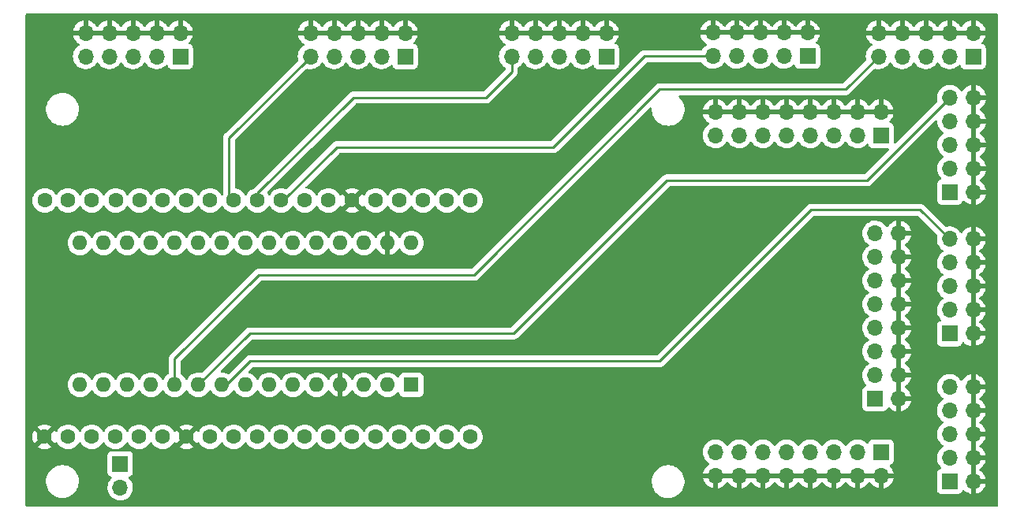
<source format=gbr>
%TF.GenerationSoftware,KiCad,Pcbnew,(6.0.5-0)*%
%TF.CreationDate,2022-06-29T18:32:03+01:00*%
%TF.ProjectId,revised_minh_design,72657669-7365-4645-9f6d-696e685f6465,rev?*%
%TF.SameCoordinates,Original*%
%TF.FileFunction,Copper,L1,Top*%
%TF.FilePolarity,Positive*%
%FSLAX46Y46*%
G04 Gerber Fmt 4.6, Leading zero omitted, Abs format (unit mm)*
G04 Created by KiCad (PCBNEW (6.0.5-0)) date 2022-06-29 18:32:03*
%MOMM*%
%LPD*%
G01*
G04 APERTURE LIST*
%TA.AperFunction,ComponentPad*%
%ADD10R,1.700000X1.700000*%
%TD*%
%TA.AperFunction,ComponentPad*%
%ADD11O,1.700000X1.700000*%
%TD*%
%TA.AperFunction,ComponentPad*%
%ADD12C,1.600000*%
%TD*%
%TA.AperFunction,ComponentPad*%
%ADD13R,1.600000X1.600000*%
%TD*%
%TA.AperFunction,ComponentPad*%
%ADD14O,1.600000X1.600000*%
%TD*%
%TA.AperFunction,ViaPad*%
%ADD15C,0.800000*%
%TD*%
%TA.AperFunction,Conductor*%
%ADD16C,0.250000*%
%TD*%
G04 APERTURE END LIST*
D10*
%TO.P,J5,1,Pin_1*%
%TO.N,RX*%
X60198000Y-78105000D03*
D11*
%TO.P,J5,2,Pin_2*%
%TO.N,TX*%
X60198000Y-80645000D03*
%TD*%
D10*
%TO.P,J9,1,Pin_1*%
%TO.N,VoutF*%
X149225000Y-48895000D03*
D11*
%TO.P,J9,2,Pin_2*%
%TO.N,Earth*%
X151765000Y-48895000D03*
%TO.P,J9,3,Pin_3*%
%TO.N,unconnected-(J9-Pad3)*%
X149225000Y-46355000D03*
%TO.P,J9,4,Pin_4*%
%TO.N,Earth*%
X151765000Y-46355000D03*
%TO.P,J9,5,Pin_5*%
%TO.N,ADC2_5*%
X149225000Y-43815000D03*
%TO.P,J9,6,Pin_6*%
%TO.N,Earth*%
X151765000Y-43815000D03*
%TO.P,J9,7,Pin_7*%
%TO.N,ADC2_6*%
X149225000Y-41275000D03*
%TO.P,J9,8,Pin_8*%
%TO.N,Earth*%
X151765000Y-41275000D03*
%TO.P,J9,9,Pin_9*%
%TO.N,ENA6*%
X149225000Y-38735000D03*
%TO.P,J9,10,Pin_10*%
%TO.N,Earth*%
X151765000Y-38735000D03*
%TD*%
D10*
%TO.P,J3,1,Pin_1*%
%TO.N,ADC2_1*%
X141204000Y-71105000D03*
D11*
%TO.P,J3,2,Pin_2*%
%TO.N,Earth*%
X143744000Y-71105000D03*
%TO.P,J3,3,Pin_3*%
%TO.N,ADC2_2*%
X141204000Y-68565000D03*
%TO.P,J3,4,Pin_4*%
%TO.N,Earth*%
X143744000Y-68565000D03*
%TO.P,J3,5,Pin_5*%
%TO.N,ADC2_3*%
X141204000Y-66025000D03*
%TO.P,J3,6,Pin_6*%
%TO.N,Earth*%
X143744000Y-66025000D03*
%TO.P,J3,7,Pin_7*%
%TO.N,ADC2_4*%
X141204000Y-63485000D03*
%TO.P,J3,8,Pin_8*%
%TO.N,Earth*%
X143744000Y-63485000D03*
%TO.P,J3,9,Pin_9*%
%TO.N,ADC2_5*%
X141204000Y-60945000D03*
%TO.P,J3,10,Pin_10*%
%TO.N,Earth*%
X143744000Y-60945000D03*
%TO.P,J3,11,Pin_11*%
%TO.N,ADC2_6*%
X141204000Y-58405000D03*
%TO.P,J3,12,Pin_12*%
%TO.N,Earth*%
X143744000Y-58405000D03*
%TO.P,J3,13,Pin_13*%
%TO.N,ADC2_7*%
X141204000Y-55865000D03*
%TO.P,J3,14,Pin_14*%
%TO.N,Earth*%
X143744000Y-55865000D03*
%TO.P,J3,15,Pin_15*%
%TO.N,ADC2_8*%
X141204000Y-53325000D03*
%TO.P,J3,16,Pin_16*%
%TO.N,Earth*%
X143744000Y-53325000D03*
%TD*%
D10*
%TO.P,J10,1,Pin_1*%
%TO.N,VoutA*%
X66645000Y-34310000D03*
D11*
%TO.P,J10,2,Pin_2*%
%TO.N,Earth*%
X66645000Y-31770000D03*
%TO.P,J10,3,Pin_3*%
%TO.N,unconnected-(J10-Pad3)*%
X64105000Y-34310000D03*
%TO.P,J10,4,Pin_4*%
%TO.N,Earth*%
X64105000Y-31770000D03*
%TO.P,J10,5,Pin_5*%
%TO.N,ADC1_5*%
X61565000Y-34310000D03*
%TO.P,J10,6,Pin_6*%
%TO.N,Earth*%
X61565000Y-31770000D03*
%TO.P,J10,7,Pin_7*%
%TO.N,ADC1_6*%
X59025000Y-34310000D03*
%TO.P,J10,8,Pin_8*%
%TO.N,Earth*%
X59025000Y-31770000D03*
%TO.P,J10,9,Pin_9*%
%TO.N,ENA1*%
X56485000Y-34310000D03*
%TO.P,J10,10,Pin_10*%
%TO.N,Earth*%
X56485000Y-31770000D03*
%TD*%
D10*
%TO.P,J6,1,Pin_1*%
%TO.N,VoutD*%
X149205000Y-64105000D03*
D11*
%TO.P,J6,2,Pin_2*%
%TO.N,Earth*%
X151745000Y-64105000D03*
%TO.P,J6,3,Pin_3*%
%TO.N,unconnected-(J6-Pad3)*%
X149205000Y-61565000D03*
%TO.P,J6,4,Pin_4*%
%TO.N,Earth*%
X151745000Y-61565000D03*
%TO.P,J6,5,Pin_5*%
%TO.N,ADC2_3*%
X149205000Y-59025000D03*
%TO.P,J6,6,Pin_6*%
%TO.N,Earth*%
X151745000Y-59025000D03*
%TO.P,J6,7,Pin_7*%
%TO.N,ADC2_4*%
X149205000Y-56485000D03*
%TO.P,J6,8,Pin_8*%
%TO.N,Earth*%
X151745000Y-56485000D03*
%TO.P,J6,9,Pin_9*%
%TO.N,ENA7*%
X149205000Y-53945000D03*
%TO.P,J6,10,Pin_10*%
%TO.N,Earth*%
X151745000Y-53945000D03*
%TD*%
D10*
%TO.P,J12,1,Pin_1*%
%TO.N,VoutC*%
X90775000Y-34310000D03*
D11*
%TO.P,J12,2,Pin_2*%
%TO.N,Earth*%
X90775000Y-31770000D03*
%TO.P,J12,3,Pin_3*%
%TO.N,unconnected-(J12-Pad3)*%
X88235000Y-34310000D03*
%TO.P,J12,4,Pin_4*%
%TO.N,Earth*%
X88235000Y-31770000D03*
%TO.P,J12,5,Pin_5*%
%TO.N,ADC1_7*%
X85695000Y-34310000D03*
%TO.P,J12,6,Pin_6*%
%TO.N,Earth*%
X85695000Y-31770000D03*
%TO.P,J12,7,Pin_7*%
%TO.N,ADC1_8*%
X83155000Y-34310000D03*
%TO.P,J12,8,Pin_8*%
%TO.N,Earth*%
X83155000Y-31770000D03*
%TO.P,J12,9,Pin_9*%
%TO.N,ENA2*%
X80615000Y-34310000D03*
%TO.P,J12,10,Pin_10*%
%TO.N,Earth*%
X80615000Y-31770000D03*
%TD*%
D10*
%TO.P,J1,1,Pin_1*%
%TO.N,VoutB*%
X149205000Y-79980000D03*
D11*
%TO.P,J1,2,Pin_2*%
%TO.N,Earth*%
X151745000Y-79980000D03*
%TO.P,J1,3,Pin_3*%
%TO.N,unconnected-(J1-Pad3)*%
X149205000Y-77440000D03*
%TO.P,J1,4,Pin_4*%
%TO.N,Earth*%
X151745000Y-77440000D03*
%TO.P,J1,5,Pin_5*%
%TO.N,ADC2_1*%
X149205000Y-74900000D03*
%TO.P,J1,6,Pin_6*%
%TO.N,Earth*%
X151745000Y-74900000D03*
%TO.P,J1,7,Pin_7*%
%TO.N,ADC2_2*%
X149205000Y-72360000D03*
%TO.P,J1,8,Pin_8*%
%TO.N,Earth*%
X151745000Y-72360000D03*
%TO.P,J1,9,Pin_9*%
%TO.N,ENA8*%
X149205000Y-69820000D03*
%TO.P,J1,10,Pin_10*%
%TO.N,Earth*%
X151745000Y-69820000D03*
%TD*%
D10*
%TO.P,J2,1,Pin_1*%
%TO.N,ADC1_1*%
X141844000Y-42799000D03*
D11*
%TO.P,J2,2,Pin_2*%
%TO.N,Earth*%
X141844000Y-40259000D03*
%TO.P,J2,3,Pin_3*%
%TO.N,ADC1_2*%
X139304000Y-42799000D03*
%TO.P,J2,4,Pin_4*%
%TO.N,Earth*%
X139304000Y-40259000D03*
%TO.P,J2,5,Pin_5*%
%TO.N,ADC1_3*%
X136764000Y-42799000D03*
%TO.P,J2,6,Pin_6*%
%TO.N,Earth*%
X136764000Y-40259000D03*
%TO.P,J2,7,Pin_7*%
%TO.N,ADC1_4*%
X134224000Y-42799000D03*
%TO.P,J2,8,Pin_8*%
%TO.N,Earth*%
X134224000Y-40259000D03*
%TO.P,J2,9,Pin_9*%
%TO.N,ADC1_5*%
X131684000Y-42799000D03*
%TO.P,J2,10,Pin_10*%
%TO.N,Earth*%
X131684000Y-40259000D03*
%TO.P,J2,11,Pin_11*%
%TO.N,ADC1_6*%
X129144000Y-42799000D03*
%TO.P,J2,12,Pin_12*%
%TO.N,Earth*%
X129144000Y-40259000D03*
%TO.P,J2,13,Pin_13*%
%TO.N,ADC1_7*%
X126604000Y-42799000D03*
%TO.P,J2,14,Pin_14*%
%TO.N,Earth*%
X126604000Y-40259000D03*
%TO.P,J2,15,Pin_15*%
%TO.N,ADC1_8*%
X124064000Y-42799000D03*
%TO.P,J2,16,Pin_16*%
%TO.N,Earth*%
X124064000Y-40259000D03*
%TD*%
D10*
%TO.P,J8,1,Pin_1*%
%TO.N,VoutE*%
X112365000Y-34310000D03*
D11*
%TO.P,J8,2,Pin_2*%
%TO.N,Earth*%
X112365000Y-31770000D03*
%TO.P,J8,3,Pin_3*%
%TO.N,unconnected-(J8-Pad3)*%
X109825000Y-34310000D03*
%TO.P,J8,4,Pin_4*%
%TO.N,Earth*%
X109825000Y-31770000D03*
%TO.P,J8,5,Pin_5*%
%TO.N,ADC1_3*%
X107285000Y-34310000D03*
%TO.P,J8,6,Pin_6*%
%TO.N,Earth*%
X107285000Y-31770000D03*
%TO.P,J8,7,Pin_7*%
%TO.N,ADC1_4*%
X104745000Y-34310000D03*
%TO.P,J8,8,Pin_8*%
%TO.N,Earth*%
X104745000Y-31770000D03*
%TO.P,J8,9,Pin_9*%
%TO.N,ENA3*%
X102205000Y-34310000D03*
%TO.P,J8,10,Pin_10*%
%TO.N,Earth*%
X102205000Y-31770000D03*
%TD*%
D10*
%TO.P,J11,1,Pin_1*%
%TO.N,VoutH*%
X151735000Y-34310000D03*
D11*
%TO.P,J11,2,Pin_2*%
%TO.N,Earth*%
X151735000Y-31770000D03*
%TO.P,J11,3,Pin_3*%
%TO.N,unconnected-(J11-Pad3)*%
X149195000Y-34310000D03*
%TO.P,J11,4,Pin_4*%
%TO.N,Earth*%
X149195000Y-31770000D03*
%TO.P,J11,5,Pin_5*%
%TO.N,ADC2_7*%
X146655000Y-34310000D03*
%TO.P,J11,6,Pin_6*%
%TO.N,Earth*%
X146655000Y-31770000D03*
%TO.P,J11,7,Pin_7*%
%TO.N,ADC2_8*%
X144115000Y-34310000D03*
%TO.P,J11,8,Pin_8*%
%TO.N,Earth*%
X144115000Y-31770000D03*
%TO.P,J11,9,Pin_9*%
%TO.N,ENA5*%
X141575000Y-34310000D03*
%TO.P,J11,10,Pin_10*%
%TO.N,Earth*%
X141575000Y-31770000D03*
%TD*%
D10*
%TO.P,J7,1,Pin_1*%
%TO.N,VoutG*%
X133955000Y-34290000D03*
D11*
%TO.P,J7,2,Pin_2*%
%TO.N,Earth*%
X133955000Y-31750000D03*
%TO.P,J7,3,Pin_3*%
%TO.N,unconnected-(J7-Pad3)*%
X131415000Y-34290000D03*
%TO.P,J7,4,Pin_4*%
%TO.N,Earth*%
X131415000Y-31750000D03*
%TO.P,J7,5,Pin_5*%
%TO.N,ADC1_1*%
X128875000Y-34290000D03*
%TO.P,J7,6,Pin_6*%
%TO.N,Earth*%
X128875000Y-31750000D03*
%TO.P,J7,7,Pin_7*%
%TO.N,ADC1_2*%
X126335000Y-34290000D03*
%TO.P,J7,8,Pin_8*%
%TO.N,Earth*%
X126335000Y-31750000D03*
%TO.P,J7,9,Pin_9*%
%TO.N,ENA4*%
X123795000Y-34290000D03*
%TO.P,J7,10,Pin_10*%
%TO.N,Earth*%
X123795000Y-31750000D03*
%TD*%
D12*
%TO.P,U1,1,CLK*%
%TO.N,unconnected-(U1-Pad1)*%
X97785000Y-75184000D03*
%TO.P,U1,2,D0*%
%TO.N,unconnected-(U1-Pad2)*%
X95245000Y-75184000D03*
%TO.P,U1,3,D1*%
%TO.N,unconnected-(U1-Pad3)*%
X92705000Y-75184000D03*
%TO.P,U1,4,15*%
%TO.N,ENA8*%
X90165000Y-75184000D03*
%TO.P,U1,5,2*%
%TO.N,ENA7*%
X87625000Y-75184000D03*
%TO.P,U1,6,0*%
%TO.N,unconnected-(U1-Pad6)*%
X85085000Y-75184000D03*
%TO.P,U1,7,4*%
%TO.N,unconnected-(U1-Pad7)*%
X82545000Y-75184000D03*
%TO.P,U1,8,16*%
%TO.N,unconnected-(U1-Pad8)*%
X80005000Y-75184000D03*
%TO.P,U1,9,17*%
%TO.N,unconnected-(U1-Pad9)*%
X77465000Y-75184000D03*
%TO.P,U1,10,5*%
%TO.N,unconnected-(U1-Pad10)*%
X74925000Y-75184000D03*
%TO.P,U1,11,18*%
%TO.N,unconnected-(U1-Pad11)*%
X72385000Y-75184000D03*
%TO.P,U1,12,19*%
%TO.N,unconnected-(U1-Pad12)*%
X69845000Y-75184000D03*
%TO.P,U1,13,GND*%
%TO.N,Earth*%
X67305000Y-75184000D03*
%TO.P,U1,14,21*%
%TO.N,unconnected-(U1-Pad14)*%
X64765000Y-75184000D03*
%TO.P,U1,15,RX*%
%TO.N,unconnected-(U1-Pad15)*%
X62225000Y-75184000D03*
%TO.P,U1,16,TX*%
%TO.N,unconnected-(U1-Pad16)*%
X59685000Y-75184000D03*
%TO.P,U1,17,22*%
%TO.N,unconnected-(U1-Pad17)*%
X57145000Y-75184000D03*
%TO.P,U1,18,23*%
%TO.N,unconnected-(U1-Pad18)*%
X54605000Y-75184000D03*
%TO.P,U1,19,GND*%
%TO.N,Earth*%
X52065000Y-75184000D03*
%TO.P,U1,20,3V3*%
%TO.N,unconnected-(U1-Pad20)*%
X52102143Y-49789715D03*
%TO.P,U1,21,EN*%
%TO.N,unconnected-(U1-Pad21)*%
X54599014Y-49789715D03*
%TO.P,U1,22,VP*%
%TO.N,unconnected-(U1-Pad22)*%
X57145000Y-49784000D03*
%TO.P,U1,23,VN*%
%TO.N,unconnected-(U1-Pad23)*%
X59713572Y-49789715D03*
%TO.P,U1,24,34*%
%TO.N,ENA1*%
X62250715Y-49789715D03*
%TO.P,U1,25,35*%
%TO.N,unconnected-(U1-Pad25)*%
X64765000Y-49784000D03*
%TO.P,U1,26,32*%
%TO.N,unconnected-(U1-Pad26)*%
X67305000Y-49784000D03*
%TO.P,U1,27,33*%
%TO.N,unconnected-(U1-Pad27)*%
X69845000Y-49784000D03*
%TO.P,U1,28,25*%
%TO.N,ENA2*%
X72385000Y-49784000D03*
%TO.P,U1,29,26*%
%TO.N,ENA3*%
X74925000Y-49784000D03*
%TO.P,U1,30,27*%
%TO.N,ENA4*%
X77465000Y-49784000D03*
%TO.P,U1,31,14*%
%TO.N,unconnected-(U1-Pad31)*%
X80010715Y-49789715D03*
%TO.P,U1,32,12*%
%TO.N,unconnected-(U1-Pad32)*%
X82547858Y-49789715D03*
%TO.P,U1,33,GND*%
%TO.N,Earth*%
X85085000Y-49784000D03*
%TO.P,U1,34,13*%
%TO.N,unconnected-(U1-Pad34)*%
X87625000Y-49784000D03*
%TO.P,U1,35,D2*%
%TO.N,unconnected-(U1-Pad35)*%
X90165000Y-49784000D03*
%TO.P,U1,36,D3*%
%TO.N,unconnected-(U1-Pad36)*%
X92705000Y-49784000D03*
%TO.P,U1,37,CMD*%
%TO.N,unconnected-(U1-Pad37)*%
X95245000Y-49784000D03*
%TO.P,U1,38,5V*%
%TO.N,unconnected-(U1-Pad38)*%
X97785000Y-49784000D03*
%TD*%
D10*
%TO.P,J4,1,Pin_1*%
%TO.N,VoutB*%
X141859000Y-76835000D03*
D11*
%TO.P,J4,2,Pin_2*%
%TO.N,Earth*%
X141859000Y-79375000D03*
%TO.P,J4,3,Pin_3*%
%TO.N,VoutD*%
X139319000Y-76835000D03*
%TO.P,J4,4,Pin_4*%
%TO.N,Earth*%
X139319000Y-79375000D03*
%TO.P,J4,5,Pin_5*%
%TO.N,VoutF*%
X136779000Y-76835000D03*
%TO.P,J4,6,Pin_6*%
%TO.N,Earth*%
X136779000Y-79375000D03*
%TO.P,J4,7,Pin_7*%
%TO.N,VoutH*%
X134239000Y-76835000D03*
%TO.P,J4,8,Pin_8*%
%TO.N,Earth*%
X134239000Y-79375000D03*
%TO.P,J4,9,Pin_9*%
%TO.N,VoutG*%
X131699000Y-76835000D03*
%TO.P,J4,10,Pin_10*%
%TO.N,Earth*%
X131699000Y-79375000D03*
%TO.P,J4,11,Pin_11*%
%TO.N,VoutE*%
X129159000Y-76835000D03*
%TO.P,J4,12,Pin_12*%
%TO.N,Earth*%
X129159000Y-79375000D03*
%TO.P,J4,13,Pin_13*%
%TO.N,VoutC*%
X126619000Y-76835000D03*
%TO.P,J4,14,Pin_14*%
%TO.N,Earth*%
X126619000Y-79375000D03*
%TO.P,J4,15,Pin_15*%
%TO.N,VoutA*%
X124079000Y-76835000D03*
%TO.P,J4,16,Pin_16*%
%TO.N,Earth*%
X124079000Y-79375000D03*
%TD*%
D13*
%TO.P,A1,1,D1/TX*%
%TO.N,unconnected-(A1-Pad1)*%
X91440000Y-69596000D03*
D14*
%TO.P,A1,2,D0/RX*%
%TO.N,unconnected-(A1-Pad2)*%
X88900000Y-69596000D03*
%TO.P,A1,3,~{RESET}*%
%TO.N,unconnected-(A1-Pad3)*%
X86360000Y-69596000D03*
%TO.P,A1,4,GND*%
%TO.N,Earth*%
X83820000Y-69596000D03*
%TO.P,A1,5,D2*%
%TO.N,unconnected-(A1-Pad5)*%
X81280000Y-69596000D03*
%TO.P,A1,6,D3*%
%TO.N,unconnected-(A1-Pad6)*%
X78740000Y-69596000D03*
%TO.P,A1,7,D4*%
%TO.N,unconnected-(A1-Pad7)*%
X76200000Y-69596000D03*
%TO.P,A1,8,D5*%
%TO.N,ENA8*%
X73660000Y-69596000D03*
%TO.P,A1,9,D6*%
%TO.N,ENA7*%
X71120000Y-69596000D03*
%TO.P,A1,10,D7*%
%TO.N,ENA6*%
X68580000Y-69596000D03*
%TO.P,A1,11,D8*%
%TO.N,ENA5*%
X66040000Y-69596000D03*
%TO.P,A1,12,D9*%
%TO.N,unconnected-(A1-Pad12)*%
X63500000Y-69596000D03*
%TO.P,A1,13,D10*%
%TO.N,unconnected-(A1-Pad13)*%
X60960000Y-69596000D03*
%TO.P,A1,14,D11*%
%TO.N,unconnected-(A1-Pad14)*%
X58420000Y-69596000D03*
%TO.P,A1,15,D12*%
%TO.N,unconnected-(A1-Pad15)*%
X55880000Y-69596000D03*
%TO.P,A1,16,D13*%
%TO.N,unconnected-(A1-Pad16)*%
X55880000Y-54356000D03*
%TO.P,A1,17,3V3*%
%TO.N,unconnected-(A1-Pad17)*%
X58420000Y-54356000D03*
%TO.P,A1,18,AREF*%
%TO.N,unconnected-(A1-Pad18)*%
X60960000Y-54356000D03*
%TO.P,A1,19,A0*%
%TO.N,unconnected-(A1-Pad19)*%
X63500000Y-54356000D03*
%TO.P,A1,20,A1*%
%TO.N,unconnected-(A1-Pad20)*%
X66040000Y-54356000D03*
%TO.P,A1,21,A2*%
%TO.N,unconnected-(A1-Pad21)*%
X68580000Y-54356000D03*
%TO.P,A1,22,A3*%
%TO.N,ENA1*%
X71120000Y-54356000D03*
%TO.P,A1,23,A4*%
%TO.N,ENA2*%
X73660000Y-54356000D03*
%TO.P,A1,24,A5*%
%TO.N,ENA3*%
X76200000Y-54356000D03*
%TO.P,A1,25,A6*%
%TO.N,ENA4*%
X78740000Y-54356000D03*
%TO.P,A1,26,A7*%
%TO.N,unconnected-(A1-Pad26)*%
X81280000Y-54356000D03*
%TO.P,A1,27,+5V*%
%TO.N,unconnected-(A1-Pad27)*%
X83820000Y-54356000D03*
%TO.P,A1,28,~{RESET}*%
%TO.N,unconnected-(A1-Pad28)*%
X86360000Y-54356000D03*
%TO.P,A1,29,GND*%
%TO.N,Earth*%
X88900000Y-54356000D03*
%TO.P,A1,30,VIN*%
%TO.N,unconnected-(A1-Pad30)*%
X91440000Y-54356000D03*
%TD*%
D15*
%TO.N,Earth*%
X125476000Y-51816000D03*
X117856000Y-61976000D03*
X65024000Y-65532000D03*
X109855000Y-74041000D03*
X107315000Y-71501000D03*
X73406000Y-38735000D03*
X118110000Y-56642000D03*
X130048000Y-57912000D03*
X117094000Y-71882000D03*
X126746000Y-53086000D03*
X114808000Y-74168000D03*
X85852000Y-40640000D03*
X120650000Y-59182000D03*
X110998000Y-70358000D03*
X121920000Y-52832000D03*
X102489000Y-71247000D03*
X117856000Y-64516000D03*
X144780000Y-46228000D03*
X84074000Y-65532000D03*
X124968000Y-63246000D03*
X139192000Y-30988000D03*
X128016000Y-54356000D03*
X103378000Y-49276000D03*
X102489000Y-73787000D03*
X68834000Y-66548000D03*
X72136000Y-37465000D03*
X76962000Y-65532000D03*
X136652000Y-33528000D03*
X124460000Y-55372000D03*
X116586000Y-63246000D03*
X105410000Y-39370000D03*
X130048000Y-60960000D03*
X114554000Y-69342000D03*
X118110000Y-54102000D03*
X63754000Y-64262000D03*
X143256000Y-47752000D03*
X136652000Y-30988000D03*
X106426000Y-53340000D03*
X103759000Y-72517000D03*
X113538000Y-72898000D03*
X112776000Y-59436000D03*
X87376000Y-40640000D03*
X67564000Y-44704000D03*
X137160000Y-52324000D03*
X115316000Y-61976000D03*
X127508000Y-63246000D03*
X116078000Y-75438000D03*
X102870000Y-39370000D03*
X124206000Y-50546000D03*
X137922000Y-34798000D03*
X105029000Y-73787000D03*
X139192000Y-33528000D03*
X109728000Y-69088000D03*
X105029000Y-76327000D03*
X116586000Y-63246000D03*
X108458000Y-60960000D03*
X103759000Y-75057000D03*
X78232000Y-43180000D03*
X102870000Y-41910000D03*
X73406000Y-36195000D03*
X115824000Y-70612000D03*
X63754000Y-66802000D03*
X79121000Y-38735000D03*
X112268000Y-49022000D03*
X108966000Y-53340000D03*
X145288000Y-36576000D03*
X128524000Y-59436000D03*
X115570000Y-54102000D03*
X111125000Y-75311000D03*
X112776000Y-56896000D03*
X104140000Y-40640000D03*
X80391000Y-37465000D03*
X106045000Y-72771000D03*
X73406000Y-33655000D03*
X80518000Y-65532000D03*
X72136000Y-34925000D03*
X88900000Y-40640000D03*
X122682000Y-70104000D03*
X121920000Y-50292000D03*
X107696000Y-52070000D03*
X126238000Y-61976000D03*
X112268000Y-51562000D03*
X108585000Y-72771000D03*
X113284000Y-70612000D03*
X126746000Y-50546000D03*
X120650000Y-59182000D03*
X65024000Y-44704000D03*
X67564000Y-47244000D03*
X117094000Y-74422000D03*
X102108000Y-50546000D03*
X80391000Y-40005000D03*
X66294000Y-43434000D03*
X115316000Y-61976000D03*
X108458000Y-70358000D03*
X107696000Y-54610000D03*
X110998000Y-63500000D03*
X125222000Y-70104000D03*
X106680000Y-40640000D03*
X66294000Y-45974000D03*
X116586000Y-60706000D03*
X109728000Y-62230000D03*
X120650000Y-56642000D03*
X119380000Y-57912000D03*
X121920000Y-57912000D03*
X115316000Y-59436000D03*
X144780000Y-47752000D03*
X121920000Y-57912000D03*
X108458000Y-63500000D03*
X114046000Y-60706000D03*
X113538000Y-50292000D03*
X123952000Y-68834000D03*
X126238000Y-64516000D03*
X125730000Y-54102000D03*
X114046000Y-58166000D03*
X119380000Y-55372000D03*
X116840000Y-55372000D03*
X123190000Y-51562000D03*
X65024000Y-47244000D03*
X120650000Y-56642000D03*
X110998000Y-50292000D03*
X101600000Y-40640000D03*
X125730000Y-56642000D03*
X117856000Y-61976000D03*
X74676000Y-34925000D03*
X112268000Y-74168000D03*
X106299000Y-75057000D03*
X123952000Y-71374000D03*
X120650000Y-51562000D03*
X112268000Y-71628000D03*
X75184000Y-43180000D03*
X145288000Y-38100000D03*
X105410000Y-41910000D03*
X101219000Y-72517000D03*
X107315000Y-74041000D03*
X74676000Y-37465000D03*
X119380000Y-57912000D03*
X109728000Y-64770000D03*
X76708000Y-44704000D03*
X137922000Y-32258000D03*
X81661000Y-38735000D03*
X123190000Y-54102000D03*
X123190000Y-59182000D03*
X62484000Y-65532000D03*
X124460000Y-52832000D03*
X128016000Y-51816000D03*
%TD*%
D16*
%TO.N,ENA2*%
X71882000Y-49281000D02*
X71882000Y-43043000D01*
X71882000Y-43043000D02*
X80615000Y-34310000D01*
X72385000Y-49784000D02*
X71882000Y-49281000D01*
%TO.N,ENA3*%
X74925000Y-49784000D02*
X74925000Y-49027000D01*
X102205000Y-35971000D02*
X102205000Y-34310000D01*
X74925000Y-49027000D02*
X85217000Y-38735000D01*
X85217000Y-38735000D02*
X99441000Y-38735000D01*
X99441000Y-38735000D02*
X102205000Y-35971000D01*
%TO.N,ENA4*%
X106680000Y-44069000D02*
X116459000Y-34290000D01*
X77724000Y-49784000D02*
X83439000Y-44069000D01*
X83439000Y-44069000D02*
X106680000Y-44069000D01*
X77465000Y-49784000D02*
X77724000Y-49784000D01*
X116459000Y-34290000D02*
X123795000Y-34290000D01*
%TO.N,ENA5*%
X66040000Y-69596000D02*
X66040000Y-66802000D01*
X98171000Y-57785000D02*
X118110000Y-37846000D01*
X138039000Y-37846000D02*
X141575000Y-34310000D01*
X75057000Y-57785000D02*
X98171000Y-57785000D01*
X66040000Y-66802000D02*
X75057000Y-57785000D01*
X118110000Y-37846000D02*
X138039000Y-37846000D01*
%TO.N,ENA7*%
X149205000Y-53945000D02*
X146060000Y-50800000D01*
X118110000Y-67056000D02*
X74168000Y-67056000D01*
X134366000Y-50800000D02*
X118110000Y-67056000D01*
X74168000Y-67056000D02*
X71628000Y-69596000D01*
X146060000Y-50800000D02*
X134366000Y-50800000D01*
X71628000Y-69596000D02*
X71120000Y-69596000D01*
%TO.N,ENA6*%
X68580000Y-69596000D02*
X74099480Y-64076520D01*
X140335000Y-47625000D02*
X149225000Y-38735000D01*
X102420480Y-64076520D02*
X118872000Y-47625000D01*
X118872000Y-47625000D02*
X140335000Y-47625000D01*
X74099480Y-64076520D02*
X102420480Y-64076520D01*
%TD*%
%TA.AperFunction,Conductor*%
%TO.N,Earth*%
G36*
X154373621Y-29738502D02*
G01*
X154420114Y-29792158D01*
X154431500Y-29844500D01*
X154431500Y-82550500D01*
X154411498Y-82618621D01*
X154357842Y-82665114D01*
X154305500Y-82676500D01*
X50164500Y-82676500D01*
X50096379Y-82656498D01*
X50049886Y-82602842D01*
X50038500Y-82550500D01*
X50038500Y-80107655D01*
X52239858Y-80107655D01*
X52275104Y-80366638D01*
X52276412Y-80371124D01*
X52276412Y-80371126D01*
X52289883Y-80417342D01*
X52348243Y-80617567D01*
X52457668Y-80854928D01*
X52470642Y-80874717D01*
X52598410Y-81069596D01*
X52598414Y-81069601D01*
X52600976Y-81073509D01*
X52775018Y-81268506D01*
X52975970Y-81435637D01*
X52979973Y-81438066D01*
X53195422Y-81568804D01*
X53195426Y-81568806D01*
X53199419Y-81571229D01*
X53440455Y-81672303D01*
X53693783Y-81736641D01*
X53698434Y-81737109D01*
X53698438Y-81737110D01*
X53891308Y-81756531D01*
X53910867Y-81758500D01*
X54066354Y-81758500D01*
X54068679Y-81758327D01*
X54068685Y-81758327D01*
X54256000Y-81744407D01*
X54256004Y-81744406D01*
X54260652Y-81744061D01*
X54265200Y-81743032D01*
X54265206Y-81743031D01*
X54503229Y-81689171D01*
X54515577Y-81686377D01*
X54519931Y-81684684D01*
X54754824Y-81593340D01*
X54754827Y-81593339D01*
X54759177Y-81591647D01*
X54986098Y-81461951D01*
X55191357Y-81300138D01*
X55370443Y-81109763D01*
X55519424Y-80895009D01*
X55541284Y-80850682D01*
X55632960Y-80664781D01*
X55632961Y-80664778D01*
X55635025Y-80660593D01*
X55650678Y-80611695D01*
X58835251Y-80611695D01*
X58835548Y-80616848D01*
X58835548Y-80616851D01*
X58840884Y-80709393D01*
X58848110Y-80834715D01*
X58849247Y-80839761D01*
X58849248Y-80839767D01*
X58860753Y-80890816D01*
X58897222Y-81052639D01*
X58981266Y-81259616D01*
X59097987Y-81450088D01*
X59244250Y-81618938D01*
X59416126Y-81761632D01*
X59609000Y-81874338D01*
X59817692Y-81954030D01*
X59822760Y-81955061D01*
X59822763Y-81955062D01*
X59930017Y-81976883D01*
X60036597Y-81998567D01*
X60041772Y-81998757D01*
X60041774Y-81998757D01*
X60254673Y-82006564D01*
X60254677Y-82006564D01*
X60259837Y-82006753D01*
X60264957Y-82006097D01*
X60264959Y-82006097D01*
X60476288Y-81979025D01*
X60476289Y-81979025D01*
X60481416Y-81978368D01*
X60486366Y-81976883D01*
X60690429Y-81915661D01*
X60690434Y-81915659D01*
X60695384Y-81914174D01*
X60895994Y-81815896D01*
X61077860Y-81686173D01*
X61236096Y-81528489D01*
X61295594Y-81445689D01*
X61363435Y-81351277D01*
X61366453Y-81347077D01*
X61370875Y-81338131D01*
X61463136Y-81151453D01*
X61463137Y-81151451D01*
X61465430Y-81146811D01*
X61502806Y-81023792D01*
X61528865Y-80938023D01*
X61528865Y-80938021D01*
X61530370Y-80933069D01*
X61559529Y-80711590D01*
X61559611Y-80708240D01*
X61561074Y-80648365D01*
X61561074Y-80648361D01*
X61561156Y-80645000D01*
X61542852Y-80422361D01*
X61488431Y-80205702D01*
X61445799Y-80107655D01*
X117239858Y-80107655D01*
X117275104Y-80366638D01*
X117276412Y-80371124D01*
X117276412Y-80371126D01*
X117289883Y-80417342D01*
X117348243Y-80617567D01*
X117457668Y-80854928D01*
X117470642Y-80874717D01*
X117598410Y-81069596D01*
X117598414Y-81069601D01*
X117600976Y-81073509D01*
X117775018Y-81268506D01*
X117975970Y-81435637D01*
X117979973Y-81438066D01*
X118195422Y-81568804D01*
X118195426Y-81568806D01*
X118199419Y-81571229D01*
X118440455Y-81672303D01*
X118693783Y-81736641D01*
X118698434Y-81737109D01*
X118698438Y-81737110D01*
X118891308Y-81756531D01*
X118910867Y-81758500D01*
X119066354Y-81758500D01*
X119068679Y-81758327D01*
X119068685Y-81758327D01*
X119256000Y-81744407D01*
X119256004Y-81744406D01*
X119260652Y-81744061D01*
X119265200Y-81743032D01*
X119265206Y-81743031D01*
X119503229Y-81689171D01*
X119515577Y-81686377D01*
X119519931Y-81684684D01*
X119754824Y-81593340D01*
X119754827Y-81593339D01*
X119759177Y-81591647D01*
X119986098Y-81461951D01*
X120191357Y-81300138D01*
X120370443Y-81109763D01*
X120519424Y-80895009D01*
X120541284Y-80850682D01*
X120632960Y-80664781D01*
X120632961Y-80664778D01*
X120635025Y-80660593D01*
X120654012Y-80601279D01*
X120713280Y-80416123D01*
X120714707Y-80411665D01*
X120756721Y-80153693D01*
X120760142Y-79892345D01*
X120726203Y-79642966D01*
X122747257Y-79642966D01*
X122777565Y-79777446D01*
X122780645Y-79787275D01*
X122860770Y-79984603D01*
X122865413Y-79993794D01*
X122976694Y-80175388D01*
X122982777Y-80183699D01*
X123122213Y-80344667D01*
X123129580Y-80351883D01*
X123293434Y-80487916D01*
X123301881Y-80493831D01*
X123485756Y-80601279D01*
X123495042Y-80605729D01*
X123694001Y-80681703D01*
X123703899Y-80684579D01*
X123807250Y-80705606D01*
X123821299Y-80704410D01*
X123825000Y-80694065D01*
X123825000Y-80693517D01*
X124333000Y-80693517D01*
X124337064Y-80707359D01*
X124350478Y-80709393D01*
X124357184Y-80708534D01*
X124367262Y-80706392D01*
X124571255Y-80645191D01*
X124580842Y-80641433D01*
X124772095Y-80547739D01*
X124780945Y-80542464D01*
X124954328Y-80418792D01*
X124962200Y-80412139D01*
X125113052Y-80261812D01*
X125119730Y-80253965D01*
X125247022Y-80076819D01*
X125248147Y-80077627D01*
X125295669Y-80033876D01*
X125365607Y-80021661D01*
X125431046Y-80049197D01*
X125458870Y-80081028D01*
X125516690Y-80175383D01*
X125522777Y-80183699D01*
X125662213Y-80344667D01*
X125669580Y-80351883D01*
X125833434Y-80487916D01*
X125841881Y-80493831D01*
X126025756Y-80601279D01*
X126035042Y-80605729D01*
X126234001Y-80681703D01*
X126243899Y-80684579D01*
X126347250Y-80705606D01*
X126361299Y-80704410D01*
X126365000Y-80694065D01*
X126365000Y-80693517D01*
X126873000Y-80693517D01*
X126877064Y-80707359D01*
X126890478Y-80709393D01*
X126897184Y-80708534D01*
X126907262Y-80706392D01*
X127111255Y-80645191D01*
X127120842Y-80641433D01*
X127312095Y-80547739D01*
X127320945Y-80542464D01*
X127494328Y-80418792D01*
X127502200Y-80412139D01*
X127653052Y-80261812D01*
X127659730Y-80253965D01*
X127787022Y-80076819D01*
X127788147Y-80077627D01*
X127835669Y-80033876D01*
X127905607Y-80021661D01*
X127971046Y-80049197D01*
X127998870Y-80081028D01*
X128056690Y-80175383D01*
X128062777Y-80183699D01*
X128202213Y-80344667D01*
X128209580Y-80351883D01*
X128373434Y-80487916D01*
X128381881Y-80493831D01*
X128565756Y-80601279D01*
X128575042Y-80605729D01*
X128774001Y-80681703D01*
X128783899Y-80684579D01*
X128887250Y-80705606D01*
X128901299Y-80704410D01*
X128905000Y-80694065D01*
X128905000Y-80693517D01*
X129413000Y-80693517D01*
X129417064Y-80707359D01*
X129430478Y-80709393D01*
X129437184Y-80708534D01*
X129447262Y-80706392D01*
X129651255Y-80645191D01*
X129660842Y-80641433D01*
X129852095Y-80547739D01*
X129860945Y-80542464D01*
X130034328Y-80418792D01*
X130042200Y-80412139D01*
X130193052Y-80261812D01*
X130199730Y-80253965D01*
X130327022Y-80076819D01*
X130328147Y-80077627D01*
X130375669Y-80033876D01*
X130445607Y-80021661D01*
X130511046Y-80049197D01*
X130538870Y-80081028D01*
X130596690Y-80175383D01*
X130602777Y-80183699D01*
X130742213Y-80344667D01*
X130749580Y-80351883D01*
X130913434Y-80487916D01*
X130921881Y-80493831D01*
X131105756Y-80601279D01*
X131115042Y-80605729D01*
X131314001Y-80681703D01*
X131323899Y-80684579D01*
X131427250Y-80705606D01*
X131441299Y-80704410D01*
X131445000Y-80694065D01*
X131445000Y-80693517D01*
X131953000Y-80693517D01*
X131957064Y-80707359D01*
X131970478Y-80709393D01*
X131977184Y-80708534D01*
X131987262Y-80706392D01*
X132191255Y-80645191D01*
X132200842Y-80641433D01*
X132392095Y-80547739D01*
X132400945Y-80542464D01*
X132574328Y-80418792D01*
X132582200Y-80412139D01*
X132733052Y-80261812D01*
X132739730Y-80253965D01*
X132867022Y-80076819D01*
X132868147Y-80077627D01*
X132915669Y-80033876D01*
X132985607Y-80021661D01*
X133051046Y-80049197D01*
X133078870Y-80081028D01*
X133136690Y-80175383D01*
X133142777Y-80183699D01*
X133282213Y-80344667D01*
X133289580Y-80351883D01*
X133453434Y-80487916D01*
X133461881Y-80493831D01*
X133645756Y-80601279D01*
X133655042Y-80605729D01*
X133854001Y-80681703D01*
X133863899Y-80684579D01*
X133967250Y-80705606D01*
X133981299Y-80704410D01*
X133985000Y-80694065D01*
X133985000Y-80693517D01*
X134493000Y-80693517D01*
X134497064Y-80707359D01*
X134510478Y-80709393D01*
X134517184Y-80708534D01*
X134527262Y-80706392D01*
X134731255Y-80645191D01*
X134740842Y-80641433D01*
X134932095Y-80547739D01*
X134940945Y-80542464D01*
X135114328Y-80418792D01*
X135122200Y-80412139D01*
X135273052Y-80261812D01*
X135279730Y-80253965D01*
X135407022Y-80076819D01*
X135408147Y-80077627D01*
X135455669Y-80033876D01*
X135525607Y-80021661D01*
X135591046Y-80049197D01*
X135618870Y-80081028D01*
X135676690Y-80175383D01*
X135682777Y-80183699D01*
X135822213Y-80344667D01*
X135829580Y-80351883D01*
X135993434Y-80487916D01*
X136001881Y-80493831D01*
X136185756Y-80601279D01*
X136195042Y-80605729D01*
X136394001Y-80681703D01*
X136403899Y-80684579D01*
X136507250Y-80705606D01*
X136521299Y-80704410D01*
X136525000Y-80694065D01*
X136525000Y-80693517D01*
X137033000Y-80693517D01*
X137037064Y-80707359D01*
X137050478Y-80709393D01*
X137057184Y-80708534D01*
X137067262Y-80706392D01*
X137271255Y-80645191D01*
X137280842Y-80641433D01*
X137472095Y-80547739D01*
X137480945Y-80542464D01*
X137654328Y-80418792D01*
X137662200Y-80412139D01*
X137813052Y-80261812D01*
X137819730Y-80253965D01*
X137947022Y-80076819D01*
X137948147Y-80077627D01*
X137995669Y-80033876D01*
X138065607Y-80021661D01*
X138131046Y-80049197D01*
X138158870Y-80081028D01*
X138216690Y-80175383D01*
X138222777Y-80183699D01*
X138362213Y-80344667D01*
X138369580Y-80351883D01*
X138533434Y-80487916D01*
X138541881Y-80493831D01*
X138725756Y-80601279D01*
X138735042Y-80605729D01*
X138934001Y-80681703D01*
X138943899Y-80684579D01*
X139047250Y-80705606D01*
X139061299Y-80704410D01*
X139065000Y-80694065D01*
X139065000Y-80693517D01*
X139573000Y-80693517D01*
X139577064Y-80707359D01*
X139590478Y-80709393D01*
X139597184Y-80708534D01*
X139607262Y-80706392D01*
X139811255Y-80645191D01*
X139820842Y-80641433D01*
X140012095Y-80547739D01*
X140020945Y-80542464D01*
X140194328Y-80418792D01*
X140202200Y-80412139D01*
X140353052Y-80261812D01*
X140359730Y-80253965D01*
X140487022Y-80076819D01*
X140488147Y-80077627D01*
X140535669Y-80033876D01*
X140605607Y-80021661D01*
X140671046Y-80049197D01*
X140698870Y-80081028D01*
X140756690Y-80175383D01*
X140762777Y-80183699D01*
X140902213Y-80344667D01*
X140909580Y-80351883D01*
X141073434Y-80487916D01*
X141081881Y-80493831D01*
X141265756Y-80601279D01*
X141275042Y-80605729D01*
X141474001Y-80681703D01*
X141483899Y-80684579D01*
X141587250Y-80705606D01*
X141601299Y-80704410D01*
X141605000Y-80694065D01*
X141605000Y-80693517D01*
X142113000Y-80693517D01*
X142117064Y-80707359D01*
X142130478Y-80709393D01*
X142137184Y-80708534D01*
X142147262Y-80706392D01*
X142351255Y-80645191D01*
X142360842Y-80641433D01*
X142552095Y-80547739D01*
X142560945Y-80542464D01*
X142734328Y-80418792D01*
X142742200Y-80412139D01*
X142893052Y-80261812D01*
X142899730Y-80253965D01*
X143024003Y-80081020D01*
X143029313Y-80072183D01*
X143123670Y-79881267D01*
X143127469Y-79871672D01*
X143189377Y-79667910D01*
X143191555Y-79657837D01*
X143192986Y-79646962D01*
X143190775Y-79632778D01*
X143177617Y-79629000D01*
X142131115Y-79629000D01*
X142115876Y-79633475D01*
X142114671Y-79634865D01*
X142113000Y-79642548D01*
X142113000Y-80693517D01*
X141605000Y-80693517D01*
X141605000Y-79647115D01*
X141600525Y-79631876D01*
X141599135Y-79630671D01*
X141591452Y-79629000D01*
X139591115Y-79629000D01*
X139575876Y-79633475D01*
X139574671Y-79634865D01*
X139573000Y-79642548D01*
X139573000Y-80693517D01*
X139065000Y-80693517D01*
X139065000Y-79647115D01*
X139060525Y-79631876D01*
X139059135Y-79630671D01*
X139051452Y-79629000D01*
X137051115Y-79629000D01*
X137035876Y-79633475D01*
X137034671Y-79634865D01*
X137033000Y-79642548D01*
X137033000Y-80693517D01*
X136525000Y-80693517D01*
X136525000Y-79647115D01*
X136520525Y-79631876D01*
X136519135Y-79630671D01*
X136511452Y-79629000D01*
X134511115Y-79629000D01*
X134495876Y-79633475D01*
X134494671Y-79634865D01*
X134493000Y-79642548D01*
X134493000Y-80693517D01*
X133985000Y-80693517D01*
X133985000Y-79647115D01*
X133980525Y-79631876D01*
X133979135Y-79630671D01*
X133971452Y-79629000D01*
X131971115Y-79629000D01*
X131955876Y-79633475D01*
X131954671Y-79634865D01*
X131953000Y-79642548D01*
X131953000Y-80693517D01*
X131445000Y-80693517D01*
X131445000Y-79647115D01*
X131440525Y-79631876D01*
X131439135Y-79630671D01*
X131431452Y-79629000D01*
X129431115Y-79629000D01*
X129415876Y-79633475D01*
X129414671Y-79634865D01*
X129413000Y-79642548D01*
X129413000Y-80693517D01*
X128905000Y-80693517D01*
X128905000Y-79647115D01*
X128900525Y-79631876D01*
X128899135Y-79630671D01*
X128891452Y-79629000D01*
X126891115Y-79629000D01*
X126875876Y-79633475D01*
X126874671Y-79634865D01*
X126873000Y-79642548D01*
X126873000Y-80693517D01*
X126365000Y-80693517D01*
X126365000Y-79647115D01*
X126360525Y-79631876D01*
X126359135Y-79630671D01*
X126351452Y-79629000D01*
X124351115Y-79629000D01*
X124335876Y-79633475D01*
X124334671Y-79634865D01*
X124333000Y-79642548D01*
X124333000Y-80693517D01*
X123825000Y-80693517D01*
X123825000Y-79647115D01*
X123820525Y-79631876D01*
X123819135Y-79630671D01*
X123811452Y-79629000D01*
X122762225Y-79629000D01*
X122748694Y-79632973D01*
X122747257Y-79642966D01*
X120726203Y-79642966D01*
X120724896Y-79633362D01*
X120723359Y-79628087D01*
X120659433Y-79408768D01*
X120651757Y-79382433D01*
X120542332Y-79145072D01*
X120451501Y-79006531D01*
X120401590Y-78930404D01*
X120401586Y-78930399D01*
X120399024Y-78926491D01*
X120224982Y-78731494D01*
X120024030Y-78564363D01*
X119886937Y-78481173D01*
X119804578Y-78431196D01*
X119804574Y-78431194D01*
X119800581Y-78428771D01*
X119559545Y-78327697D01*
X119306217Y-78263359D01*
X119301566Y-78262891D01*
X119301562Y-78262890D01*
X119092271Y-78241816D01*
X119089133Y-78241500D01*
X118933646Y-78241500D01*
X118931321Y-78241673D01*
X118931315Y-78241673D01*
X118744000Y-78255593D01*
X118743996Y-78255594D01*
X118739348Y-78255939D01*
X118734800Y-78256968D01*
X118734794Y-78256969D01*
X118593554Y-78288929D01*
X118484423Y-78313623D01*
X118480071Y-78315315D01*
X118480069Y-78315316D01*
X118245176Y-78406660D01*
X118245173Y-78406661D01*
X118240823Y-78408353D01*
X118236769Y-78410670D01*
X118236767Y-78410671D01*
X118205099Y-78428771D01*
X118013902Y-78538049D01*
X117808643Y-78699862D01*
X117629557Y-78890237D01*
X117551237Y-79003134D01*
X117497210Y-79081014D01*
X117480576Y-79104991D01*
X117478510Y-79109181D01*
X117478508Y-79109184D01*
X117460966Y-79144757D01*
X117364975Y-79339407D01*
X117363553Y-79343850D01*
X117363552Y-79343852D01*
X117310497Y-79509598D01*
X117285293Y-79588335D01*
X117243279Y-79846307D01*
X117242737Y-79887711D01*
X117240207Y-80081028D01*
X117239858Y-80107655D01*
X61445799Y-80107655D01*
X61399354Y-80000840D01*
X61332191Y-79897022D01*
X61280822Y-79817617D01*
X61280820Y-79817614D01*
X61278014Y-79813277D01*
X61274532Y-79809450D01*
X61130798Y-79651488D01*
X61099746Y-79587642D01*
X61108141Y-79517143D01*
X61153317Y-79462375D01*
X61179761Y-79448706D01*
X61286297Y-79408767D01*
X61294705Y-79405615D01*
X61411261Y-79318261D01*
X61498615Y-79201705D01*
X61549745Y-79065316D01*
X61556500Y-79003134D01*
X61556500Y-77206866D01*
X61549745Y-77144684D01*
X61498615Y-77008295D01*
X61411261Y-76891739D01*
X61294705Y-76804385D01*
X61287529Y-76801695D01*
X122716251Y-76801695D01*
X122716548Y-76806848D01*
X122716548Y-76806851D01*
X122721443Y-76891739D01*
X122729110Y-77024715D01*
X122730247Y-77029761D01*
X122730248Y-77029767D01*
X122754304Y-77136508D01*
X122778222Y-77242639D01*
X122862266Y-77449616D01*
X122899685Y-77510678D01*
X122976291Y-77635688D01*
X122978987Y-77640088D01*
X123125250Y-77808938D01*
X123201846Y-77872529D01*
X123285297Y-77941811D01*
X123297126Y-77951632D01*
X123370955Y-77994774D01*
X123419679Y-78046412D01*
X123432750Y-78116195D01*
X123406019Y-78181967D01*
X123365562Y-78215327D01*
X123357457Y-78219546D01*
X123348738Y-78225036D01*
X123178433Y-78352905D01*
X123170726Y-78359748D01*
X123023590Y-78513717D01*
X123017104Y-78521727D01*
X122897098Y-78697649D01*
X122892000Y-78706623D01*
X122802338Y-78899783D01*
X122798775Y-78909470D01*
X122743389Y-79109183D01*
X122744912Y-79117607D01*
X122757292Y-79121000D01*
X143177344Y-79121000D01*
X143190875Y-79117027D01*
X143192180Y-79107947D01*
X143150214Y-78940875D01*
X143146894Y-78931124D01*
X143061972Y-78735814D01*
X143057105Y-78726739D01*
X142941426Y-78547926D01*
X142935136Y-78539757D01*
X142791293Y-78381677D01*
X142760241Y-78317831D01*
X142768635Y-78247333D01*
X142813812Y-78192564D01*
X142840256Y-78178895D01*
X142947297Y-78138767D01*
X142955705Y-78135615D01*
X143072261Y-78048261D01*
X143159615Y-77931705D01*
X143210745Y-77795316D01*
X143217500Y-77733134D01*
X143217500Y-77406695D01*
X147842251Y-77406695D01*
X147842548Y-77411848D01*
X147842548Y-77411851D01*
X147849769Y-77537077D01*
X147855110Y-77629715D01*
X147856247Y-77634761D01*
X147856248Y-77634767D01*
X147875116Y-77718489D01*
X147904222Y-77847639D01*
X147945107Y-77948327D01*
X147985686Y-78048261D01*
X147988266Y-78054616D01*
X147990965Y-78059020D01*
X148091064Y-78222367D01*
X148104987Y-78245088D01*
X148251250Y-78413938D01*
X148255230Y-78417242D01*
X148259981Y-78421187D01*
X148299616Y-78480090D01*
X148301113Y-78551071D01*
X148263997Y-78611593D01*
X148223724Y-78636112D01*
X148108295Y-78679385D01*
X147991739Y-78766739D01*
X147904385Y-78883295D01*
X147853255Y-79019684D01*
X147846500Y-79081866D01*
X147846500Y-80878134D01*
X147853255Y-80940316D01*
X147904385Y-81076705D01*
X147991739Y-81193261D01*
X148108295Y-81280615D01*
X148244684Y-81331745D01*
X148306866Y-81338500D01*
X150103134Y-81338500D01*
X150165316Y-81331745D01*
X150301705Y-81280615D01*
X150418261Y-81193261D01*
X150505615Y-81076705D01*
X150514637Y-81052639D01*
X150549798Y-80958848D01*
X150592440Y-80902084D01*
X150659001Y-80877384D01*
X150728350Y-80892592D01*
X150763017Y-80920580D01*
X150788218Y-80949673D01*
X150795580Y-80956883D01*
X150959434Y-81092916D01*
X150967881Y-81098831D01*
X151151756Y-81206279D01*
X151161042Y-81210729D01*
X151360001Y-81286703D01*
X151369899Y-81289579D01*
X151473250Y-81310606D01*
X151487299Y-81309410D01*
X151491000Y-81299065D01*
X151491000Y-81298517D01*
X151999000Y-81298517D01*
X152003064Y-81312359D01*
X152016478Y-81314393D01*
X152023184Y-81313534D01*
X152033262Y-81311392D01*
X152237255Y-81250191D01*
X152246842Y-81246433D01*
X152438095Y-81152739D01*
X152446945Y-81147464D01*
X152620328Y-81023792D01*
X152628200Y-81017139D01*
X152779052Y-80866812D01*
X152785730Y-80858965D01*
X152910003Y-80686020D01*
X152915313Y-80677183D01*
X153009670Y-80486267D01*
X153013469Y-80476672D01*
X153075377Y-80272910D01*
X153077555Y-80262837D01*
X153078986Y-80251962D01*
X153076775Y-80237778D01*
X153063617Y-80234000D01*
X152017115Y-80234000D01*
X152001876Y-80238475D01*
X152000671Y-80239865D01*
X151999000Y-80247548D01*
X151999000Y-81298517D01*
X151491000Y-81298517D01*
X151491000Y-79707885D01*
X151999000Y-79707885D01*
X152003475Y-79723124D01*
X152004865Y-79724329D01*
X152012548Y-79726000D01*
X153063344Y-79726000D01*
X153076875Y-79722027D01*
X153078180Y-79712947D01*
X153036214Y-79545875D01*
X153032894Y-79536124D01*
X152947972Y-79340814D01*
X152943105Y-79331739D01*
X152827426Y-79152926D01*
X152821136Y-79144757D01*
X152677806Y-78987240D01*
X152670273Y-78980215D01*
X152503139Y-78848222D01*
X152494552Y-78842517D01*
X152457116Y-78821851D01*
X152407146Y-78771419D01*
X152392374Y-78701976D01*
X152417490Y-78635571D01*
X152444842Y-78608964D01*
X152620327Y-78483792D01*
X152628200Y-78477139D01*
X152779052Y-78326812D01*
X152785730Y-78318965D01*
X152910003Y-78146020D01*
X152915313Y-78137183D01*
X153009670Y-77946267D01*
X153013469Y-77936672D01*
X153075377Y-77732910D01*
X153077555Y-77722837D01*
X153078986Y-77711962D01*
X153076775Y-77697778D01*
X153063617Y-77694000D01*
X152017115Y-77694000D01*
X152001876Y-77698475D01*
X152000671Y-77699865D01*
X151999000Y-77707548D01*
X151999000Y-79707885D01*
X151491000Y-79707885D01*
X151491000Y-77167885D01*
X151999000Y-77167885D01*
X152003475Y-77183124D01*
X152004865Y-77184329D01*
X152012548Y-77186000D01*
X153063344Y-77186000D01*
X153076875Y-77182027D01*
X153078180Y-77172947D01*
X153036214Y-77005875D01*
X153032894Y-76996124D01*
X152947972Y-76800814D01*
X152943105Y-76791739D01*
X152827426Y-76612926D01*
X152821136Y-76604757D01*
X152677806Y-76447240D01*
X152670273Y-76440215D01*
X152503139Y-76308222D01*
X152494552Y-76302517D01*
X152457116Y-76281851D01*
X152407146Y-76231419D01*
X152392374Y-76161976D01*
X152417490Y-76095571D01*
X152444842Y-76068964D01*
X152620327Y-75943792D01*
X152628200Y-75937139D01*
X152779052Y-75786812D01*
X152785730Y-75778965D01*
X152910003Y-75606020D01*
X152915313Y-75597183D01*
X153009670Y-75406267D01*
X153013469Y-75396672D01*
X153075377Y-75192910D01*
X153077555Y-75182837D01*
X153078986Y-75171962D01*
X153076775Y-75157778D01*
X153063617Y-75154000D01*
X152017115Y-75154000D01*
X152001876Y-75158475D01*
X152000671Y-75159865D01*
X151999000Y-75167548D01*
X151999000Y-77167885D01*
X151491000Y-77167885D01*
X151491000Y-74627885D01*
X151999000Y-74627885D01*
X152003475Y-74643124D01*
X152004865Y-74644329D01*
X152012548Y-74646000D01*
X153063344Y-74646000D01*
X153076875Y-74642027D01*
X153078180Y-74632947D01*
X153036214Y-74465875D01*
X153032894Y-74456124D01*
X152947972Y-74260814D01*
X152943105Y-74251739D01*
X152827426Y-74072926D01*
X152821136Y-74064757D01*
X152677806Y-73907240D01*
X152670273Y-73900215D01*
X152503139Y-73768222D01*
X152494552Y-73762517D01*
X152457116Y-73741851D01*
X152407146Y-73691419D01*
X152392374Y-73621976D01*
X152417490Y-73555571D01*
X152444842Y-73528964D01*
X152620327Y-73403792D01*
X152628200Y-73397139D01*
X152779052Y-73246812D01*
X152785730Y-73238965D01*
X152910003Y-73066020D01*
X152915313Y-73057183D01*
X153009670Y-72866267D01*
X153013469Y-72856672D01*
X153075377Y-72652910D01*
X153077555Y-72642837D01*
X153078986Y-72631962D01*
X153076775Y-72617778D01*
X153063617Y-72614000D01*
X152017115Y-72614000D01*
X152001876Y-72618475D01*
X152000671Y-72619865D01*
X151999000Y-72627548D01*
X151999000Y-74627885D01*
X151491000Y-74627885D01*
X151491000Y-72087885D01*
X151999000Y-72087885D01*
X152003475Y-72103124D01*
X152004865Y-72104329D01*
X152012548Y-72106000D01*
X153063344Y-72106000D01*
X153076875Y-72102027D01*
X153078180Y-72092947D01*
X153036214Y-71925875D01*
X153032894Y-71916124D01*
X152947972Y-71720814D01*
X152943105Y-71711739D01*
X152827426Y-71532926D01*
X152821136Y-71524757D01*
X152677806Y-71367240D01*
X152670273Y-71360215D01*
X152503139Y-71228222D01*
X152494552Y-71222517D01*
X152457116Y-71201851D01*
X152407146Y-71151419D01*
X152392374Y-71081976D01*
X152417490Y-71015571D01*
X152444842Y-70988964D01*
X152620327Y-70863792D01*
X152628200Y-70857139D01*
X152779052Y-70706812D01*
X152785730Y-70698965D01*
X152910003Y-70526020D01*
X152915313Y-70517183D01*
X153009670Y-70326267D01*
X153013469Y-70316672D01*
X153075377Y-70112910D01*
X153077555Y-70102837D01*
X153078986Y-70091962D01*
X153076775Y-70077778D01*
X153063617Y-70074000D01*
X152017115Y-70074000D01*
X152001876Y-70078475D01*
X152000671Y-70079865D01*
X151999000Y-70087548D01*
X151999000Y-72087885D01*
X151491000Y-72087885D01*
X151491000Y-69547885D01*
X151999000Y-69547885D01*
X152003475Y-69563124D01*
X152004865Y-69564329D01*
X152012548Y-69566000D01*
X153063344Y-69566000D01*
X153076875Y-69562027D01*
X153078180Y-69552947D01*
X153036214Y-69385875D01*
X153032894Y-69376124D01*
X152947972Y-69180814D01*
X152943105Y-69171739D01*
X152827426Y-68992926D01*
X152821136Y-68984757D01*
X152677806Y-68827240D01*
X152670273Y-68820215D01*
X152503139Y-68688222D01*
X152494552Y-68682517D01*
X152308117Y-68579599D01*
X152298705Y-68575369D01*
X152097959Y-68504280D01*
X152087988Y-68501646D01*
X152016837Y-68488972D01*
X152003540Y-68490432D01*
X151999000Y-68504989D01*
X151999000Y-69547885D01*
X151491000Y-69547885D01*
X151491000Y-68503102D01*
X151487082Y-68489758D01*
X151472806Y-68487771D01*
X151434324Y-68493660D01*
X151424288Y-68496051D01*
X151221868Y-68562212D01*
X151212359Y-68566209D01*
X151023463Y-68664542D01*
X151014738Y-68670036D01*
X150844433Y-68797905D01*
X150836726Y-68804748D01*
X150689590Y-68958717D01*
X150683109Y-68966722D01*
X150578498Y-69120074D01*
X150523587Y-69165076D01*
X150453062Y-69173247D01*
X150389315Y-69141993D01*
X150368618Y-69117509D01*
X150287822Y-68992617D01*
X150287820Y-68992614D01*
X150285014Y-68988277D01*
X150134670Y-68823051D01*
X150130619Y-68819852D01*
X150130615Y-68819848D01*
X149963414Y-68687800D01*
X149963410Y-68687798D01*
X149959359Y-68684598D01*
X149923028Y-68664542D01*
X149907136Y-68655769D01*
X149763789Y-68576638D01*
X149758920Y-68574914D01*
X149758916Y-68574912D01*
X149558087Y-68503795D01*
X149558083Y-68503794D01*
X149553212Y-68502069D01*
X149548119Y-68501162D01*
X149548116Y-68501161D01*
X149338373Y-68463800D01*
X149338367Y-68463799D01*
X149333284Y-68462894D01*
X149259452Y-68461992D01*
X149115081Y-68460228D01*
X149115079Y-68460228D01*
X149109911Y-68460165D01*
X148889091Y-68493955D01*
X148676756Y-68563357D01*
X148478607Y-68666507D01*
X148474474Y-68669610D01*
X148474471Y-68669612D01*
X148359132Y-68756211D01*
X148299965Y-68800635D01*
X148145629Y-68962138D01*
X148142715Y-68966410D01*
X148142714Y-68966411D01*
X148074226Y-69066811D01*
X148019743Y-69146680D01*
X147976575Y-69239678D01*
X147962027Y-69271020D01*
X147925688Y-69349305D01*
X147865989Y-69564570D01*
X147842251Y-69786695D01*
X147842548Y-69791848D01*
X147842548Y-69791851D01*
X147851957Y-69955036D01*
X147855110Y-70009715D01*
X147856247Y-70014761D01*
X147856248Y-70014767D01*
X147864239Y-70050225D01*
X147904222Y-70227639D01*
X147988266Y-70434616D01*
X148104987Y-70625088D01*
X148251250Y-70793938D01*
X148423126Y-70936632D01*
X148493595Y-70977811D01*
X148496445Y-70979476D01*
X148545169Y-71031114D01*
X148558240Y-71100897D01*
X148531509Y-71166669D01*
X148491055Y-71200027D01*
X148478607Y-71206507D01*
X148474474Y-71209610D01*
X148474471Y-71209612D01*
X148450247Y-71227800D01*
X148299965Y-71340635D01*
X148145629Y-71502138D01*
X148142715Y-71506410D01*
X148142714Y-71506411D01*
X148071186Y-71611267D01*
X148019743Y-71686680D01*
X148003899Y-71720814D01*
X147962027Y-71811020D01*
X147925688Y-71889305D01*
X147865989Y-72104570D01*
X147842251Y-72326695D01*
X147842548Y-72331848D01*
X147842548Y-72331851D01*
X147849749Y-72456745D01*
X147855110Y-72549715D01*
X147856247Y-72554761D01*
X147856248Y-72554767D01*
X147869597Y-72614000D01*
X147904222Y-72767639D01*
X147988266Y-72974616D01*
X148104987Y-73165088D01*
X148251250Y-73333938D01*
X148423126Y-73476632D01*
X148493595Y-73517811D01*
X148496445Y-73519476D01*
X148545169Y-73571114D01*
X148558240Y-73640897D01*
X148531509Y-73706669D01*
X148491055Y-73740027D01*
X148478607Y-73746507D01*
X148474474Y-73749610D01*
X148474471Y-73749612D01*
X148312154Y-73871483D01*
X148299965Y-73880635D01*
X148145629Y-74042138D01*
X148142715Y-74046410D01*
X148142714Y-74046411D01*
X148140219Y-74050069D01*
X148019743Y-74226680D01*
X147925688Y-74429305D01*
X147865989Y-74644570D01*
X147842251Y-74866695D01*
X147855110Y-75089715D01*
X147856247Y-75094761D01*
X147856248Y-75094767D01*
X147877275Y-75188069D01*
X147904222Y-75307639D01*
X147988266Y-75514616D01*
X148003681Y-75539771D01*
X148101623Y-75699598D01*
X148104987Y-75705088D01*
X148251250Y-75873938D01*
X148423126Y-76016632D01*
X148493595Y-76057811D01*
X148496445Y-76059476D01*
X148545169Y-76111114D01*
X148558240Y-76180897D01*
X148531509Y-76246669D01*
X148491055Y-76280027D01*
X148478607Y-76286507D01*
X148474474Y-76289610D01*
X148474471Y-76289612D01*
X148306190Y-76415961D01*
X148299965Y-76420635D01*
X148145629Y-76582138D01*
X148019743Y-76766680D01*
X147999741Y-76809771D01*
X147964191Y-76886358D01*
X147925688Y-76969305D01*
X147865989Y-77184570D01*
X147842251Y-77406695D01*
X143217500Y-77406695D01*
X143217500Y-75936866D01*
X143210745Y-75874684D01*
X143159615Y-75738295D01*
X143072261Y-75621739D01*
X142955705Y-75534385D01*
X142819316Y-75483255D01*
X142757134Y-75476500D01*
X140960866Y-75476500D01*
X140898684Y-75483255D01*
X140762295Y-75534385D01*
X140645739Y-75621739D01*
X140558385Y-75738295D01*
X140555233Y-75746703D01*
X140513919Y-75856907D01*
X140471277Y-75913671D01*
X140404716Y-75938371D01*
X140335367Y-75923163D01*
X140302743Y-75897476D01*
X140252151Y-75841875D01*
X140252142Y-75841866D01*
X140248670Y-75838051D01*
X140244619Y-75834852D01*
X140244615Y-75834848D01*
X140077414Y-75702800D01*
X140077410Y-75702798D01*
X140073359Y-75699598D01*
X139877789Y-75591638D01*
X139872920Y-75589914D01*
X139872916Y-75589912D01*
X139672087Y-75518795D01*
X139672083Y-75518794D01*
X139667212Y-75517069D01*
X139662119Y-75516162D01*
X139662116Y-75516161D01*
X139452373Y-75478800D01*
X139452367Y-75478799D01*
X139447284Y-75477894D01*
X139373452Y-75476992D01*
X139229081Y-75475228D01*
X139229079Y-75475228D01*
X139223911Y-75475165D01*
X139003091Y-75508955D01*
X138790756Y-75578357D01*
X138592607Y-75681507D01*
X138588474Y-75684610D01*
X138588471Y-75684612D01*
X138418100Y-75812530D01*
X138413965Y-75815635D01*
X138385897Y-75845006D01*
X138320280Y-75913671D01*
X138259629Y-75977138D01*
X138152201Y-76134621D01*
X138097293Y-76179621D01*
X138026768Y-76187792D01*
X137963021Y-76156538D01*
X137942324Y-76132054D01*
X137861822Y-76007617D01*
X137861820Y-76007614D01*
X137859014Y-76003277D01*
X137708670Y-75838051D01*
X137704619Y-75834852D01*
X137704615Y-75834848D01*
X137537414Y-75702800D01*
X137537410Y-75702798D01*
X137533359Y-75699598D01*
X137337789Y-75591638D01*
X137332920Y-75589914D01*
X137332916Y-75589912D01*
X137132087Y-75518795D01*
X137132083Y-75518794D01*
X137127212Y-75517069D01*
X137122119Y-75516162D01*
X137122116Y-75516161D01*
X136912373Y-75478800D01*
X136912367Y-75478799D01*
X136907284Y-75477894D01*
X136833452Y-75476992D01*
X136689081Y-75475228D01*
X136689079Y-75475228D01*
X136683911Y-75475165D01*
X136463091Y-75508955D01*
X136250756Y-75578357D01*
X136052607Y-75681507D01*
X136048474Y-75684610D01*
X136048471Y-75684612D01*
X135878100Y-75812530D01*
X135873965Y-75815635D01*
X135845897Y-75845006D01*
X135780280Y-75913671D01*
X135719629Y-75977138D01*
X135612201Y-76134621D01*
X135557293Y-76179621D01*
X135486768Y-76187792D01*
X135423021Y-76156538D01*
X135402324Y-76132054D01*
X135321822Y-76007617D01*
X135321820Y-76007614D01*
X135319014Y-76003277D01*
X135168670Y-75838051D01*
X135164619Y-75834852D01*
X135164615Y-75834848D01*
X134997414Y-75702800D01*
X134997410Y-75702798D01*
X134993359Y-75699598D01*
X134797789Y-75591638D01*
X134792920Y-75589914D01*
X134792916Y-75589912D01*
X134592087Y-75518795D01*
X134592083Y-75518794D01*
X134587212Y-75517069D01*
X134582119Y-75516162D01*
X134582116Y-75516161D01*
X134372373Y-75478800D01*
X134372367Y-75478799D01*
X134367284Y-75477894D01*
X134293452Y-75476992D01*
X134149081Y-75475228D01*
X134149079Y-75475228D01*
X134143911Y-75475165D01*
X133923091Y-75508955D01*
X133710756Y-75578357D01*
X133512607Y-75681507D01*
X133508474Y-75684610D01*
X133508471Y-75684612D01*
X133338100Y-75812530D01*
X133333965Y-75815635D01*
X133305897Y-75845006D01*
X133240280Y-75913671D01*
X133179629Y-75977138D01*
X133072201Y-76134621D01*
X133017293Y-76179621D01*
X132946768Y-76187792D01*
X132883021Y-76156538D01*
X132862324Y-76132054D01*
X132781822Y-76007617D01*
X132781820Y-76007614D01*
X132779014Y-76003277D01*
X132628670Y-75838051D01*
X132624619Y-75834852D01*
X132624615Y-75834848D01*
X132457414Y-75702800D01*
X132457410Y-75702798D01*
X132453359Y-75699598D01*
X132257789Y-75591638D01*
X132252920Y-75589914D01*
X132252916Y-75589912D01*
X132052087Y-75518795D01*
X132052083Y-75518794D01*
X132047212Y-75517069D01*
X132042119Y-75516162D01*
X132042116Y-75516161D01*
X131832373Y-75478800D01*
X131832367Y-75478799D01*
X131827284Y-75477894D01*
X131753452Y-75476992D01*
X131609081Y-75475228D01*
X131609079Y-75475228D01*
X131603911Y-75475165D01*
X131383091Y-75508955D01*
X131170756Y-75578357D01*
X130972607Y-75681507D01*
X130968474Y-75684610D01*
X130968471Y-75684612D01*
X130798100Y-75812530D01*
X130793965Y-75815635D01*
X130765897Y-75845006D01*
X130700280Y-75913671D01*
X130639629Y-75977138D01*
X130532201Y-76134621D01*
X130477293Y-76179621D01*
X130406768Y-76187792D01*
X130343021Y-76156538D01*
X130322324Y-76132054D01*
X130241822Y-76007617D01*
X130241820Y-76007614D01*
X130239014Y-76003277D01*
X130088670Y-75838051D01*
X130084619Y-75834852D01*
X130084615Y-75834848D01*
X129917414Y-75702800D01*
X129917410Y-75702798D01*
X129913359Y-75699598D01*
X129717789Y-75591638D01*
X129712920Y-75589914D01*
X129712916Y-75589912D01*
X129512087Y-75518795D01*
X129512083Y-75518794D01*
X129507212Y-75517069D01*
X129502119Y-75516162D01*
X129502116Y-75516161D01*
X129292373Y-75478800D01*
X129292367Y-75478799D01*
X129287284Y-75477894D01*
X129213452Y-75476992D01*
X129069081Y-75475228D01*
X129069079Y-75475228D01*
X129063911Y-75475165D01*
X128843091Y-75508955D01*
X128630756Y-75578357D01*
X128432607Y-75681507D01*
X128428474Y-75684610D01*
X128428471Y-75684612D01*
X128258100Y-75812530D01*
X128253965Y-75815635D01*
X128225897Y-75845006D01*
X128160280Y-75913671D01*
X128099629Y-75977138D01*
X127992201Y-76134621D01*
X127937293Y-76179621D01*
X127866768Y-76187792D01*
X127803021Y-76156538D01*
X127782324Y-76132054D01*
X127701822Y-76007617D01*
X127701820Y-76007614D01*
X127699014Y-76003277D01*
X127548670Y-75838051D01*
X127544619Y-75834852D01*
X127544615Y-75834848D01*
X127377414Y-75702800D01*
X127377410Y-75702798D01*
X127373359Y-75699598D01*
X127177789Y-75591638D01*
X127172920Y-75589914D01*
X127172916Y-75589912D01*
X126972087Y-75518795D01*
X126972083Y-75518794D01*
X126967212Y-75517069D01*
X126962119Y-75516162D01*
X126962116Y-75516161D01*
X126752373Y-75478800D01*
X126752367Y-75478799D01*
X126747284Y-75477894D01*
X126673452Y-75476992D01*
X126529081Y-75475228D01*
X126529079Y-75475228D01*
X126523911Y-75475165D01*
X126303091Y-75508955D01*
X126090756Y-75578357D01*
X125892607Y-75681507D01*
X125888474Y-75684610D01*
X125888471Y-75684612D01*
X125718100Y-75812530D01*
X125713965Y-75815635D01*
X125685897Y-75845006D01*
X125620280Y-75913671D01*
X125559629Y-75977138D01*
X125452201Y-76134621D01*
X125397293Y-76179621D01*
X125326768Y-76187792D01*
X125263021Y-76156538D01*
X125242324Y-76132054D01*
X125161822Y-76007617D01*
X125161820Y-76007614D01*
X125159014Y-76003277D01*
X125008670Y-75838051D01*
X125004619Y-75834852D01*
X125004615Y-75834848D01*
X124837414Y-75702800D01*
X124837410Y-75702798D01*
X124833359Y-75699598D01*
X124637789Y-75591638D01*
X124632920Y-75589914D01*
X124632916Y-75589912D01*
X124432087Y-75518795D01*
X124432083Y-75518794D01*
X124427212Y-75517069D01*
X124422119Y-75516162D01*
X124422116Y-75516161D01*
X124212373Y-75478800D01*
X124212367Y-75478799D01*
X124207284Y-75477894D01*
X124133452Y-75476992D01*
X123989081Y-75475228D01*
X123989079Y-75475228D01*
X123983911Y-75475165D01*
X123763091Y-75508955D01*
X123550756Y-75578357D01*
X123352607Y-75681507D01*
X123348474Y-75684610D01*
X123348471Y-75684612D01*
X123178100Y-75812530D01*
X123173965Y-75815635D01*
X123145897Y-75845006D01*
X123080280Y-75913671D01*
X123019629Y-75977138D01*
X123016720Y-75981403D01*
X123016714Y-75981411D01*
X122987806Y-76023789D01*
X122893743Y-76161680D01*
X122879039Y-76193357D01*
X122819547Y-76321523D01*
X122799688Y-76364305D01*
X122739989Y-76579570D01*
X122716251Y-76801695D01*
X61287529Y-76801695D01*
X61158316Y-76753255D01*
X61096134Y-76746500D01*
X59724774Y-76746500D01*
X59686650Y-76735306D01*
X59670052Y-76744030D01*
X59645226Y-76746500D01*
X59299866Y-76746500D01*
X59237684Y-76753255D01*
X59101295Y-76804385D01*
X58984739Y-76891739D01*
X58897385Y-77008295D01*
X58846255Y-77144684D01*
X58839500Y-77206866D01*
X58839500Y-79003134D01*
X58846255Y-79065316D01*
X58897385Y-79201705D01*
X58984739Y-79318261D01*
X59101295Y-79405615D01*
X59109704Y-79408767D01*
X59109705Y-79408768D01*
X59218451Y-79449535D01*
X59275216Y-79492176D01*
X59299916Y-79558738D01*
X59284709Y-79628087D01*
X59265316Y-79654568D01*
X59138629Y-79787138D01*
X59012743Y-79971680D01*
X58997003Y-80005590D01*
X58926114Y-80158308D01*
X58918688Y-80174305D01*
X58858989Y-80389570D01*
X58835251Y-80611695D01*
X55650678Y-80611695D01*
X55654012Y-80601279D01*
X55713280Y-80416123D01*
X55714707Y-80411665D01*
X55756721Y-80153693D01*
X55760142Y-79892345D01*
X55724896Y-79633362D01*
X55723359Y-79628087D01*
X55659433Y-79408768D01*
X55651757Y-79382433D01*
X55542332Y-79145072D01*
X55451501Y-79006531D01*
X55401590Y-78930404D01*
X55401586Y-78930399D01*
X55399024Y-78926491D01*
X55224982Y-78731494D01*
X55024030Y-78564363D01*
X54886937Y-78481173D01*
X54804578Y-78431196D01*
X54804574Y-78431194D01*
X54800581Y-78428771D01*
X54559545Y-78327697D01*
X54306217Y-78263359D01*
X54301566Y-78262891D01*
X54301562Y-78262890D01*
X54092271Y-78241816D01*
X54089133Y-78241500D01*
X53933646Y-78241500D01*
X53931321Y-78241673D01*
X53931315Y-78241673D01*
X53744000Y-78255593D01*
X53743996Y-78255594D01*
X53739348Y-78255939D01*
X53734800Y-78256968D01*
X53734794Y-78256969D01*
X53593554Y-78288929D01*
X53484423Y-78313623D01*
X53480071Y-78315315D01*
X53480069Y-78315316D01*
X53245176Y-78406660D01*
X53245173Y-78406661D01*
X53240823Y-78408353D01*
X53236769Y-78410670D01*
X53236767Y-78410671D01*
X53205099Y-78428771D01*
X53013902Y-78538049D01*
X52808643Y-78699862D01*
X52629557Y-78890237D01*
X52551237Y-79003134D01*
X52497210Y-79081014D01*
X52480576Y-79104991D01*
X52478510Y-79109181D01*
X52478508Y-79109184D01*
X52460966Y-79144757D01*
X52364975Y-79339407D01*
X52363553Y-79343850D01*
X52363552Y-79343852D01*
X52310497Y-79509598D01*
X52285293Y-79588335D01*
X52243279Y-79846307D01*
X52242737Y-79887711D01*
X52240207Y-80081028D01*
X52239858Y-80107655D01*
X50038500Y-80107655D01*
X50038500Y-76270062D01*
X51343493Y-76270062D01*
X51352789Y-76282077D01*
X51403994Y-76317931D01*
X51413489Y-76323414D01*
X51610947Y-76415490D01*
X51621239Y-76419236D01*
X51831688Y-76475625D01*
X51842481Y-76477528D01*
X52059525Y-76496517D01*
X52070475Y-76496517D01*
X52287519Y-76477528D01*
X52298312Y-76475625D01*
X52508761Y-76419236D01*
X52519053Y-76415490D01*
X52716511Y-76323414D01*
X52726006Y-76317931D01*
X52778048Y-76281491D01*
X52786424Y-76271012D01*
X52779356Y-76257566D01*
X52077812Y-75556022D01*
X52063868Y-75548408D01*
X52062035Y-75548539D01*
X52055420Y-75552790D01*
X51349923Y-76258287D01*
X51343493Y-76270062D01*
X50038500Y-76270062D01*
X50038500Y-75189475D01*
X50752483Y-75189475D01*
X50771472Y-75406519D01*
X50773375Y-75417312D01*
X50829764Y-75627761D01*
X50833510Y-75638053D01*
X50925586Y-75835511D01*
X50931069Y-75845006D01*
X50967509Y-75897048D01*
X50977988Y-75905424D01*
X50991434Y-75898356D01*
X51692978Y-75196812D01*
X51699356Y-75185132D01*
X52429408Y-75185132D01*
X52429539Y-75186965D01*
X52433790Y-75193580D01*
X53139287Y-75899077D01*
X53151062Y-75905507D01*
X53163077Y-75896211D01*
X53198931Y-75845006D01*
X53204414Y-75835511D01*
X53220529Y-75800951D01*
X53267446Y-75747666D01*
X53335723Y-75728205D01*
X53403683Y-75748747D01*
X53448919Y-75800951D01*
X53465151Y-75835762D01*
X53465154Y-75835767D01*
X53467477Y-75840749D01*
X53506312Y-75896211D01*
X53592460Y-76019242D01*
X53598802Y-76028300D01*
X53760700Y-76190198D01*
X53765208Y-76193355D01*
X53765211Y-76193357D01*
X53841349Y-76246669D01*
X53948251Y-76321523D01*
X53953233Y-76323846D01*
X53953238Y-76323849D01*
X54050703Y-76369297D01*
X54155757Y-76418284D01*
X54161065Y-76419706D01*
X54161067Y-76419707D01*
X54371598Y-76476119D01*
X54371600Y-76476119D01*
X54376913Y-76477543D01*
X54605000Y-76497498D01*
X54833087Y-76477543D01*
X54838400Y-76476119D01*
X54838402Y-76476119D01*
X55048933Y-76419707D01*
X55048935Y-76419706D01*
X55054243Y-76418284D01*
X55159297Y-76369297D01*
X55256762Y-76323849D01*
X55256767Y-76323846D01*
X55261749Y-76321523D01*
X55368651Y-76246669D01*
X55444789Y-76193357D01*
X55444792Y-76193355D01*
X55449300Y-76190198D01*
X55611198Y-76028300D01*
X55617541Y-76019242D01*
X55703688Y-75896211D01*
X55742523Y-75840749D01*
X55744846Y-75835767D01*
X55744849Y-75835762D01*
X55760805Y-75801543D01*
X55807722Y-75748258D01*
X55875999Y-75728797D01*
X55943959Y-75749339D01*
X55989195Y-75801543D01*
X56005151Y-75835762D01*
X56005154Y-75835767D01*
X56007477Y-75840749D01*
X56046312Y-75896211D01*
X56132460Y-76019242D01*
X56138802Y-76028300D01*
X56300700Y-76190198D01*
X56305208Y-76193355D01*
X56305211Y-76193357D01*
X56381349Y-76246669D01*
X56488251Y-76321523D01*
X56493233Y-76323846D01*
X56493238Y-76323849D01*
X56590703Y-76369297D01*
X56695757Y-76418284D01*
X56701065Y-76419706D01*
X56701067Y-76419707D01*
X56911598Y-76476119D01*
X56911600Y-76476119D01*
X56916913Y-76477543D01*
X57145000Y-76497498D01*
X57373087Y-76477543D01*
X57378400Y-76476119D01*
X57378402Y-76476119D01*
X57588933Y-76419707D01*
X57588935Y-76419706D01*
X57594243Y-76418284D01*
X57699297Y-76369297D01*
X57796762Y-76323849D01*
X57796767Y-76323846D01*
X57801749Y-76321523D01*
X57908651Y-76246669D01*
X57984789Y-76193357D01*
X57984792Y-76193355D01*
X57989300Y-76190198D01*
X58151198Y-76028300D01*
X58157541Y-76019242D01*
X58243688Y-75896211D01*
X58282523Y-75840749D01*
X58284846Y-75835767D01*
X58284849Y-75835762D01*
X58300805Y-75801543D01*
X58347722Y-75748258D01*
X58415999Y-75728797D01*
X58483959Y-75749339D01*
X58529195Y-75801543D01*
X58545151Y-75835762D01*
X58545154Y-75835767D01*
X58547477Y-75840749D01*
X58586312Y-75896211D01*
X58672460Y-76019242D01*
X58678802Y-76028300D01*
X58840700Y-76190198D01*
X58845208Y-76193355D01*
X58845211Y-76193357D01*
X58921349Y-76246669D01*
X59028251Y-76321523D01*
X59033233Y-76323846D01*
X59033238Y-76323849D01*
X59130703Y-76369297D01*
X59235757Y-76418284D01*
X59241065Y-76419706D01*
X59241067Y-76419707D01*
X59451598Y-76476119D01*
X59451600Y-76476119D01*
X59456913Y-76477543D01*
X59656208Y-76494979D01*
X59681238Y-76504770D01*
X59689276Y-76499604D01*
X59713792Y-76494979D01*
X59913087Y-76477543D01*
X59918400Y-76476119D01*
X59918402Y-76476119D01*
X60128933Y-76419707D01*
X60128935Y-76419706D01*
X60134243Y-76418284D01*
X60239297Y-76369297D01*
X60336762Y-76323849D01*
X60336767Y-76323846D01*
X60341749Y-76321523D01*
X60448651Y-76246669D01*
X60524789Y-76193357D01*
X60524792Y-76193355D01*
X60529300Y-76190198D01*
X60691198Y-76028300D01*
X60697541Y-76019242D01*
X60783688Y-75896211D01*
X60822523Y-75840749D01*
X60824846Y-75835767D01*
X60824849Y-75835762D01*
X60840805Y-75801543D01*
X60887722Y-75748258D01*
X60955999Y-75728797D01*
X61023959Y-75749339D01*
X61069195Y-75801543D01*
X61085151Y-75835762D01*
X61085154Y-75835767D01*
X61087477Y-75840749D01*
X61126312Y-75896211D01*
X61212460Y-76019242D01*
X61218802Y-76028300D01*
X61380700Y-76190198D01*
X61385208Y-76193355D01*
X61385211Y-76193357D01*
X61461349Y-76246669D01*
X61568251Y-76321523D01*
X61573233Y-76323846D01*
X61573238Y-76323849D01*
X61670703Y-76369297D01*
X61775757Y-76418284D01*
X61781065Y-76419706D01*
X61781067Y-76419707D01*
X61991598Y-76476119D01*
X61991600Y-76476119D01*
X61996913Y-76477543D01*
X62225000Y-76497498D01*
X62453087Y-76477543D01*
X62458400Y-76476119D01*
X62458402Y-76476119D01*
X62668933Y-76419707D01*
X62668935Y-76419706D01*
X62674243Y-76418284D01*
X62779297Y-76369297D01*
X62876762Y-76323849D01*
X62876767Y-76323846D01*
X62881749Y-76321523D01*
X62988651Y-76246669D01*
X63064789Y-76193357D01*
X63064792Y-76193355D01*
X63069300Y-76190198D01*
X63231198Y-76028300D01*
X63237541Y-76019242D01*
X63323688Y-75896211D01*
X63362523Y-75840749D01*
X63364846Y-75835767D01*
X63364849Y-75835762D01*
X63380805Y-75801543D01*
X63427722Y-75748258D01*
X63495999Y-75728797D01*
X63563959Y-75749339D01*
X63609195Y-75801543D01*
X63625151Y-75835762D01*
X63625154Y-75835767D01*
X63627477Y-75840749D01*
X63666312Y-75896211D01*
X63752460Y-76019242D01*
X63758802Y-76028300D01*
X63920700Y-76190198D01*
X63925208Y-76193355D01*
X63925211Y-76193357D01*
X64001349Y-76246669D01*
X64108251Y-76321523D01*
X64113233Y-76323846D01*
X64113238Y-76323849D01*
X64210703Y-76369297D01*
X64315757Y-76418284D01*
X64321065Y-76419706D01*
X64321067Y-76419707D01*
X64531598Y-76476119D01*
X64531600Y-76476119D01*
X64536913Y-76477543D01*
X64765000Y-76497498D01*
X64993087Y-76477543D01*
X64998400Y-76476119D01*
X64998402Y-76476119D01*
X65208933Y-76419707D01*
X65208935Y-76419706D01*
X65214243Y-76418284D01*
X65319297Y-76369297D01*
X65416762Y-76323849D01*
X65416767Y-76323846D01*
X65421749Y-76321523D01*
X65495243Y-76270062D01*
X66583493Y-76270062D01*
X66592789Y-76282077D01*
X66643994Y-76317931D01*
X66653489Y-76323414D01*
X66850947Y-76415490D01*
X66861239Y-76419236D01*
X67071688Y-76475625D01*
X67082481Y-76477528D01*
X67299525Y-76496517D01*
X67310475Y-76496517D01*
X67527519Y-76477528D01*
X67538312Y-76475625D01*
X67748761Y-76419236D01*
X67759053Y-76415490D01*
X67956511Y-76323414D01*
X67966006Y-76317931D01*
X68018048Y-76281491D01*
X68026424Y-76271012D01*
X68019356Y-76257566D01*
X67317812Y-75556022D01*
X67303868Y-75548408D01*
X67302035Y-75548539D01*
X67295420Y-75552790D01*
X66589923Y-76258287D01*
X66583493Y-76270062D01*
X65495243Y-76270062D01*
X65528651Y-76246669D01*
X65604789Y-76193357D01*
X65604792Y-76193355D01*
X65609300Y-76190198D01*
X65771198Y-76028300D01*
X65777541Y-76019242D01*
X65863688Y-75896211D01*
X65902523Y-75840749D01*
X65904846Y-75835767D01*
X65904849Y-75835762D01*
X65921081Y-75800951D01*
X65967998Y-75747666D01*
X66036275Y-75728205D01*
X66104235Y-75748747D01*
X66149471Y-75800951D01*
X66165586Y-75835511D01*
X66171069Y-75845006D01*
X66207509Y-75897048D01*
X66217988Y-75905424D01*
X66231434Y-75898356D01*
X66932978Y-75196812D01*
X66939356Y-75185132D01*
X67669408Y-75185132D01*
X67669539Y-75186965D01*
X67673790Y-75193580D01*
X68379287Y-75899077D01*
X68391062Y-75905507D01*
X68403077Y-75896211D01*
X68438931Y-75845006D01*
X68444414Y-75835511D01*
X68460529Y-75800951D01*
X68507446Y-75747666D01*
X68575723Y-75728205D01*
X68643683Y-75748747D01*
X68688919Y-75800951D01*
X68705151Y-75835762D01*
X68705154Y-75835767D01*
X68707477Y-75840749D01*
X68746312Y-75896211D01*
X68832460Y-76019242D01*
X68838802Y-76028300D01*
X69000700Y-76190198D01*
X69005208Y-76193355D01*
X69005211Y-76193357D01*
X69081349Y-76246669D01*
X69188251Y-76321523D01*
X69193233Y-76323846D01*
X69193238Y-76323849D01*
X69290703Y-76369297D01*
X69395757Y-76418284D01*
X69401065Y-76419706D01*
X69401067Y-76419707D01*
X69611598Y-76476119D01*
X69611600Y-76476119D01*
X69616913Y-76477543D01*
X69845000Y-76497498D01*
X70073087Y-76477543D01*
X70078400Y-76476119D01*
X70078402Y-76476119D01*
X70288933Y-76419707D01*
X70288935Y-76419706D01*
X70294243Y-76418284D01*
X70399297Y-76369297D01*
X70496762Y-76323849D01*
X70496767Y-76323846D01*
X70501749Y-76321523D01*
X70608651Y-76246669D01*
X70684789Y-76193357D01*
X70684792Y-76193355D01*
X70689300Y-76190198D01*
X70851198Y-76028300D01*
X70857541Y-76019242D01*
X70943688Y-75896211D01*
X70982523Y-75840749D01*
X70984846Y-75835767D01*
X70984849Y-75835762D01*
X71000805Y-75801543D01*
X71047722Y-75748258D01*
X71115999Y-75728797D01*
X71183959Y-75749339D01*
X71229195Y-75801543D01*
X71245151Y-75835762D01*
X71245154Y-75835767D01*
X71247477Y-75840749D01*
X71286312Y-75896211D01*
X71372460Y-76019242D01*
X71378802Y-76028300D01*
X71540700Y-76190198D01*
X71545208Y-76193355D01*
X71545211Y-76193357D01*
X71621349Y-76246669D01*
X71728251Y-76321523D01*
X71733233Y-76323846D01*
X71733238Y-76323849D01*
X71830703Y-76369297D01*
X71935757Y-76418284D01*
X71941065Y-76419706D01*
X71941067Y-76419707D01*
X72151598Y-76476119D01*
X72151600Y-76476119D01*
X72156913Y-76477543D01*
X72385000Y-76497498D01*
X72613087Y-76477543D01*
X72618400Y-76476119D01*
X72618402Y-76476119D01*
X72828933Y-76419707D01*
X72828935Y-76419706D01*
X72834243Y-76418284D01*
X72939297Y-76369297D01*
X73036762Y-76323849D01*
X73036767Y-76323846D01*
X73041749Y-76321523D01*
X73148651Y-76246669D01*
X73224789Y-76193357D01*
X73224792Y-76193355D01*
X73229300Y-76190198D01*
X73391198Y-76028300D01*
X73397541Y-76019242D01*
X73483688Y-75896211D01*
X73522523Y-75840749D01*
X73524846Y-75835767D01*
X73524849Y-75835762D01*
X73540805Y-75801543D01*
X73587722Y-75748258D01*
X73655999Y-75728797D01*
X73723959Y-75749339D01*
X73769195Y-75801543D01*
X73785151Y-75835762D01*
X73785154Y-75835767D01*
X73787477Y-75840749D01*
X73826312Y-75896211D01*
X73912460Y-76019242D01*
X73918802Y-76028300D01*
X74080700Y-76190198D01*
X74085208Y-76193355D01*
X74085211Y-76193357D01*
X74161349Y-76246669D01*
X74268251Y-76321523D01*
X74273233Y-76323846D01*
X74273238Y-76323849D01*
X74370703Y-76369297D01*
X74475757Y-76418284D01*
X74481065Y-76419706D01*
X74481067Y-76419707D01*
X74691598Y-76476119D01*
X74691600Y-76476119D01*
X74696913Y-76477543D01*
X74925000Y-76497498D01*
X75153087Y-76477543D01*
X75158400Y-76476119D01*
X75158402Y-76476119D01*
X75368933Y-76419707D01*
X75368935Y-76419706D01*
X75374243Y-76418284D01*
X75479297Y-76369297D01*
X75576762Y-76323849D01*
X75576767Y-76323846D01*
X75581749Y-76321523D01*
X75688651Y-76246669D01*
X75764789Y-76193357D01*
X75764792Y-76193355D01*
X75769300Y-76190198D01*
X75931198Y-76028300D01*
X75937541Y-76019242D01*
X76023688Y-75896211D01*
X76062523Y-75840749D01*
X76064846Y-75835767D01*
X76064849Y-75835762D01*
X76080805Y-75801543D01*
X76127722Y-75748258D01*
X76195999Y-75728797D01*
X76263959Y-75749339D01*
X76309195Y-75801543D01*
X76325151Y-75835762D01*
X76325154Y-75835767D01*
X76327477Y-75840749D01*
X76366312Y-75896211D01*
X76452460Y-76019242D01*
X76458802Y-76028300D01*
X76620700Y-76190198D01*
X76625208Y-76193355D01*
X76625211Y-76193357D01*
X76701349Y-76246669D01*
X76808251Y-76321523D01*
X76813233Y-76323846D01*
X76813238Y-76323849D01*
X76910703Y-76369297D01*
X77015757Y-76418284D01*
X77021065Y-76419706D01*
X77021067Y-76419707D01*
X77231598Y-76476119D01*
X77231600Y-76476119D01*
X77236913Y-76477543D01*
X77465000Y-76497498D01*
X77693087Y-76477543D01*
X77698400Y-76476119D01*
X77698402Y-76476119D01*
X77908933Y-76419707D01*
X77908935Y-76419706D01*
X77914243Y-76418284D01*
X78019297Y-76369297D01*
X78116762Y-76323849D01*
X78116767Y-76323846D01*
X78121749Y-76321523D01*
X78228651Y-76246669D01*
X78304789Y-76193357D01*
X78304792Y-76193355D01*
X78309300Y-76190198D01*
X78471198Y-76028300D01*
X78477541Y-76019242D01*
X78563688Y-75896211D01*
X78602523Y-75840749D01*
X78604846Y-75835767D01*
X78604849Y-75835762D01*
X78620805Y-75801543D01*
X78667722Y-75748258D01*
X78735999Y-75728797D01*
X78803959Y-75749339D01*
X78849195Y-75801543D01*
X78865151Y-75835762D01*
X78865154Y-75835767D01*
X78867477Y-75840749D01*
X78906312Y-75896211D01*
X78992460Y-76019242D01*
X78998802Y-76028300D01*
X79160700Y-76190198D01*
X79165208Y-76193355D01*
X79165211Y-76193357D01*
X79241349Y-76246669D01*
X79348251Y-76321523D01*
X79353233Y-76323846D01*
X79353238Y-76323849D01*
X79450703Y-76369297D01*
X79555757Y-76418284D01*
X79561065Y-76419706D01*
X79561067Y-76419707D01*
X79771598Y-76476119D01*
X79771600Y-76476119D01*
X79776913Y-76477543D01*
X80005000Y-76497498D01*
X80233087Y-76477543D01*
X80238400Y-76476119D01*
X80238402Y-76476119D01*
X80448933Y-76419707D01*
X80448935Y-76419706D01*
X80454243Y-76418284D01*
X80559297Y-76369297D01*
X80656762Y-76323849D01*
X80656767Y-76323846D01*
X80661749Y-76321523D01*
X80768651Y-76246669D01*
X80844789Y-76193357D01*
X80844792Y-76193355D01*
X80849300Y-76190198D01*
X81011198Y-76028300D01*
X81017541Y-76019242D01*
X81103688Y-75896211D01*
X81142523Y-75840749D01*
X81144846Y-75835767D01*
X81144849Y-75835762D01*
X81160805Y-75801543D01*
X81207722Y-75748258D01*
X81275999Y-75728797D01*
X81343959Y-75749339D01*
X81389195Y-75801543D01*
X81405151Y-75835762D01*
X81405154Y-75835767D01*
X81407477Y-75840749D01*
X81446312Y-75896211D01*
X81532460Y-76019242D01*
X81538802Y-76028300D01*
X81700700Y-76190198D01*
X81705208Y-76193355D01*
X81705211Y-76193357D01*
X81781349Y-76246669D01*
X81888251Y-76321523D01*
X81893233Y-76323846D01*
X81893238Y-76323849D01*
X81990703Y-76369297D01*
X82095757Y-76418284D01*
X82101065Y-76419706D01*
X82101067Y-76419707D01*
X82311598Y-76476119D01*
X82311600Y-76476119D01*
X82316913Y-76477543D01*
X82545000Y-76497498D01*
X82773087Y-76477543D01*
X82778400Y-76476119D01*
X82778402Y-76476119D01*
X82988933Y-76419707D01*
X82988935Y-76419706D01*
X82994243Y-76418284D01*
X83099297Y-76369297D01*
X83196762Y-76323849D01*
X83196767Y-76323846D01*
X83201749Y-76321523D01*
X83308651Y-76246669D01*
X83384789Y-76193357D01*
X83384792Y-76193355D01*
X83389300Y-76190198D01*
X83551198Y-76028300D01*
X83557541Y-76019242D01*
X83643688Y-75896211D01*
X83682523Y-75840749D01*
X83684846Y-75835767D01*
X83684849Y-75835762D01*
X83700805Y-75801543D01*
X83747722Y-75748258D01*
X83815999Y-75728797D01*
X83883959Y-75749339D01*
X83929195Y-75801543D01*
X83945151Y-75835762D01*
X83945154Y-75835767D01*
X83947477Y-75840749D01*
X83986312Y-75896211D01*
X84072460Y-76019242D01*
X84078802Y-76028300D01*
X84240700Y-76190198D01*
X84245208Y-76193355D01*
X84245211Y-76193357D01*
X84321349Y-76246669D01*
X84428251Y-76321523D01*
X84433233Y-76323846D01*
X84433238Y-76323849D01*
X84530703Y-76369297D01*
X84635757Y-76418284D01*
X84641065Y-76419706D01*
X84641067Y-76419707D01*
X84851598Y-76476119D01*
X84851600Y-76476119D01*
X84856913Y-76477543D01*
X85085000Y-76497498D01*
X85313087Y-76477543D01*
X85318400Y-76476119D01*
X85318402Y-76476119D01*
X85528933Y-76419707D01*
X85528935Y-76419706D01*
X85534243Y-76418284D01*
X85639297Y-76369297D01*
X85736762Y-76323849D01*
X85736767Y-76323846D01*
X85741749Y-76321523D01*
X85848651Y-76246669D01*
X85924789Y-76193357D01*
X85924792Y-76193355D01*
X85929300Y-76190198D01*
X86091198Y-76028300D01*
X86097541Y-76019242D01*
X86183688Y-75896211D01*
X86222523Y-75840749D01*
X86224846Y-75835767D01*
X86224849Y-75835762D01*
X86240805Y-75801543D01*
X86287722Y-75748258D01*
X86355999Y-75728797D01*
X86423959Y-75749339D01*
X86469195Y-75801543D01*
X86485151Y-75835762D01*
X86485154Y-75835767D01*
X86487477Y-75840749D01*
X86526312Y-75896211D01*
X86612460Y-76019242D01*
X86618802Y-76028300D01*
X86780700Y-76190198D01*
X86785208Y-76193355D01*
X86785211Y-76193357D01*
X86861349Y-76246669D01*
X86968251Y-76321523D01*
X86973233Y-76323846D01*
X86973238Y-76323849D01*
X87070703Y-76369297D01*
X87175757Y-76418284D01*
X87181065Y-76419706D01*
X87181067Y-76419707D01*
X87391598Y-76476119D01*
X87391600Y-76476119D01*
X87396913Y-76477543D01*
X87625000Y-76497498D01*
X87853087Y-76477543D01*
X87858400Y-76476119D01*
X87858402Y-76476119D01*
X88068933Y-76419707D01*
X88068935Y-76419706D01*
X88074243Y-76418284D01*
X88179297Y-76369297D01*
X88276762Y-76323849D01*
X88276767Y-76323846D01*
X88281749Y-76321523D01*
X88388651Y-76246669D01*
X88464789Y-76193357D01*
X88464792Y-76193355D01*
X88469300Y-76190198D01*
X88631198Y-76028300D01*
X88637541Y-76019242D01*
X88723688Y-75896211D01*
X88762523Y-75840749D01*
X88764846Y-75835767D01*
X88764849Y-75835762D01*
X88780805Y-75801543D01*
X88827722Y-75748258D01*
X88895999Y-75728797D01*
X88963959Y-75749339D01*
X89009195Y-75801543D01*
X89025151Y-75835762D01*
X89025154Y-75835767D01*
X89027477Y-75840749D01*
X89066312Y-75896211D01*
X89152460Y-76019242D01*
X89158802Y-76028300D01*
X89320700Y-76190198D01*
X89325208Y-76193355D01*
X89325211Y-76193357D01*
X89401349Y-76246669D01*
X89508251Y-76321523D01*
X89513233Y-76323846D01*
X89513238Y-76323849D01*
X89610703Y-76369297D01*
X89715757Y-76418284D01*
X89721065Y-76419706D01*
X89721067Y-76419707D01*
X89931598Y-76476119D01*
X89931600Y-76476119D01*
X89936913Y-76477543D01*
X90165000Y-76497498D01*
X90393087Y-76477543D01*
X90398400Y-76476119D01*
X90398402Y-76476119D01*
X90608933Y-76419707D01*
X90608935Y-76419706D01*
X90614243Y-76418284D01*
X90719297Y-76369297D01*
X90816762Y-76323849D01*
X90816767Y-76323846D01*
X90821749Y-76321523D01*
X90928651Y-76246669D01*
X91004789Y-76193357D01*
X91004792Y-76193355D01*
X91009300Y-76190198D01*
X91171198Y-76028300D01*
X91177541Y-76019242D01*
X91263688Y-75896211D01*
X91302523Y-75840749D01*
X91304846Y-75835767D01*
X91304849Y-75835762D01*
X91320805Y-75801543D01*
X91367722Y-75748258D01*
X91435999Y-75728797D01*
X91503959Y-75749339D01*
X91549195Y-75801543D01*
X91565151Y-75835762D01*
X91565154Y-75835767D01*
X91567477Y-75840749D01*
X91606312Y-75896211D01*
X91692460Y-76019242D01*
X91698802Y-76028300D01*
X91860700Y-76190198D01*
X91865208Y-76193355D01*
X91865211Y-76193357D01*
X91941349Y-76246669D01*
X92048251Y-76321523D01*
X92053233Y-76323846D01*
X92053238Y-76323849D01*
X92150703Y-76369297D01*
X92255757Y-76418284D01*
X92261065Y-76419706D01*
X92261067Y-76419707D01*
X92471598Y-76476119D01*
X92471600Y-76476119D01*
X92476913Y-76477543D01*
X92705000Y-76497498D01*
X92933087Y-76477543D01*
X92938400Y-76476119D01*
X92938402Y-76476119D01*
X93148933Y-76419707D01*
X93148935Y-76419706D01*
X93154243Y-76418284D01*
X93259297Y-76369297D01*
X93356762Y-76323849D01*
X93356767Y-76323846D01*
X93361749Y-76321523D01*
X93468651Y-76246669D01*
X93544789Y-76193357D01*
X93544792Y-76193355D01*
X93549300Y-76190198D01*
X93711198Y-76028300D01*
X93717541Y-76019242D01*
X93803688Y-75896211D01*
X93842523Y-75840749D01*
X93844846Y-75835767D01*
X93844849Y-75835762D01*
X93860805Y-75801543D01*
X93907722Y-75748258D01*
X93975999Y-75728797D01*
X94043959Y-75749339D01*
X94089195Y-75801543D01*
X94105151Y-75835762D01*
X94105154Y-75835767D01*
X94107477Y-75840749D01*
X94146312Y-75896211D01*
X94232460Y-76019242D01*
X94238802Y-76028300D01*
X94400700Y-76190198D01*
X94405208Y-76193355D01*
X94405211Y-76193357D01*
X94481349Y-76246669D01*
X94588251Y-76321523D01*
X94593233Y-76323846D01*
X94593238Y-76323849D01*
X94690703Y-76369297D01*
X94795757Y-76418284D01*
X94801065Y-76419706D01*
X94801067Y-76419707D01*
X95011598Y-76476119D01*
X95011600Y-76476119D01*
X95016913Y-76477543D01*
X95245000Y-76497498D01*
X95473087Y-76477543D01*
X95478400Y-76476119D01*
X95478402Y-76476119D01*
X95688933Y-76419707D01*
X95688935Y-76419706D01*
X95694243Y-76418284D01*
X95799297Y-76369297D01*
X95896762Y-76323849D01*
X95896767Y-76323846D01*
X95901749Y-76321523D01*
X96008651Y-76246669D01*
X96084789Y-76193357D01*
X96084792Y-76193355D01*
X96089300Y-76190198D01*
X96251198Y-76028300D01*
X96257541Y-76019242D01*
X96343688Y-75896211D01*
X96382523Y-75840749D01*
X96384846Y-75835767D01*
X96384849Y-75835762D01*
X96400805Y-75801543D01*
X96447722Y-75748258D01*
X96515999Y-75728797D01*
X96583959Y-75749339D01*
X96629195Y-75801543D01*
X96645151Y-75835762D01*
X96645154Y-75835767D01*
X96647477Y-75840749D01*
X96686312Y-75896211D01*
X96772460Y-76019242D01*
X96778802Y-76028300D01*
X96940700Y-76190198D01*
X96945208Y-76193355D01*
X96945211Y-76193357D01*
X97021349Y-76246669D01*
X97128251Y-76321523D01*
X97133233Y-76323846D01*
X97133238Y-76323849D01*
X97230703Y-76369297D01*
X97335757Y-76418284D01*
X97341065Y-76419706D01*
X97341067Y-76419707D01*
X97551598Y-76476119D01*
X97551600Y-76476119D01*
X97556913Y-76477543D01*
X97785000Y-76497498D01*
X98013087Y-76477543D01*
X98018400Y-76476119D01*
X98018402Y-76476119D01*
X98228933Y-76419707D01*
X98228935Y-76419706D01*
X98234243Y-76418284D01*
X98339297Y-76369297D01*
X98436762Y-76323849D01*
X98436767Y-76323846D01*
X98441749Y-76321523D01*
X98548651Y-76246669D01*
X98624789Y-76193357D01*
X98624792Y-76193355D01*
X98629300Y-76190198D01*
X98791198Y-76028300D01*
X98797541Y-76019242D01*
X98883688Y-75896211D01*
X98922523Y-75840749D01*
X98924846Y-75835767D01*
X98924849Y-75835762D01*
X99016961Y-75638225D01*
X99016961Y-75638224D01*
X99019284Y-75633243D01*
X99023809Y-75616358D01*
X99077119Y-75417402D01*
X99077119Y-75417400D01*
X99078543Y-75412087D01*
X99098498Y-75184000D01*
X99078543Y-74955913D01*
X99063561Y-74900000D01*
X99020707Y-74740067D01*
X99020706Y-74740065D01*
X99019284Y-74734757D01*
X98979625Y-74649707D01*
X98924849Y-74532238D01*
X98924846Y-74532233D01*
X98922523Y-74527251D01*
X98791198Y-74339700D01*
X98629300Y-74177802D01*
X98624792Y-74174645D01*
X98624789Y-74174643D01*
X98498920Y-74086509D01*
X98441749Y-74046477D01*
X98436767Y-74044154D01*
X98436762Y-74044151D01*
X98239225Y-73952039D01*
X98239224Y-73952039D01*
X98234243Y-73949716D01*
X98228935Y-73948294D01*
X98228933Y-73948293D01*
X98018402Y-73891881D01*
X98018400Y-73891881D01*
X98013087Y-73890457D01*
X97785000Y-73870502D01*
X97556913Y-73890457D01*
X97551600Y-73891881D01*
X97551598Y-73891881D01*
X97341067Y-73948293D01*
X97341065Y-73948294D01*
X97335757Y-73949716D01*
X97330776Y-73952039D01*
X97330775Y-73952039D01*
X97133238Y-74044151D01*
X97133233Y-74044154D01*
X97128251Y-74046477D01*
X97071080Y-74086509D01*
X96945211Y-74174643D01*
X96945208Y-74174645D01*
X96940700Y-74177802D01*
X96778802Y-74339700D01*
X96647477Y-74527251D01*
X96645154Y-74532233D01*
X96645151Y-74532238D01*
X96629195Y-74566457D01*
X96582278Y-74619742D01*
X96514001Y-74639203D01*
X96446041Y-74618661D01*
X96400805Y-74566457D01*
X96384849Y-74532238D01*
X96384846Y-74532233D01*
X96382523Y-74527251D01*
X96251198Y-74339700D01*
X96089300Y-74177802D01*
X96084792Y-74174645D01*
X96084789Y-74174643D01*
X95958920Y-74086509D01*
X95901749Y-74046477D01*
X95896767Y-74044154D01*
X95896762Y-74044151D01*
X95699225Y-73952039D01*
X95699224Y-73952039D01*
X95694243Y-73949716D01*
X95688935Y-73948294D01*
X95688933Y-73948293D01*
X95478402Y-73891881D01*
X95478400Y-73891881D01*
X95473087Y-73890457D01*
X95245000Y-73870502D01*
X95016913Y-73890457D01*
X95011600Y-73891881D01*
X95011598Y-73891881D01*
X94801067Y-73948293D01*
X94801065Y-73948294D01*
X94795757Y-73949716D01*
X94790776Y-73952039D01*
X94790775Y-73952039D01*
X94593238Y-74044151D01*
X94593233Y-74044154D01*
X94588251Y-74046477D01*
X94531080Y-74086509D01*
X94405211Y-74174643D01*
X94405208Y-74174645D01*
X94400700Y-74177802D01*
X94238802Y-74339700D01*
X94107477Y-74527251D01*
X94105154Y-74532233D01*
X94105151Y-74532238D01*
X94089195Y-74566457D01*
X94042278Y-74619742D01*
X93974001Y-74639203D01*
X93906041Y-74618661D01*
X93860805Y-74566457D01*
X93844849Y-74532238D01*
X93844846Y-74532233D01*
X93842523Y-74527251D01*
X93711198Y-74339700D01*
X93549300Y-74177802D01*
X93544792Y-74174645D01*
X93544789Y-74174643D01*
X93418920Y-74086509D01*
X93361749Y-74046477D01*
X93356767Y-74044154D01*
X93356762Y-74044151D01*
X93159225Y-73952039D01*
X93159224Y-73952039D01*
X93154243Y-73949716D01*
X93148935Y-73948294D01*
X93148933Y-73948293D01*
X92938402Y-73891881D01*
X92938400Y-73891881D01*
X92933087Y-73890457D01*
X92705000Y-73870502D01*
X92476913Y-73890457D01*
X92471600Y-73891881D01*
X92471598Y-73891881D01*
X92261067Y-73948293D01*
X92261065Y-73948294D01*
X92255757Y-73949716D01*
X92250776Y-73952039D01*
X92250775Y-73952039D01*
X92053238Y-74044151D01*
X92053233Y-74044154D01*
X92048251Y-74046477D01*
X91991080Y-74086509D01*
X91865211Y-74174643D01*
X91865208Y-74174645D01*
X91860700Y-74177802D01*
X91698802Y-74339700D01*
X91567477Y-74527251D01*
X91565154Y-74532233D01*
X91565151Y-74532238D01*
X91549195Y-74566457D01*
X91502278Y-74619742D01*
X91434001Y-74639203D01*
X91366041Y-74618661D01*
X91320805Y-74566457D01*
X91304849Y-74532238D01*
X91304846Y-74532233D01*
X91302523Y-74527251D01*
X91171198Y-74339700D01*
X91009300Y-74177802D01*
X91004792Y-74174645D01*
X91004789Y-74174643D01*
X90878920Y-74086509D01*
X90821749Y-74046477D01*
X90816767Y-74044154D01*
X90816762Y-74044151D01*
X90619225Y-73952039D01*
X90619224Y-73952039D01*
X90614243Y-73949716D01*
X90608935Y-73948294D01*
X90608933Y-73948293D01*
X90398402Y-73891881D01*
X90398400Y-73891881D01*
X90393087Y-73890457D01*
X90165000Y-73870502D01*
X89936913Y-73890457D01*
X89931600Y-73891881D01*
X89931598Y-73891881D01*
X89721067Y-73948293D01*
X89721065Y-73948294D01*
X89715757Y-73949716D01*
X89710776Y-73952039D01*
X89710775Y-73952039D01*
X89513238Y-74044151D01*
X89513233Y-74044154D01*
X89508251Y-74046477D01*
X89451080Y-74086509D01*
X89325211Y-74174643D01*
X89325208Y-74174645D01*
X89320700Y-74177802D01*
X89158802Y-74339700D01*
X89027477Y-74527251D01*
X89025154Y-74532233D01*
X89025151Y-74532238D01*
X89009195Y-74566457D01*
X88962278Y-74619742D01*
X88894001Y-74639203D01*
X88826041Y-74618661D01*
X88780805Y-74566457D01*
X88764849Y-74532238D01*
X88764846Y-74532233D01*
X88762523Y-74527251D01*
X88631198Y-74339700D01*
X88469300Y-74177802D01*
X88464792Y-74174645D01*
X88464789Y-74174643D01*
X88338920Y-74086509D01*
X88281749Y-74046477D01*
X88276767Y-74044154D01*
X88276762Y-74044151D01*
X88079225Y-73952039D01*
X88079224Y-73952039D01*
X88074243Y-73949716D01*
X88068935Y-73948294D01*
X88068933Y-73948293D01*
X87858402Y-73891881D01*
X87858400Y-73891881D01*
X87853087Y-73890457D01*
X87625000Y-73870502D01*
X87396913Y-73890457D01*
X87391600Y-73891881D01*
X87391598Y-73891881D01*
X87181067Y-73948293D01*
X87181065Y-73948294D01*
X87175757Y-73949716D01*
X87170776Y-73952039D01*
X87170775Y-73952039D01*
X86973238Y-74044151D01*
X86973233Y-74044154D01*
X86968251Y-74046477D01*
X86911080Y-74086509D01*
X86785211Y-74174643D01*
X86785208Y-74174645D01*
X86780700Y-74177802D01*
X86618802Y-74339700D01*
X86487477Y-74527251D01*
X86485154Y-74532233D01*
X86485151Y-74532238D01*
X86469195Y-74566457D01*
X86422278Y-74619742D01*
X86354001Y-74639203D01*
X86286041Y-74618661D01*
X86240805Y-74566457D01*
X86224849Y-74532238D01*
X86224846Y-74532233D01*
X86222523Y-74527251D01*
X86091198Y-74339700D01*
X85929300Y-74177802D01*
X85924792Y-74174645D01*
X85924789Y-74174643D01*
X85798920Y-74086509D01*
X85741749Y-74046477D01*
X85736767Y-74044154D01*
X85736762Y-74044151D01*
X85539225Y-73952039D01*
X85539224Y-73952039D01*
X85534243Y-73949716D01*
X85528935Y-73948294D01*
X85528933Y-73948293D01*
X85318402Y-73891881D01*
X85318400Y-73891881D01*
X85313087Y-73890457D01*
X85085000Y-73870502D01*
X84856913Y-73890457D01*
X84851600Y-73891881D01*
X84851598Y-73891881D01*
X84641067Y-73948293D01*
X84641065Y-73948294D01*
X84635757Y-73949716D01*
X84630776Y-73952039D01*
X84630775Y-73952039D01*
X84433238Y-74044151D01*
X84433233Y-74044154D01*
X84428251Y-74046477D01*
X84371080Y-74086509D01*
X84245211Y-74174643D01*
X84245208Y-74174645D01*
X84240700Y-74177802D01*
X84078802Y-74339700D01*
X83947477Y-74527251D01*
X83945154Y-74532233D01*
X83945151Y-74532238D01*
X83929195Y-74566457D01*
X83882278Y-74619742D01*
X83814001Y-74639203D01*
X83746041Y-74618661D01*
X83700805Y-74566457D01*
X83684849Y-74532238D01*
X83684846Y-74532233D01*
X83682523Y-74527251D01*
X83551198Y-74339700D01*
X83389300Y-74177802D01*
X83384792Y-74174645D01*
X83384789Y-74174643D01*
X83258920Y-74086509D01*
X83201749Y-74046477D01*
X83196767Y-74044154D01*
X83196762Y-74044151D01*
X82999225Y-73952039D01*
X82999224Y-73952039D01*
X82994243Y-73949716D01*
X82988935Y-73948294D01*
X82988933Y-73948293D01*
X82778402Y-73891881D01*
X82778400Y-73891881D01*
X82773087Y-73890457D01*
X82545000Y-73870502D01*
X82316913Y-73890457D01*
X82311600Y-73891881D01*
X82311598Y-73891881D01*
X82101067Y-73948293D01*
X82101065Y-73948294D01*
X82095757Y-73949716D01*
X82090776Y-73952039D01*
X82090775Y-73952039D01*
X81893238Y-74044151D01*
X81893233Y-74044154D01*
X81888251Y-74046477D01*
X81831080Y-74086509D01*
X81705211Y-74174643D01*
X81705208Y-74174645D01*
X81700700Y-74177802D01*
X81538802Y-74339700D01*
X81407477Y-74527251D01*
X81405154Y-74532233D01*
X81405151Y-74532238D01*
X81389195Y-74566457D01*
X81342278Y-74619742D01*
X81274001Y-74639203D01*
X81206041Y-74618661D01*
X81160805Y-74566457D01*
X81144849Y-74532238D01*
X81144846Y-74532233D01*
X81142523Y-74527251D01*
X81011198Y-74339700D01*
X80849300Y-74177802D01*
X80844792Y-74174645D01*
X80844789Y-74174643D01*
X80718920Y-74086509D01*
X80661749Y-74046477D01*
X80656767Y-74044154D01*
X80656762Y-74044151D01*
X80459225Y-73952039D01*
X80459224Y-73952039D01*
X80454243Y-73949716D01*
X80448935Y-73948294D01*
X80448933Y-73948293D01*
X80238402Y-73891881D01*
X80238400Y-73891881D01*
X80233087Y-73890457D01*
X80005000Y-73870502D01*
X79776913Y-73890457D01*
X79771600Y-73891881D01*
X79771598Y-73891881D01*
X79561067Y-73948293D01*
X79561065Y-73948294D01*
X79555757Y-73949716D01*
X79550776Y-73952039D01*
X79550775Y-73952039D01*
X79353238Y-74044151D01*
X79353233Y-74044154D01*
X79348251Y-74046477D01*
X79291080Y-74086509D01*
X79165211Y-74174643D01*
X79165208Y-74174645D01*
X79160700Y-74177802D01*
X78998802Y-74339700D01*
X78867477Y-74527251D01*
X78865154Y-74532233D01*
X78865151Y-74532238D01*
X78849195Y-74566457D01*
X78802278Y-74619742D01*
X78734001Y-74639203D01*
X78666041Y-74618661D01*
X78620805Y-74566457D01*
X78604849Y-74532238D01*
X78604846Y-74532233D01*
X78602523Y-74527251D01*
X78471198Y-74339700D01*
X78309300Y-74177802D01*
X78304792Y-74174645D01*
X78304789Y-74174643D01*
X78178920Y-74086509D01*
X78121749Y-74046477D01*
X78116767Y-74044154D01*
X78116762Y-74044151D01*
X77919225Y-73952039D01*
X77919224Y-73952039D01*
X77914243Y-73949716D01*
X77908935Y-73948294D01*
X77908933Y-73948293D01*
X77698402Y-73891881D01*
X77698400Y-73891881D01*
X77693087Y-73890457D01*
X77465000Y-73870502D01*
X77236913Y-73890457D01*
X77231600Y-73891881D01*
X77231598Y-73891881D01*
X77021067Y-73948293D01*
X77021065Y-73948294D01*
X77015757Y-73949716D01*
X77010776Y-73952039D01*
X77010775Y-73952039D01*
X76813238Y-74044151D01*
X76813233Y-74044154D01*
X76808251Y-74046477D01*
X76751080Y-74086509D01*
X76625211Y-74174643D01*
X76625208Y-74174645D01*
X76620700Y-74177802D01*
X76458802Y-74339700D01*
X76327477Y-74527251D01*
X76325154Y-74532233D01*
X76325151Y-74532238D01*
X76309195Y-74566457D01*
X76262278Y-74619742D01*
X76194001Y-74639203D01*
X76126041Y-74618661D01*
X76080805Y-74566457D01*
X76064849Y-74532238D01*
X76064846Y-74532233D01*
X76062523Y-74527251D01*
X75931198Y-74339700D01*
X75769300Y-74177802D01*
X75764792Y-74174645D01*
X75764789Y-74174643D01*
X75638920Y-74086509D01*
X75581749Y-74046477D01*
X75576767Y-74044154D01*
X75576762Y-74044151D01*
X75379225Y-73952039D01*
X75379224Y-73952039D01*
X75374243Y-73949716D01*
X75368935Y-73948294D01*
X75368933Y-73948293D01*
X75158402Y-73891881D01*
X75158400Y-73891881D01*
X75153087Y-73890457D01*
X74925000Y-73870502D01*
X74696913Y-73890457D01*
X74691600Y-73891881D01*
X74691598Y-73891881D01*
X74481067Y-73948293D01*
X74481065Y-73948294D01*
X74475757Y-73949716D01*
X74470776Y-73952039D01*
X74470775Y-73952039D01*
X74273238Y-74044151D01*
X74273233Y-74044154D01*
X74268251Y-74046477D01*
X74211080Y-74086509D01*
X74085211Y-74174643D01*
X74085208Y-74174645D01*
X74080700Y-74177802D01*
X73918802Y-74339700D01*
X73787477Y-74527251D01*
X73785154Y-74532233D01*
X73785151Y-74532238D01*
X73769195Y-74566457D01*
X73722278Y-74619742D01*
X73654001Y-74639203D01*
X73586041Y-74618661D01*
X73540805Y-74566457D01*
X73524849Y-74532238D01*
X73524846Y-74532233D01*
X73522523Y-74527251D01*
X73391198Y-74339700D01*
X73229300Y-74177802D01*
X73224792Y-74174645D01*
X73224789Y-74174643D01*
X73098920Y-74086509D01*
X73041749Y-74046477D01*
X73036767Y-74044154D01*
X73036762Y-74044151D01*
X72839225Y-73952039D01*
X72839224Y-73952039D01*
X72834243Y-73949716D01*
X72828935Y-73948294D01*
X72828933Y-73948293D01*
X72618402Y-73891881D01*
X72618400Y-73891881D01*
X72613087Y-73890457D01*
X72385000Y-73870502D01*
X72156913Y-73890457D01*
X72151600Y-73891881D01*
X72151598Y-73891881D01*
X71941067Y-73948293D01*
X71941065Y-73948294D01*
X71935757Y-73949716D01*
X71930776Y-73952039D01*
X71930775Y-73952039D01*
X71733238Y-74044151D01*
X71733233Y-74044154D01*
X71728251Y-74046477D01*
X71671080Y-74086509D01*
X71545211Y-74174643D01*
X71545208Y-74174645D01*
X71540700Y-74177802D01*
X71378802Y-74339700D01*
X71247477Y-74527251D01*
X71245154Y-74532233D01*
X71245151Y-74532238D01*
X71229195Y-74566457D01*
X71182278Y-74619742D01*
X71114001Y-74639203D01*
X71046041Y-74618661D01*
X71000805Y-74566457D01*
X70984849Y-74532238D01*
X70984846Y-74532233D01*
X70982523Y-74527251D01*
X70851198Y-74339700D01*
X70689300Y-74177802D01*
X70684792Y-74174645D01*
X70684789Y-74174643D01*
X70558920Y-74086509D01*
X70501749Y-74046477D01*
X70496767Y-74044154D01*
X70496762Y-74044151D01*
X70299225Y-73952039D01*
X70299224Y-73952039D01*
X70294243Y-73949716D01*
X70288935Y-73948294D01*
X70288933Y-73948293D01*
X70078402Y-73891881D01*
X70078400Y-73891881D01*
X70073087Y-73890457D01*
X69845000Y-73870502D01*
X69616913Y-73890457D01*
X69611600Y-73891881D01*
X69611598Y-73891881D01*
X69401067Y-73948293D01*
X69401065Y-73948294D01*
X69395757Y-73949716D01*
X69390776Y-73952039D01*
X69390775Y-73952039D01*
X69193238Y-74044151D01*
X69193233Y-74044154D01*
X69188251Y-74046477D01*
X69131080Y-74086509D01*
X69005211Y-74174643D01*
X69005208Y-74174645D01*
X69000700Y-74177802D01*
X68838802Y-74339700D01*
X68707477Y-74527251D01*
X68705154Y-74532233D01*
X68705151Y-74532238D01*
X68688919Y-74567049D01*
X68642002Y-74620334D01*
X68573725Y-74639795D01*
X68505765Y-74619253D01*
X68460529Y-74567049D01*
X68444414Y-74532489D01*
X68438931Y-74522994D01*
X68402491Y-74470952D01*
X68392012Y-74462576D01*
X68378566Y-74469644D01*
X67677022Y-75171188D01*
X67669408Y-75185132D01*
X66939356Y-75185132D01*
X66940592Y-75182868D01*
X66940461Y-75181035D01*
X66936210Y-75174420D01*
X66230713Y-74468923D01*
X66218938Y-74462493D01*
X66206923Y-74471789D01*
X66171069Y-74522994D01*
X66165586Y-74532489D01*
X66149471Y-74567049D01*
X66102554Y-74620334D01*
X66034277Y-74639795D01*
X65966317Y-74619253D01*
X65921081Y-74567049D01*
X65904849Y-74532238D01*
X65904846Y-74532233D01*
X65902523Y-74527251D01*
X65771198Y-74339700D01*
X65609300Y-74177802D01*
X65604792Y-74174645D01*
X65604789Y-74174643D01*
X65493886Y-74096988D01*
X66583576Y-74096988D01*
X66590644Y-74110434D01*
X67292188Y-74811978D01*
X67306132Y-74819592D01*
X67307965Y-74819461D01*
X67314580Y-74815210D01*
X68020077Y-74109713D01*
X68026507Y-74097938D01*
X68017211Y-74085923D01*
X67966006Y-74050069D01*
X67956511Y-74044586D01*
X67759053Y-73952510D01*
X67748761Y-73948764D01*
X67538312Y-73892375D01*
X67527519Y-73890472D01*
X67310475Y-73871483D01*
X67299525Y-73871483D01*
X67082481Y-73890472D01*
X67071688Y-73892375D01*
X66861239Y-73948764D01*
X66850947Y-73952510D01*
X66653489Y-74044586D01*
X66643994Y-74050069D01*
X66591952Y-74086509D01*
X66583576Y-74096988D01*
X65493886Y-74096988D01*
X65478920Y-74086509D01*
X65421749Y-74046477D01*
X65416767Y-74044154D01*
X65416762Y-74044151D01*
X65219225Y-73952039D01*
X65219224Y-73952039D01*
X65214243Y-73949716D01*
X65208935Y-73948294D01*
X65208933Y-73948293D01*
X64998402Y-73891881D01*
X64998400Y-73891881D01*
X64993087Y-73890457D01*
X64765000Y-73870502D01*
X64536913Y-73890457D01*
X64531600Y-73891881D01*
X64531598Y-73891881D01*
X64321067Y-73948293D01*
X64321065Y-73948294D01*
X64315757Y-73949716D01*
X64310776Y-73952039D01*
X64310775Y-73952039D01*
X64113238Y-74044151D01*
X64113233Y-74044154D01*
X64108251Y-74046477D01*
X64051080Y-74086509D01*
X63925211Y-74174643D01*
X63925208Y-74174645D01*
X63920700Y-74177802D01*
X63758802Y-74339700D01*
X63627477Y-74527251D01*
X63625154Y-74532233D01*
X63625151Y-74532238D01*
X63609195Y-74566457D01*
X63562278Y-74619742D01*
X63494001Y-74639203D01*
X63426041Y-74618661D01*
X63380805Y-74566457D01*
X63364849Y-74532238D01*
X63364846Y-74532233D01*
X63362523Y-74527251D01*
X63231198Y-74339700D01*
X63069300Y-74177802D01*
X63064792Y-74174645D01*
X63064789Y-74174643D01*
X62938920Y-74086509D01*
X62881749Y-74046477D01*
X62876767Y-74044154D01*
X62876762Y-74044151D01*
X62679225Y-73952039D01*
X62679224Y-73952039D01*
X62674243Y-73949716D01*
X62668935Y-73948294D01*
X62668933Y-73948293D01*
X62458402Y-73891881D01*
X62458400Y-73891881D01*
X62453087Y-73890457D01*
X62225000Y-73870502D01*
X61996913Y-73890457D01*
X61991600Y-73891881D01*
X61991598Y-73891881D01*
X61781067Y-73948293D01*
X61781065Y-73948294D01*
X61775757Y-73949716D01*
X61770776Y-73952039D01*
X61770775Y-73952039D01*
X61573238Y-74044151D01*
X61573233Y-74044154D01*
X61568251Y-74046477D01*
X61511080Y-74086509D01*
X61385211Y-74174643D01*
X61385208Y-74174645D01*
X61380700Y-74177802D01*
X61218802Y-74339700D01*
X61087477Y-74527251D01*
X61085154Y-74532233D01*
X61085151Y-74532238D01*
X61069195Y-74566457D01*
X61022278Y-74619742D01*
X60954001Y-74639203D01*
X60886041Y-74618661D01*
X60840805Y-74566457D01*
X60824849Y-74532238D01*
X60824846Y-74532233D01*
X60822523Y-74527251D01*
X60691198Y-74339700D01*
X60529300Y-74177802D01*
X60524792Y-74174645D01*
X60524789Y-74174643D01*
X60398920Y-74086509D01*
X60341749Y-74046477D01*
X60336767Y-74044154D01*
X60336762Y-74044151D01*
X60139225Y-73952039D01*
X60139224Y-73952039D01*
X60134243Y-73949716D01*
X60128935Y-73948294D01*
X60128933Y-73948293D01*
X59918402Y-73891881D01*
X59918400Y-73891881D01*
X59913087Y-73890457D01*
X59685000Y-73870502D01*
X59456913Y-73890457D01*
X59451600Y-73891881D01*
X59451598Y-73891881D01*
X59241067Y-73948293D01*
X59241065Y-73948294D01*
X59235757Y-73949716D01*
X59230776Y-73952039D01*
X59230775Y-73952039D01*
X59033238Y-74044151D01*
X59033233Y-74044154D01*
X59028251Y-74046477D01*
X58971080Y-74086509D01*
X58845211Y-74174643D01*
X58845208Y-74174645D01*
X58840700Y-74177802D01*
X58678802Y-74339700D01*
X58547477Y-74527251D01*
X58545154Y-74532233D01*
X58545151Y-74532238D01*
X58529195Y-74566457D01*
X58482278Y-74619742D01*
X58414001Y-74639203D01*
X58346041Y-74618661D01*
X58300805Y-74566457D01*
X58284849Y-74532238D01*
X58284846Y-74532233D01*
X58282523Y-74527251D01*
X58151198Y-74339700D01*
X57989300Y-74177802D01*
X57984792Y-74174645D01*
X57984789Y-74174643D01*
X57858920Y-74086509D01*
X57801749Y-74046477D01*
X57796767Y-74044154D01*
X57796762Y-74044151D01*
X57599225Y-73952039D01*
X57599224Y-73952039D01*
X57594243Y-73949716D01*
X57588935Y-73948294D01*
X57588933Y-73948293D01*
X57378402Y-73891881D01*
X57378400Y-73891881D01*
X57373087Y-73890457D01*
X57145000Y-73870502D01*
X56916913Y-73890457D01*
X56911600Y-73891881D01*
X56911598Y-73891881D01*
X56701067Y-73948293D01*
X56701065Y-73948294D01*
X56695757Y-73949716D01*
X56690776Y-73952039D01*
X56690775Y-73952039D01*
X56493238Y-74044151D01*
X56493233Y-74044154D01*
X56488251Y-74046477D01*
X56431080Y-74086509D01*
X56305211Y-74174643D01*
X56305208Y-74174645D01*
X56300700Y-74177802D01*
X56138802Y-74339700D01*
X56007477Y-74527251D01*
X56005154Y-74532233D01*
X56005151Y-74532238D01*
X55989195Y-74566457D01*
X55942278Y-74619742D01*
X55874001Y-74639203D01*
X55806041Y-74618661D01*
X55760805Y-74566457D01*
X55744849Y-74532238D01*
X55744846Y-74532233D01*
X55742523Y-74527251D01*
X55611198Y-74339700D01*
X55449300Y-74177802D01*
X55444792Y-74174645D01*
X55444789Y-74174643D01*
X55318920Y-74086509D01*
X55261749Y-74046477D01*
X55256767Y-74044154D01*
X55256762Y-74044151D01*
X55059225Y-73952039D01*
X55059224Y-73952039D01*
X55054243Y-73949716D01*
X55048935Y-73948294D01*
X55048933Y-73948293D01*
X54838402Y-73891881D01*
X54838400Y-73891881D01*
X54833087Y-73890457D01*
X54605000Y-73870502D01*
X54376913Y-73890457D01*
X54371600Y-73891881D01*
X54371598Y-73891881D01*
X54161067Y-73948293D01*
X54161065Y-73948294D01*
X54155757Y-73949716D01*
X54150776Y-73952039D01*
X54150775Y-73952039D01*
X53953238Y-74044151D01*
X53953233Y-74044154D01*
X53948251Y-74046477D01*
X53891080Y-74086509D01*
X53765211Y-74174643D01*
X53765208Y-74174645D01*
X53760700Y-74177802D01*
X53598802Y-74339700D01*
X53467477Y-74527251D01*
X53465154Y-74532233D01*
X53465151Y-74532238D01*
X53448919Y-74567049D01*
X53402002Y-74620334D01*
X53333725Y-74639795D01*
X53265765Y-74619253D01*
X53220529Y-74567049D01*
X53204414Y-74532489D01*
X53198931Y-74522994D01*
X53162491Y-74470952D01*
X53152012Y-74462576D01*
X53138566Y-74469644D01*
X52437022Y-75171188D01*
X52429408Y-75185132D01*
X51699356Y-75185132D01*
X51700592Y-75182868D01*
X51700461Y-75181035D01*
X51696210Y-75174420D01*
X50990713Y-74468923D01*
X50978938Y-74462493D01*
X50966923Y-74471789D01*
X50931069Y-74522994D01*
X50925586Y-74532489D01*
X50833510Y-74729947D01*
X50829764Y-74740239D01*
X50773375Y-74950688D01*
X50771472Y-74961481D01*
X50752483Y-75178525D01*
X50752483Y-75189475D01*
X50038500Y-75189475D01*
X50038500Y-74096988D01*
X51343576Y-74096988D01*
X51350644Y-74110434D01*
X52052188Y-74811978D01*
X52066132Y-74819592D01*
X52067965Y-74819461D01*
X52074580Y-74815210D01*
X52780077Y-74109713D01*
X52786507Y-74097938D01*
X52777211Y-74085923D01*
X52726006Y-74050069D01*
X52716511Y-74044586D01*
X52519053Y-73952510D01*
X52508761Y-73948764D01*
X52298312Y-73892375D01*
X52287519Y-73890472D01*
X52070475Y-73871483D01*
X52059525Y-73871483D01*
X51842481Y-73890472D01*
X51831688Y-73892375D01*
X51621239Y-73948764D01*
X51610947Y-73952510D01*
X51413489Y-74044586D01*
X51403994Y-74050069D01*
X51351952Y-74086509D01*
X51343576Y-74096988D01*
X50038500Y-74096988D01*
X50038500Y-69596000D01*
X54566502Y-69596000D01*
X54586457Y-69824087D01*
X54587881Y-69829400D01*
X54587881Y-69829402D01*
X54638069Y-70016703D01*
X54645716Y-70045243D01*
X54648039Y-70050224D01*
X54648039Y-70050225D01*
X54740151Y-70247762D01*
X54740154Y-70247767D01*
X54742477Y-70252749D01*
X54873802Y-70440300D01*
X55035700Y-70602198D01*
X55040208Y-70605355D01*
X55040211Y-70605357D01*
X55068390Y-70625088D01*
X55223251Y-70733523D01*
X55228233Y-70735846D01*
X55228238Y-70735849D01*
X55359893Y-70797240D01*
X55430757Y-70830284D01*
X55436065Y-70831706D01*
X55436067Y-70831707D01*
X55646598Y-70888119D01*
X55646600Y-70888119D01*
X55651913Y-70889543D01*
X55880000Y-70909498D01*
X56108087Y-70889543D01*
X56113400Y-70888119D01*
X56113402Y-70888119D01*
X56323933Y-70831707D01*
X56323935Y-70831706D01*
X56329243Y-70830284D01*
X56400107Y-70797240D01*
X56531762Y-70735849D01*
X56531767Y-70735846D01*
X56536749Y-70733523D01*
X56691610Y-70625088D01*
X56719789Y-70605357D01*
X56719792Y-70605355D01*
X56724300Y-70602198D01*
X56886198Y-70440300D01*
X57017523Y-70252749D01*
X57019846Y-70247767D01*
X57019849Y-70247762D01*
X57035805Y-70213543D01*
X57082722Y-70160258D01*
X57150999Y-70140797D01*
X57218959Y-70161339D01*
X57264195Y-70213543D01*
X57280151Y-70247762D01*
X57280154Y-70247767D01*
X57282477Y-70252749D01*
X57413802Y-70440300D01*
X57575700Y-70602198D01*
X57580208Y-70605355D01*
X57580211Y-70605357D01*
X57608390Y-70625088D01*
X57763251Y-70733523D01*
X57768233Y-70735846D01*
X57768238Y-70735849D01*
X57899893Y-70797240D01*
X57970757Y-70830284D01*
X57976065Y-70831706D01*
X57976067Y-70831707D01*
X58186598Y-70888119D01*
X58186600Y-70888119D01*
X58191913Y-70889543D01*
X58420000Y-70909498D01*
X58648087Y-70889543D01*
X58653400Y-70888119D01*
X58653402Y-70888119D01*
X58863933Y-70831707D01*
X58863935Y-70831706D01*
X58869243Y-70830284D01*
X58940107Y-70797240D01*
X59071762Y-70735849D01*
X59071767Y-70735846D01*
X59076749Y-70733523D01*
X59231610Y-70625088D01*
X59259789Y-70605357D01*
X59259792Y-70605355D01*
X59264300Y-70602198D01*
X59426198Y-70440300D01*
X59557523Y-70252749D01*
X59559846Y-70247767D01*
X59559849Y-70247762D01*
X59575805Y-70213543D01*
X59622722Y-70160258D01*
X59690999Y-70140797D01*
X59758959Y-70161339D01*
X59804195Y-70213543D01*
X59820151Y-70247762D01*
X59820154Y-70247767D01*
X59822477Y-70252749D01*
X59953802Y-70440300D01*
X60115700Y-70602198D01*
X60120208Y-70605355D01*
X60120211Y-70605357D01*
X60148390Y-70625088D01*
X60303251Y-70733523D01*
X60308233Y-70735846D01*
X60308238Y-70735849D01*
X60439893Y-70797240D01*
X60510757Y-70830284D01*
X60516065Y-70831706D01*
X60516067Y-70831707D01*
X60726598Y-70888119D01*
X60726600Y-70888119D01*
X60731913Y-70889543D01*
X60960000Y-70909498D01*
X61188087Y-70889543D01*
X61193400Y-70888119D01*
X61193402Y-70888119D01*
X61403933Y-70831707D01*
X61403935Y-70831706D01*
X61409243Y-70830284D01*
X61480107Y-70797240D01*
X61611762Y-70735849D01*
X61611767Y-70735846D01*
X61616749Y-70733523D01*
X61771610Y-70625088D01*
X61799789Y-70605357D01*
X61799792Y-70605355D01*
X61804300Y-70602198D01*
X61966198Y-70440300D01*
X62097523Y-70252749D01*
X62099846Y-70247767D01*
X62099849Y-70247762D01*
X62115805Y-70213543D01*
X62162722Y-70160258D01*
X62230999Y-70140797D01*
X62298959Y-70161339D01*
X62344195Y-70213543D01*
X62360151Y-70247762D01*
X62360154Y-70247767D01*
X62362477Y-70252749D01*
X62493802Y-70440300D01*
X62655700Y-70602198D01*
X62660208Y-70605355D01*
X62660211Y-70605357D01*
X62688390Y-70625088D01*
X62843251Y-70733523D01*
X62848233Y-70735846D01*
X62848238Y-70735849D01*
X62979893Y-70797240D01*
X63050757Y-70830284D01*
X63056065Y-70831706D01*
X63056067Y-70831707D01*
X63266598Y-70888119D01*
X63266600Y-70888119D01*
X63271913Y-70889543D01*
X63500000Y-70909498D01*
X63728087Y-70889543D01*
X63733400Y-70888119D01*
X63733402Y-70888119D01*
X63943933Y-70831707D01*
X63943935Y-70831706D01*
X63949243Y-70830284D01*
X64020107Y-70797240D01*
X64151762Y-70735849D01*
X64151767Y-70735846D01*
X64156749Y-70733523D01*
X64311610Y-70625088D01*
X64339789Y-70605357D01*
X64339792Y-70605355D01*
X64344300Y-70602198D01*
X64506198Y-70440300D01*
X64637523Y-70252749D01*
X64639846Y-70247767D01*
X64639849Y-70247762D01*
X64655805Y-70213543D01*
X64702722Y-70160258D01*
X64770999Y-70140797D01*
X64838959Y-70161339D01*
X64884195Y-70213543D01*
X64900151Y-70247762D01*
X64900154Y-70247767D01*
X64902477Y-70252749D01*
X65033802Y-70440300D01*
X65195700Y-70602198D01*
X65200208Y-70605355D01*
X65200211Y-70605357D01*
X65228390Y-70625088D01*
X65383251Y-70733523D01*
X65388233Y-70735846D01*
X65388238Y-70735849D01*
X65519893Y-70797240D01*
X65590757Y-70830284D01*
X65596065Y-70831706D01*
X65596067Y-70831707D01*
X65806598Y-70888119D01*
X65806600Y-70888119D01*
X65811913Y-70889543D01*
X66040000Y-70909498D01*
X66268087Y-70889543D01*
X66273400Y-70888119D01*
X66273402Y-70888119D01*
X66483933Y-70831707D01*
X66483935Y-70831706D01*
X66489243Y-70830284D01*
X66560107Y-70797240D01*
X66691762Y-70735849D01*
X66691767Y-70735846D01*
X66696749Y-70733523D01*
X66851610Y-70625088D01*
X66879789Y-70605357D01*
X66879792Y-70605355D01*
X66884300Y-70602198D01*
X67046198Y-70440300D01*
X67177523Y-70252749D01*
X67179846Y-70247767D01*
X67179849Y-70247762D01*
X67195805Y-70213543D01*
X67242722Y-70160258D01*
X67310999Y-70140797D01*
X67378959Y-70161339D01*
X67424195Y-70213543D01*
X67440151Y-70247762D01*
X67440154Y-70247767D01*
X67442477Y-70252749D01*
X67573802Y-70440300D01*
X67735700Y-70602198D01*
X67740208Y-70605355D01*
X67740211Y-70605357D01*
X67768390Y-70625088D01*
X67923251Y-70733523D01*
X67928233Y-70735846D01*
X67928238Y-70735849D01*
X68059893Y-70797240D01*
X68130757Y-70830284D01*
X68136065Y-70831706D01*
X68136067Y-70831707D01*
X68346598Y-70888119D01*
X68346600Y-70888119D01*
X68351913Y-70889543D01*
X68580000Y-70909498D01*
X68808087Y-70889543D01*
X68813400Y-70888119D01*
X68813402Y-70888119D01*
X69023933Y-70831707D01*
X69023935Y-70831706D01*
X69029243Y-70830284D01*
X69100107Y-70797240D01*
X69231762Y-70735849D01*
X69231767Y-70735846D01*
X69236749Y-70733523D01*
X69391610Y-70625088D01*
X69419789Y-70605357D01*
X69419792Y-70605355D01*
X69424300Y-70602198D01*
X69586198Y-70440300D01*
X69717523Y-70252749D01*
X69719846Y-70247767D01*
X69719849Y-70247762D01*
X69735805Y-70213543D01*
X69782722Y-70160258D01*
X69850999Y-70140797D01*
X69918959Y-70161339D01*
X69964195Y-70213543D01*
X69980151Y-70247762D01*
X69980154Y-70247767D01*
X69982477Y-70252749D01*
X70113802Y-70440300D01*
X70275700Y-70602198D01*
X70280208Y-70605355D01*
X70280211Y-70605357D01*
X70308390Y-70625088D01*
X70463251Y-70733523D01*
X70468233Y-70735846D01*
X70468238Y-70735849D01*
X70599893Y-70797240D01*
X70670757Y-70830284D01*
X70676065Y-70831706D01*
X70676067Y-70831707D01*
X70886598Y-70888119D01*
X70886600Y-70888119D01*
X70891913Y-70889543D01*
X71120000Y-70909498D01*
X71348087Y-70889543D01*
X71353400Y-70888119D01*
X71353402Y-70888119D01*
X71563933Y-70831707D01*
X71563935Y-70831706D01*
X71569243Y-70830284D01*
X71640107Y-70797240D01*
X71771762Y-70735849D01*
X71771767Y-70735846D01*
X71776749Y-70733523D01*
X71931610Y-70625088D01*
X71959789Y-70605357D01*
X71959792Y-70605355D01*
X71964300Y-70602198D01*
X72126198Y-70440300D01*
X72257523Y-70252749D01*
X72259846Y-70247767D01*
X72259849Y-70247762D01*
X72275805Y-70213543D01*
X72322722Y-70160258D01*
X72390999Y-70140797D01*
X72458959Y-70161339D01*
X72504195Y-70213543D01*
X72520151Y-70247762D01*
X72520154Y-70247767D01*
X72522477Y-70252749D01*
X72653802Y-70440300D01*
X72815700Y-70602198D01*
X72820208Y-70605355D01*
X72820211Y-70605357D01*
X72848390Y-70625088D01*
X73003251Y-70733523D01*
X73008233Y-70735846D01*
X73008238Y-70735849D01*
X73139893Y-70797240D01*
X73210757Y-70830284D01*
X73216065Y-70831706D01*
X73216067Y-70831707D01*
X73426598Y-70888119D01*
X73426600Y-70888119D01*
X73431913Y-70889543D01*
X73660000Y-70909498D01*
X73888087Y-70889543D01*
X73893400Y-70888119D01*
X73893402Y-70888119D01*
X74103933Y-70831707D01*
X74103935Y-70831706D01*
X74109243Y-70830284D01*
X74180107Y-70797240D01*
X74311762Y-70735849D01*
X74311767Y-70735846D01*
X74316749Y-70733523D01*
X74471610Y-70625088D01*
X74499789Y-70605357D01*
X74499792Y-70605355D01*
X74504300Y-70602198D01*
X74666198Y-70440300D01*
X74797523Y-70252749D01*
X74799846Y-70247767D01*
X74799849Y-70247762D01*
X74815805Y-70213543D01*
X74862722Y-70160258D01*
X74930999Y-70140797D01*
X74998959Y-70161339D01*
X75044195Y-70213543D01*
X75060151Y-70247762D01*
X75060154Y-70247767D01*
X75062477Y-70252749D01*
X75193802Y-70440300D01*
X75355700Y-70602198D01*
X75360208Y-70605355D01*
X75360211Y-70605357D01*
X75388390Y-70625088D01*
X75543251Y-70733523D01*
X75548233Y-70735846D01*
X75548238Y-70735849D01*
X75679893Y-70797240D01*
X75750757Y-70830284D01*
X75756065Y-70831706D01*
X75756067Y-70831707D01*
X75966598Y-70888119D01*
X75966600Y-70888119D01*
X75971913Y-70889543D01*
X76200000Y-70909498D01*
X76428087Y-70889543D01*
X76433400Y-70888119D01*
X76433402Y-70888119D01*
X76643933Y-70831707D01*
X76643935Y-70831706D01*
X76649243Y-70830284D01*
X76720107Y-70797240D01*
X76851762Y-70735849D01*
X76851767Y-70735846D01*
X76856749Y-70733523D01*
X77011610Y-70625088D01*
X77039789Y-70605357D01*
X77039792Y-70605355D01*
X77044300Y-70602198D01*
X77206198Y-70440300D01*
X77337523Y-70252749D01*
X77339846Y-70247767D01*
X77339849Y-70247762D01*
X77355805Y-70213543D01*
X77402722Y-70160258D01*
X77470999Y-70140797D01*
X77538959Y-70161339D01*
X77584195Y-70213543D01*
X77600151Y-70247762D01*
X77600154Y-70247767D01*
X77602477Y-70252749D01*
X77733802Y-70440300D01*
X77895700Y-70602198D01*
X77900208Y-70605355D01*
X77900211Y-70605357D01*
X77928390Y-70625088D01*
X78083251Y-70733523D01*
X78088233Y-70735846D01*
X78088238Y-70735849D01*
X78219893Y-70797240D01*
X78290757Y-70830284D01*
X78296065Y-70831706D01*
X78296067Y-70831707D01*
X78506598Y-70888119D01*
X78506600Y-70888119D01*
X78511913Y-70889543D01*
X78740000Y-70909498D01*
X78968087Y-70889543D01*
X78973400Y-70888119D01*
X78973402Y-70888119D01*
X79183933Y-70831707D01*
X79183935Y-70831706D01*
X79189243Y-70830284D01*
X79260107Y-70797240D01*
X79391762Y-70735849D01*
X79391767Y-70735846D01*
X79396749Y-70733523D01*
X79551610Y-70625088D01*
X79579789Y-70605357D01*
X79579792Y-70605355D01*
X79584300Y-70602198D01*
X79746198Y-70440300D01*
X79877523Y-70252749D01*
X79879846Y-70247767D01*
X79879849Y-70247762D01*
X79895805Y-70213543D01*
X79942722Y-70160258D01*
X80010999Y-70140797D01*
X80078959Y-70161339D01*
X80124195Y-70213543D01*
X80140151Y-70247762D01*
X80140154Y-70247767D01*
X80142477Y-70252749D01*
X80273802Y-70440300D01*
X80435700Y-70602198D01*
X80440208Y-70605355D01*
X80440211Y-70605357D01*
X80468390Y-70625088D01*
X80623251Y-70733523D01*
X80628233Y-70735846D01*
X80628238Y-70735849D01*
X80759893Y-70797240D01*
X80830757Y-70830284D01*
X80836065Y-70831706D01*
X80836067Y-70831707D01*
X81046598Y-70888119D01*
X81046600Y-70888119D01*
X81051913Y-70889543D01*
X81280000Y-70909498D01*
X81508087Y-70889543D01*
X81513400Y-70888119D01*
X81513402Y-70888119D01*
X81723933Y-70831707D01*
X81723935Y-70831706D01*
X81729243Y-70830284D01*
X81800107Y-70797240D01*
X81931762Y-70735849D01*
X81931767Y-70735846D01*
X81936749Y-70733523D01*
X82091610Y-70625088D01*
X82119789Y-70605357D01*
X82119792Y-70605355D01*
X82124300Y-70602198D01*
X82286198Y-70440300D01*
X82417523Y-70252749D01*
X82419846Y-70247767D01*
X82419849Y-70247762D01*
X82436081Y-70212951D01*
X82482998Y-70159666D01*
X82551275Y-70140205D01*
X82619235Y-70160747D01*
X82664471Y-70212951D01*
X82680586Y-70247511D01*
X82686069Y-70257007D01*
X82811028Y-70435467D01*
X82818084Y-70443875D01*
X82972125Y-70597916D01*
X82980533Y-70604972D01*
X83158993Y-70729931D01*
X83168489Y-70735414D01*
X83365947Y-70827490D01*
X83376239Y-70831236D01*
X83548503Y-70877394D01*
X83562599Y-70877058D01*
X83566000Y-70869116D01*
X83566000Y-70863967D01*
X84074000Y-70863967D01*
X84077973Y-70877498D01*
X84086522Y-70878727D01*
X84263761Y-70831236D01*
X84274053Y-70827490D01*
X84471511Y-70735414D01*
X84481007Y-70729931D01*
X84659467Y-70604972D01*
X84667875Y-70597916D01*
X84821916Y-70443875D01*
X84828972Y-70435467D01*
X84953931Y-70257007D01*
X84959414Y-70247511D01*
X84975529Y-70212951D01*
X85022446Y-70159666D01*
X85090723Y-70140205D01*
X85158683Y-70160747D01*
X85203919Y-70212951D01*
X85220151Y-70247762D01*
X85220154Y-70247767D01*
X85222477Y-70252749D01*
X85353802Y-70440300D01*
X85515700Y-70602198D01*
X85520208Y-70605355D01*
X85520211Y-70605357D01*
X85548390Y-70625088D01*
X85703251Y-70733523D01*
X85708233Y-70735846D01*
X85708238Y-70735849D01*
X85839893Y-70797240D01*
X85910757Y-70830284D01*
X85916065Y-70831706D01*
X85916067Y-70831707D01*
X86126598Y-70888119D01*
X86126600Y-70888119D01*
X86131913Y-70889543D01*
X86360000Y-70909498D01*
X86588087Y-70889543D01*
X86593400Y-70888119D01*
X86593402Y-70888119D01*
X86803933Y-70831707D01*
X86803935Y-70831706D01*
X86809243Y-70830284D01*
X86880107Y-70797240D01*
X87011762Y-70735849D01*
X87011767Y-70735846D01*
X87016749Y-70733523D01*
X87171610Y-70625088D01*
X87199789Y-70605357D01*
X87199792Y-70605355D01*
X87204300Y-70602198D01*
X87366198Y-70440300D01*
X87497523Y-70252749D01*
X87499846Y-70247767D01*
X87499849Y-70247762D01*
X87515805Y-70213543D01*
X87562722Y-70160258D01*
X87630999Y-70140797D01*
X87698959Y-70161339D01*
X87744195Y-70213543D01*
X87760151Y-70247762D01*
X87760154Y-70247767D01*
X87762477Y-70252749D01*
X87893802Y-70440300D01*
X88055700Y-70602198D01*
X88060208Y-70605355D01*
X88060211Y-70605357D01*
X88088390Y-70625088D01*
X88243251Y-70733523D01*
X88248233Y-70735846D01*
X88248238Y-70735849D01*
X88379893Y-70797240D01*
X88450757Y-70830284D01*
X88456065Y-70831706D01*
X88456067Y-70831707D01*
X88666598Y-70888119D01*
X88666600Y-70888119D01*
X88671913Y-70889543D01*
X88900000Y-70909498D01*
X89128087Y-70889543D01*
X89133400Y-70888119D01*
X89133402Y-70888119D01*
X89343933Y-70831707D01*
X89343935Y-70831706D01*
X89349243Y-70830284D01*
X89420107Y-70797240D01*
X89551762Y-70735849D01*
X89551767Y-70735846D01*
X89556749Y-70733523D01*
X89711610Y-70625088D01*
X89739789Y-70605357D01*
X89739792Y-70605355D01*
X89744300Y-70602198D01*
X89906198Y-70440300D01*
X89909357Y-70435789D01*
X89912892Y-70431576D01*
X89914026Y-70432527D01*
X89964071Y-70392529D01*
X90034690Y-70385224D01*
X90098049Y-70417258D01*
X90134030Y-70478462D01*
X90137082Y-70495517D01*
X90138255Y-70506316D01*
X90189385Y-70642705D01*
X90276739Y-70759261D01*
X90393295Y-70846615D01*
X90529684Y-70897745D01*
X90591866Y-70904500D01*
X92288134Y-70904500D01*
X92350316Y-70897745D01*
X92486705Y-70846615D01*
X92603261Y-70759261D01*
X92690615Y-70642705D01*
X92741745Y-70506316D01*
X92748500Y-70444134D01*
X92748500Y-68747866D01*
X92741745Y-68685684D01*
X92690615Y-68549295D01*
X92677425Y-68531695D01*
X139841251Y-68531695D01*
X139841548Y-68536848D01*
X139841548Y-68536851D01*
X139849703Y-68678285D01*
X139854110Y-68754715D01*
X139855247Y-68759761D01*
X139855248Y-68759767D01*
X139868871Y-68820215D01*
X139903222Y-68972639D01*
X139962047Y-69117509D01*
X139984068Y-69171739D01*
X139987266Y-69179616D01*
X140103987Y-69370088D01*
X140250250Y-69538938D01*
X140254230Y-69542242D01*
X140258981Y-69546187D01*
X140298616Y-69605090D01*
X140300113Y-69676071D01*
X140262997Y-69736593D01*
X140222724Y-69761112D01*
X140107295Y-69804385D01*
X139990739Y-69891739D01*
X139903385Y-70008295D01*
X139852255Y-70144684D01*
X139845500Y-70206866D01*
X139845500Y-72003134D01*
X139852255Y-72065316D01*
X139903385Y-72201705D01*
X139990739Y-72318261D01*
X140107295Y-72405615D01*
X140243684Y-72456745D01*
X140305866Y-72463500D01*
X142102134Y-72463500D01*
X142164316Y-72456745D01*
X142300705Y-72405615D01*
X142417261Y-72318261D01*
X142504615Y-72201705D01*
X142539104Y-72109707D01*
X142548798Y-72083848D01*
X142591440Y-72027084D01*
X142658001Y-72002384D01*
X142727350Y-72017592D01*
X142762017Y-72045580D01*
X142787218Y-72074673D01*
X142794580Y-72081883D01*
X142958434Y-72217916D01*
X142966881Y-72223831D01*
X143150756Y-72331279D01*
X143160042Y-72335729D01*
X143359001Y-72411703D01*
X143368899Y-72414579D01*
X143472250Y-72435606D01*
X143486299Y-72434410D01*
X143490000Y-72424065D01*
X143490000Y-72423517D01*
X143998000Y-72423517D01*
X144002064Y-72437359D01*
X144015478Y-72439393D01*
X144022184Y-72438534D01*
X144032262Y-72436392D01*
X144236255Y-72375191D01*
X144245842Y-72371433D01*
X144437095Y-72277739D01*
X144445945Y-72272464D01*
X144619328Y-72148792D01*
X144627200Y-72142139D01*
X144778052Y-71991812D01*
X144784730Y-71983965D01*
X144909003Y-71811020D01*
X144914313Y-71802183D01*
X145008670Y-71611267D01*
X145012469Y-71601672D01*
X145074377Y-71397910D01*
X145076555Y-71387837D01*
X145077986Y-71376962D01*
X145075775Y-71362778D01*
X145062617Y-71359000D01*
X144016115Y-71359000D01*
X144000876Y-71363475D01*
X143999671Y-71364865D01*
X143998000Y-71372548D01*
X143998000Y-72423517D01*
X143490000Y-72423517D01*
X143490000Y-70832885D01*
X143998000Y-70832885D01*
X144002475Y-70848124D01*
X144003865Y-70849329D01*
X144011548Y-70851000D01*
X145062344Y-70851000D01*
X145075875Y-70847027D01*
X145077180Y-70837947D01*
X145035214Y-70670875D01*
X145031894Y-70661124D01*
X144946972Y-70465814D01*
X144942105Y-70456739D01*
X144826426Y-70277926D01*
X144820136Y-70269757D01*
X144676806Y-70112240D01*
X144669273Y-70105215D01*
X144502139Y-69973222D01*
X144493552Y-69967517D01*
X144456116Y-69946851D01*
X144406146Y-69896419D01*
X144391374Y-69826976D01*
X144416490Y-69760571D01*
X144443842Y-69733964D01*
X144619327Y-69608792D01*
X144627200Y-69602139D01*
X144778052Y-69451812D01*
X144784730Y-69443965D01*
X144909003Y-69271020D01*
X144914313Y-69262183D01*
X145008670Y-69071267D01*
X145012469Y-69061672D01*
X145074377Y-68857910D01*
X145076555Y-68847837D01*
X145077986Y-68836962D01*
X145075775Y-68822778D01*
X145062617Y-68819000D01*
X144016115Y-68819000D01*
X144000876Y-68823475D01*
X143999671Y-68824865D01*
X143998000Y-68832548D01*
X143998000Y-70832885D01*
X143490000Y-70832885D01*
X143490000Y-68292885D01*
X143998000Y-68292885D01*
X144002475Y-68308124D01*
X144003865Y-68309329D01*
X144011548Y-68311000D01*
X145062344Y-68311000D01*
X145075875Y-68307027D01*
X145077180Y-68297947D01*
X145035214Y-68130875D01*
X145031894Y-68121124D01*
X144946972Y-67925814D01*
X144942105Y-67916739D01*
X144826426Y-67737926D01*
X144820136Y-67729757D01*
X144676806Y-67572240D01*
X144669273Y-67565215D01*
X144502139Y-67433222D01*
X144493552Y-67427517D01*
X144456116Y-67406851D01*
X144406146Y-67356419D01*
X144391374Y-67286976D01*
X144416490Y-67220571D01*
X144443842Y-67193964D01*
X144619327Y-67068792D01*
X144627200Y-67062139D01*
X144778052Y-66911812D01*
X144784730Y-66903965D01*
X144909003Y-66731020D01*
X144914313Y-66722183D01*
X145008670Y-66531267D01*
X145012469Y-66521672D01*
X145074377Y-66317910D01*
X145076555Y-66307837D01*
X145077986Y-66296962D01*
X145075775Y-66282778D01*
X145062617Y-66279000D01*
X144016115Y-66279000D01*
X144000876Y-66283475D01*
X143999671Y-66284865D01*
X143998000Y-66292548D01*
X143998000Y-68292885D01*
X143490000Y-68292885D01*
X143490000Y-65752885D01*
X143998000Y-65752885D01*
X144002475Y-65768124D01*
X144003865Y-65769329D01*
X144011548Y-65771000D01*
X145062344Y-65771000D01*
X145075875Y-65767027D01*
X145077180Y-65757947D01*
X145035214Y-65590875D01*
X145031894Y-65581124D01*
X144946972Y-65385814D01*
X144942105Y-65376739D01*
X144826426Y-65197926D01*
X144820136Y-65189757D01*
X144676806Y-65032240D01*
X144669273Y-65025215D01*
X144502139Y-64893222D01*
X144493552Y-64887517D01*
X144456116Y-64866851D01*
X144406146Y-64816419D01*
X144391374Y-64746976D01*
X144416490Y-64680571D01*
X144443842Y-64653964D01*
X144619327Y-64528792D01*
X144627200Y-64522139D01*
X144778052Y-64371812D01*
X144784730Y-64363965D01*
X144909003Y-64191020D01*
X144914313Y-64182183D01*
X145008670Y-63991267D01*
X145012469Y-63981672D01*
X145074377Y-63777910D01*
X145076555Y-63767837D01*
X145077986Y-63756962D01*
X145075775Y-63742778D01*
X145062617Y-63739000D01*
X144016115Y-63739000D01*
X144000876Y-63743475D01*
X143999671Y-63744865D01*
X143998000Y-63752548D01*
X143998000Y-65752885D01*
X143490000Y-65752885D01*
X143490000Y-63212885D01*
X143998000Y-63212885D01*
X144002475Y-63228124D01*
X144003865Y-63229329D01*
X144011548Y-63231000D01*
X145062344Y-63231000D01*
X145075875Y-63227027D01*
X145077180Y-63217947D01*
X145035214Y-63050875D01*
X145031894Y-63041124D01*
X144946972Y-62845814D01*
X144942105Y-62836739D01*
X144826426Y-62657926D01*
X144820136Y-62649757D01*
X144676806Y-62492240D01*
X144669273Y-62485215D01*
X144502139Y-62353222D01*
X144493552Y-62347517D01*
X144456116Y-62326851D01*
X144406146Y-62276419D01*
X144391374Y-62206976D01*
X144416490Y-62140571D01*
X144443842Y-62113964D01*
X144619327Y-61988792D01*
X144627200Y-61982139D01*
X144778052Y-61831812D01*
X144784730Y-61823965D01*
X144909003Y-61651020D01*
X144914313Y-61642183D01*
X145008670Y-61451267D01*
X145012469Y-61441672D01*
X145074377Y-61237910D01*
X145076555Y-61227837D01*
X145077986Y-61216962D01*
X145075775Y-61202778D01*
X145062617Y-61199000D01*
X144016115Y-61199000D01*
X144000876Y-61203475D01*
X143999671Y-61204865D01*
X143998000Y-61212548D01*
X143998000Y-63212885D01*
X143490000Y-63212885D01*
X143490000Y-60672885D01*
X143998000Y-60672885D01*
X144002475Y-60688124D01*
X144003865Y-60689329D01*
X144011548Y-60691000D01*
X145062344Y-60691000D01*
X145075875Y-60687027D01*
X145077180Y-60677947D01*
X145035214Y-60510875D01*
X145031894Y-60501124D01*
X144946972Y-60305814D01*
X144942105Y-60296739D01*
X144826426Y-60117926D01*
X144820136Y-60109757D01*
X144676806Y-59952240D01*
X144669273Y-59945215D01*
X144502139Y-59813222D01*
X144493552Y-59807517D01*
X144456116Y-59786851D01*
X144406146Y-59736419D01*
X144391374Y-59666976D01*
X144416490Y-59600571D01*
X144443842Y-59573964D01*
X144619327Y-59448792D01*
X144627200Y-59442139D01*
X144778052Y-59291812D01*
X144784730Y-59283965D01*
X144909003Y-59111020D01*
X144914313Y-59102183D01*
X145008670Y-58911267D01*
X145012469Y-58901672D01*
X145074377Y-58697910D01*
X145076555Y-58687837D01*
X145077986Y-58676962D01*
X145075775Y-58662778D01*
X145062617Y-58659000D01*
X144016115Y-58659000D01*
X144000876Y-58663475D01*
X143999671Y-58664865D01*
X143998000Y-58672548D01*
X143998000Y-60672885D01*
X143490000Y-60672885D01*
X143490000Y-58132885D01*
X143998000Y-58132885D01*
X144002475Y-58148124D01*
X144003865Y-58149329D01*
X144011548Y-58151000D01*
X145062344Y-58151000D01*
X145075875Y-58147027D01*
X145077180Y-58137947D01*
X145035214Y-57970875D01*
X145031894Y-57961124D01*
X144946972Y-57765814D01*
X144942105Y-57756739D01*
X144826426Y-57577926D01*
X144820136Y-57569757D01*
X144676806Y-57412240D01*
X144669273Y-57405215D01*
X144502139Y-57273222D01*
X144493552Y-57267517D01*
X144456116Y-57246851D01*
X144406146Y-57196419D01*
X144391374Y-57126976D01*
X144416490Y-57060571D01*
X144443842Y-57033964D01*
X144619327Y-56908792D01*
X144627200Y-56902139D01*
X144778052Y-56751812D01*
X144784730Y-56743965D01*
X144909003Y-56571020D01*
X144914313Y-56562183D01*
X145008670Y-56371267D01*
X145012469Y-56361672D01*
X145074377Y-56157910D01*
X145076555Y-56147837D01*
X145077986Y-56136962D01*
X145075775Y-56122778D01*
X145062617Y-56119000D01*
X144016115Y-56119000D01*
X144000876Y-56123475D01*
X143999671Y-56124865D01*
X143998000Y-56132548D01*
X143998000Y-58132885D01*
X143490000Y-58132885D01*
X143490000Y-55592885D01*
X143998000Y-55592885D01*
X144002475Y-55608124D01*
X144003865Y-55609329D01*
X144011548Y-55611000D01*
X145062344Y-55611000D01*
X145075875Y-55607027D01*
X145077180Y-55597947D01*
X145035214Y-55430875D01*
X145031894Y-55421124D01*
X144946972Y-55225814D01*
X144942105Y-55216739D01*
X144826426Y-55037926D01*
X144820136Y-55029757D01*
X144676806Y-54872240D01*
X144669273Y-54865215D01*
X144502139Y-54733222D01*
X144493552Y-54727517D01*
X144456116Y-54706851D01*
X144406146Y-54656419D01*
X144391374Y-54586976D01*
X144416490Y-54520571D01*
X144443842Y-54493964D01*
X144619327Y-54368792D01*
X144627200Y-54362139D01*
X144778052Y-54211812D01*
X144784730Y-54203965D01*
X144909003Y-54031020D01*
X144914313Y-54022183D01*
X145008670Y-53831267D01*
X145012469Y-53821672D01*
X145074377Y-53617910D01*
X145076555Y-53607837D01*
X145077986Y-53596962D01*
X145075775Y-53582778D01*
X145062617Y-53579000D01*
X144016115Y-53579000D01*
X144000876Y-53583475D01*
X143999671Y-53584865D01*
X143998000Y-53592548D01*
X143998000Y-55592885D01*
X143490000Y-55592885D01*
X143490000Y-53052885D01*
X143998000Y-53052885D01*
X144002475Y-53068124D01*
X144003865Y-53069329D01*
X144011548Y-53071000D01*
X145062344Y-53071000D01*
X145075875Y-53067027D01*
X145077180Y-53057947D01*
X145035214Y-52890875D01*
X145031894Y-52881124D01*
X144946972Y-52685814D01*
X144942105Y-52676739D01*
X144826426Y-52497926D01*
X144820136Y-52489757D01*
X144676806Y-52332240D01*
X144669273Y-52325215D01*
X144502139Y-52193222D01*
X144493552Y-52187517D01*
X144307117Y-52084599D01*
X144297705Y-52080369D01*
X144096959Y-52009280D01*
X144086988Y-52006646D01*
X144015837Y-51993972D01*
X144002540Y-51995432D01*
X143998000Y-52009989D01*
X143998000Y-53052885D01*
X143490000Y-53052885D01*
X143490000Y-52008102D01*
X143486082Y-51994758D01*
X143471806Y-51992771D01*
X143433324Y-51998660D01*
X143423288Y-52001051D01*
X143220868Y-52067212D01*
X143211359Y-52071209D01*
X143022463Y-52169542D01*
X143013738Y-52175036D01*
X142843433Y-52302905D01*
X142835726Y-52309748D01*
X142688590Y-52463717D01*
X142682109Y-52471722D01*
X142577498Y-52625074D01*
X142522587Y-52670076D01*
X142452062Y-52678247D01*
X142388315Y-52646993D01*
X142367618Y-52622509D01*
X142286822Y-52497617D01*
X142286820Y-52497614D01*
X142284014Y-52493277D01*
X142133670Y-52328051D01*
X142129619Y-52324852D01*
X142129615Y-52324848D01*
X141962414Y-52192800D01*
X141962410Y-52192798D01*
X141958359Y-52189598D01*
X141922028Y-52169542D01*
X141906136Y-52160769D01*
X141762789Y-52081638D01*
X141757920Y-52079914D01*
X141757916Y-52079912D01*
X141557087Y-52008795D01*
X141557083Y-52008794D01*
X141552212Y-52007069D01*
X141547119Y-52006162D01*
X141547116Y-52006161D01*
X141337373Y-51968800D01*
X141337367Y-51968799D01*
X141332284Y-51967894D01*
X141258452Y-51966992D01*
X141114081Y-51965228D01*
X141114079Y-51965228D01*
X141108911Y-51965165D01*
X140888091Y-51998955D01*
X140675756Y-52068357D01*
X140477607Y-52171507D01*
X140473474Y-52174610D01*
X140473471Y-52174612D01*
X140449247Y-52192800D01*
X140298965Y-52305635D01*
X140144629Y-52467138D01*
X140018743Y-52651680D01*
X139994179Y-52704599D01*
X139952200Y-52795036D01*
X139924688Y-52854305D01*
X139864989Y-53069570D01*
X139841251Y-53291695D01*
X139841548Y-53296848D01*
X139841548Y-53296851D01*
X139841778Y-53300840D01*
X139854110Y-53514715D01*
X139855247Y-53519761D01*
X139855248Y-53519767D01*
X139868597Y-53579000D01*
X139903222Y-53732639D01*
X139964673Y-53883976D01*
X139976080Y-53912067D01*
X139987266Y-53939616D01*
X140103987Y-54130088D01*
X140250250Y-54298938D01*
X140422126Y-54441632D01*
X140492595Y-54482811D01*
X140495445Y-54484476D01*
X140544169Y-54536114D01*
X140557240Y-54605897D01*
X140530509Y-54671669D01*
X140490055Y-54705027D01*
X140477607Y-54711507D01*
X140473474Y-54714610D01*
X140473471Y-54714612D01*
X140303100Y-54842530D01*
X140298965Y-54845635D01*
X140295393Y-54849373D01*
X140168519Y-54982139D01*
X140144629Y-55007138D01*
X140141715Y-55011410D01*
X140141714Y-55011411D01*
X140078212Y-55104501D01*
X140018743Y-55191680D01*
X139979434Y-55276364D01*
X139939592Y-55362198D01*
X139924688Y-55394305D01*
X139864989Y-55609570D01*
X139841251Y-55831695D01*
X139841548Y-55836848D01*
X139841548Y-55836851D01*
X139841778Y-55840840D01*
X139854110Y-56054715D01*
X139855247Y-56059761D01*
X139855248Y-56059767D01*
X139868597Y-56119000D01*
X139903222Y-56272639D01*
X139964673Y-56423976D01*
X139975929Y-56451695D01*
X139987266Y-56479616D01*
X140103987Y-56670088D01*
X140250250Y-56838938D01*
X140422126Y-56981632D01*
X140492595Y-57022811D01*
X140495445Y-57024476D01*
X140544169Y-57076114D01*
X140557240Y-57145897D01*
X140530509Y-57211669D01*
X140490055Y-57245027D01*
X140477607Y-57251507D01*
X140473474Y-57254610D01*
X140473471Y-57254612D01*
X140303100Y-57382530D01*
X140298965Y-57385635D01*
X140295393Y-57389373D01*
X140168519Y-57522139D01*
X140144629Y-57547138D01*
X140141715Y-57551410D01*
X140141714Y-57551411D01*
X140078212Y-57644501D01*
X140018743Y-57731680D01*
X139979434Y-57816364D01*
X139952200Y-57875036D01*
X139924688Y-57934305D01*
X139864989Y-58149570D01*
X139841251Y-58371695D01*
X139841548Y-58376848D01*
X139841548Y-58376851D01*
X139847011Y-58471590D01*
X139854110Y-58594715D01*
X139855247Y-58599761D01*
X139855248Y-58599767D01*
X139868597Y-58659000D01*
X139903222Y-58812639D01*
X139964673Y-58963976D01*
X139975929Y-58991695D01*
X139987266Y-59019616D01*
X140103987Y-59210088D01*
X140250250Y-59378938D01*
X140422126Y-59521632D01*
X140492595Y-59562811D01*
X140495445Y-59564476D01*
X140544169Y-59616114D01*
X140557240Y-59685897D01*
X140530509Y-59751669D01*
X140490055Y-59785027D01*
X140477607Y-59791507D01*
X140473474Y-59794610D01*
X140473471Y-59794612D01*
X140303100Y-59922530D01*
X140298965Y-59925635D01*
X140295393Y-59929373D01*
X140168519Y-60062139D01*
X140144629Y-60087138D01*
X140141715Y-60091410D01*
X140141714Y-60091411D01*
X140078212Y-60184501D01*
X140018743Y-60271680D01*
X139979434Y-60356364D01*
X139952200Y-60415036D01*
X139924688Y-60474305D01*
X139864989Y-60689570D01*
X139841251Y-60911695D01*
X139841548Y-60916848D01*
X139841548Y-60916851D01*
X139841778Y-60920840D01*
X139854110Y-61134715D01*
X139855247Y-61139761D01*
X139855248Y-61139767D01*
X139868597Y-61199000D01*
X139903222Y-61352639D01*
X139964673Y-61503976D01*
X139975929Y-61531695D01*
X139987266Y-61559616D01*
X140103987Y-61750088D01*
X140250250Y-61918938D01*
X140422126Y-62061632D01*
X140492595Y-62102811D01*
X140495445Y-62104476D01*
X140544169Y-62156114D01*
X140557240Y-62225897D01*
X140530509Y-62291669D01*
X140490055Y-62325027D01*
X140477607Y-62331507D01*
X140473474Y-62334610D01*
X140473471Y-62334612D01*
X140303100Y-62462530D01*
X140298965Y-62465635D01*
X140295393Y-62469373D01*
X140165699Y-62605090D01*
X140144629Y-62627138D01*
X140018743Y-62811680D01*
X140002899Y-62845814D01*
X139927478Y-63008295D01*
X139924688Y-63014305D01*
X139864989Y-63229570D01*
X139841251Y-63451695D01*
X139841548Y-63456848D01*
X139841548Y-63456851D01*
X139849012Y-63586302D01*
X139854110Y-63674715D01*
X139855247Y-63679761D01*
X139855248Y-63679767D01*
X139868597Y-63739000D01*
X139903222Y-63892639D01*
X139987266Y-64099616D01*
X140103987Y-64290088D01*
X140250250Y-64458938D01*
X140422126Y-64601632D01*
X140473085Y-64631410D01*
X140495445Y-64644476D01*
X140544169Y-64696114D01*
X140557240Y-64765897D01*
X140530509Y-64831669D01*
X140490055Y-64865027D01*
X140477607Y-64871507D01*
X140473474Y-64874610D01*
X140473471Y-64874612D01*
X140303100Y-65002530D01*
X140298965Y-65005635D01*
X140295393Y-65009373D01*
X140168519Y-65142139D01*
X140144629Y-65167138D01*
X140141715Y-65171410D01*
X140141714Y-65171411D01*
X140123838Y-65197617D01*
X140018743Y-65351680D01*
X139924688Y-65554305D01*
X139864989Y-65769570D01*
X139841251Y-65991695D01*
X139854110Y-66214715D01*
X139855247Y-66219761D01*
X139855248Y-66219767D01*
X139868597Y-66279000D01*
X139903222Y-66432639D01*
X139987266Y-66639616D01*
X140103987Y-66830088D01*
X140250250Y-66998938D01*
X140422126Y-67141632D01*
X140492595Y-67182811D01*
X140495445Y-67184476D01*
X140544169Y-67236114D01*
X140557240Y-67305897D01*
X140530509Y-67371669D01*
X140490055Y-67405027D01*
X140477607Y-67411507D01*
X140473474Y-67414610D01*
X140473471Y-67414612D01*
X140315287Y-67533380D01*
X140298965Y-67545635D01*
X140295393Y-67549373D01*
X140174894Y-67675468D01*
X140144629Y-67707138D01*
X140018743Y-67891680D01*
X140002899Y-67925814D01*
X139929190Y-68084607D01*
X139924688Y-68094305D01*
X139864989Y-68309570D01*
X139841251Y-68531695D01*
X92677425Y-68531695D01*
X92603261Y-68432739D01*
X92486705Y-68345385D01*
X92350316Y-68294255D01*
X92288134Y-68287500D01*
X90591866Y-68287500D01*
X90529684Y-68294255D01*
X90393295Y-68345385D01*
X90276739Y-68432739D01*
X90189385Y-68549295D01*
X90138255Y-68685684D01*
X90137083Y-68696474D01*
X90136197Y-68698606D01*
X90135575Y-68701222D01*
X90135152Y-68701121D01*
X90109845Y-68762035D01*
X90051483Y-68802463D01*
X89980529Y-68804922D01*
X89919510Y-68768629D01*
X89912511Y-68759969D01*
X89909354Y-68756207D01*
X89906198Y-68751700D01*
X89744300Y-68589802D01*
X89739792Y-68586645D01*
X89739789Y-68586643D01*
X89622162Y-68504280D01*
X89556749Y-68458477D01*
X89551767Y-68456154D01*
X89551762Y-68456151D01*
X89354225Y-68364039D01*
X89354224Y-68364039D01*
X89349243Y-68361716D01*
X89343935Y-68360294D01*
X89343933Y-68360293D01*
X89133402Y-68303881D01*
X89133400Y-68303881D01*
X89128087Y-68302457D01*
X88900000Y-68282502D01*
X88671913Y-68302457D01*
X88666600Y-68303881D01*
X88666598Y-68303881D01*
X88456067Y-68360293D01*
X88456065Y-68360294D01*
X88450757Y-68361716D01*
X88445776Y-68364039D01*
X88445775Y-68364039D01*
X88248238Y-68456151D01*
X88248233Y-68456154D01*
X88243251Y-68458477D01*
X88177838Y-68504280D01*
X88060211Y-68586643D01*
X88060208Y-68586645D01*
X88055700Y-68589802D01*
X87893802Y-68751700D01*
X87890645Y-68756208D01*
X87890643Y-68756211D01*
X87843841Y-68823051D01*
X87762477Y-68939251D01*
X87760154Y-68944233D01*
X87760151Y-68944238D01*
X87744195Y-68978457D01*
X87697278Y-69031742D01*
X87629001Y-69051203D01*
X87561041Y-69030661D01*
X87515805Y-68978457D01*
X87499849Y-68944238D01*
X87499846Y-68944233D01*
X87497523Y-68939251D01*
X87416159Y-68823051D01*
X87369357Y-68756211D01*
X87369355Y-68756208D01*
X87366198Y-68751700D01*
X87204300Y-68589802D01*
X87199792Y-68586645D01*
X87199789Y-68586643D01*
X87082162Y-68504280D01*
X87016749Y-68458477D01*
X87011767Y-68456154D01*
X87011762Y-68456151D01*
X86814225Y-68364039D01*
X86814224Y-68364039D01*
X86809243Y-68361716D01*
X86803935Y-68360294D01*
X86803933Y-68360293D01*
X86593402Y-68303881D01*
X86593400Y-68303881D01*
X86588087Y-68302457D01*
X86360000Y-68282502D01*
X86131913Y-68302457D01*
X86126600Y-68303881D01*
X86126598Y-68303881D01*
X85916067Y-68360293D01*
X85916065Y-68360294D01*
X85910757Y-68361716D01*
X85905776Y-68364039D01*
X85905775Y-68364039D01*
X85708238Y-68456151D01*
X85708233Y-68456154D01*
X85703251Y-68458477D01*
X85637838Y-68504280D01*
X85520211Y-68586643D01*
X85520208Y-68586645D01*
X85515700Y-68589802D01*
X85353802Y-68751700D01*
X85350645Y-68756208D01*
X85350643Y-68756211D01*
X85303841Y-68823051D01*
X85222477Y-68939251D01*
X85220154Y-68944233D01*
X85220151Y-68944238D01*
X85203919Y-68979049D01*
X85157002Y-69032334D01*
X85088725Y-69051795D01*
X85020765Y-69031253D01*
X84975529Y-68979049D01*
X84959414Y-68944489D01*
X84953931Y-68934993D01*
X84828972Y-68756533D01*
X84821916Y-68748125D01*
X84667875Y-68594084D01*
X84659467Y-68587028D01*
X84481007Y-68462069D01*
X84471511Y-68456586D01*
X84274053Y-68364510D01*
X84263761Y-68360764D01*
X84091497Y-68314606D01*
X84077401Y-68314942D01*
X84074000Y-68322884D01*
X84074000Y-70863967D01*
X83566000Y-70863967D01*
X83566000Y-68328033D01*
X83562027Y-68314502D01*
X83553478Y-68313273D01*
X83376239Y-68360764D01*
X83365947Y-68364510D01*
X83168489Y-68456586D01*
X83158993Y-68462069D01*
X82980533Y-68587028D01*
X82972125Y-68594084D01*
X82818084Y-68748125D01*
X82811028Y-68756533D01*
X82686069Y-68934993D01*
X82680586Y-68944489D01*
X82664471Y-68979049D01*
X82617554Y-69032334D01*
X82549277Y-69051795D01*
X82481317Y-69031253D01*
X82436081Y-68979049D01*
X82419849Y-68944238D01*
X82419846Y-68944233D01*
X82417523Y-68939251D01*
X82336159Y-68823051D01*
X82289357Y-68756211D01*
X82289355Y-68756208D01*
X82286198Y-68751700D01*
X82124300Y-68589802D01*
X82119792Y-68586645D01*
X82119789Y-68586643D01*
X82002162Y-68504280D01*
X81936749Y-68458477D01*
X81931767Y-68456154D01*
X81931762Y-68456151D01*
X81734225Y-68364039D01*
X81734224Y-68364039D01*
X81729243Y-68361716D01*
X81723935Y-68360294D01*
X81723933Y-68360293D01*
X81513402Y-68303881D01*
X81513400Y-68303881D01*
X81508087Y-68302457D01*
X81280000Y-68282502D01*
X81051913Y-68302457D01*
X81046600Y-68303881D01*
X81046598Y-68303881D01*
X80836067Y-68360293D01*
X80836065Y-68360294D01*
X80830757Y-68361716D01*
X80825776Y-68364039D01*
X80825775Y-68364039D01*
X80628238Y-68456151D01*
X80628233Y-68456154D01*
X80623251Y-68458477D01*
X80557838Y-68504280D01*
X80440211Y-68586643D01*
X80440208Y-68586645D01*
X80435700Y-68589802D01*
X80273802Y-68751700D01*
X80270645Y-68756208D01*
X80270643Y-68756211D01*
X80223841Y-68823051D01*
X80142477Y-68939251D01*
X80140154Y-68944233D01*
X80140151Y-68944238D01*
X80124195Y-68978457D01*
X80077278Y-69031742D01*
X80009001Y-69051203D01*
X79941041Y-69030661D01*
X79895805Y-68978457D01*
X79879849Y-68944238D01*
X79879846Y-68944233D01*
X79877523Y-68939251D01*
X79796159Y-68823051D01*
X79749357Y-68756211D01*
X79749355Y-68756208D01*
X79746198Y-68751700D01*
X79584300Y-68589802D01*
X79579792Y-68586645D01*
X79579789Y-68586643D01*
X79462162Y-68504280D01*
X79396749Y-68458477D01*
X79391767Y-68456154D01*
X79391762Y-68456151D01*
X79194225Y-68364039D01*
X79194224Y-68364039D01*
X79189243Y-68361716D01*
X79183935Y-68360294D01*
X79183933Y-68360293D01*
X78973402Y-68303881D01*
X78973400Y-68303881D01*
X78968087Y-68302457D01*
X78740000Y-68282502D01*
X78511913Y-68302457D01*
X78506600Y-68303881D01*
X78506598Y-68303881D01*
X78296067Y-68360293D01*
X78296065Y-68360294D01*
X78290757Y-68361716D01*
X78285776Y-68364039D01*
X78285775Y-68364039D01*
X78088238Y-68456151D01*
X78088233Y-68456154D01*
X78083251Y-68458477D01*
X78017838Y-68504280D01*
X77900211Y-68586643D01*
X77900208Y-68586645D01*
X77895700Y-68589802D01*
X77733802Y-68751700D01*
X77730645Y-68756208D01*
X77730643Y-68756211D01*
X77683841Y-68823051D01*
X77602477Y-68939251D01*
X77600154Y-68944233D01*
X77600151Y-68944238D01*
X77584195Y-68978457D01*
X77537278Y-69031742D01*
X77469001Y-69051203D01*
X77401041Y-69030661D01*
X77355805Y-68978457D01*
X77339849Y-68944238D01*
X77339846Y-68944233D01*
X77337523Y-68939251D01*
X77256159Y-68823051D01*
X77209357Y-68756211D01*
X77209355Y-68756208D01*
X77206198Y-68751700D01*
X77044300Y-68589802D01*
X77039792Y-68586645D01*
X77039789Y-68586643D01*
X76922162Y-68504280D01*
X76856749Y-68458477D01*
X76851767Y-68456154D01*
X76851762Y-68456151D01*
X76654225Y-68364039D01*
X76654224Y-68364039D01*
X76649243Y-68361716D01*
X76643935Y-68360294D01*
X76643933Y-68360293D01*
X76433402Y-68303881D01*
X76433400Y-68303881D01*
X76428087Y-68302457D01*
X76200000Y-68282502D01*
X75971913Y-68302457D01*
X75966600Y-68303881D01*
X75966598Y-68303881D01*
X75756067Y-68360293D01*
X75756065Y-68360294D01*
X75750757Y-68361716D01*
X75745776Y-68364039D01*
X75745775Y-68364039D01*
X75548238Y-68456151D01*
X75548233Y-68456154D01*
X75543251Y-68458477D01*
X75477838Y-68504280D01*
X75360211Y-68586643D01*
X75360208Y-68586645D01*
X75355700Y-68589802D01*
X75193802Y-68751700D01*
X75190645Y-68756208D01*
X75190643Y-68756211D01*
X75143841Y-68823051D01*
X75062477Y-68939251D01*
X75060154Y-68944233D01*
X75060151Y-68944238D01*
X75044195Y-68978457D01*
X74997278Y-69031742D01*
X74929001Y-69051203D01*
X74861041Y-69030661D01*
X74815805Y-68978457D01*
X74799849Y-68944238D01*
X74799846Y-68944233D01*
X74797523Y-68939251D01*
X74716159Y-68823051D01*
X74669357Y-68756211D01*
X74669355Y-68756208D01*
X74666198Y-68751700D01*
X74504300Y-68589802D01*
X74499792Y-68586645D01*
X74499789Y-68586643D01*
X74382162Y-68504280D01*
X74316749Y-68458477D01*
X74311767Y-68456154D01*
X74311762Y-68456151D01*
X74114225Y-68364039D01*
X74114224Y-68364039D01*
X74109243Y-68361716D01*
X74103936Y-68360294D01*
X74103925Y-68360290D01*
X74043176Y-68344012D01*
X73982553Y-68307060D01*
X73951532Y-68243199D01*
X73959962Y-68172705D01*
X73986693Y-68133211D01*
X74393499Y-67726405D01*
X74455811Y-67692379D01*
X74482594Y-67689500D01*
X118031233Y-67689500D01*
X118042416Y-67690027D01*
X118049909Y-67691702D01*
X118057835Y-67691453D01*
X118057836Y-67691453D01*
X118117986Y-67689562D01*
X118121945Y-67689500D01*
X118149856Y-67689500D01*
X118153791Y-67689003D01*
X118153856Y-67688995D01*
X118165693Y-67688062D01*
X118197951Y-67687048D01*
X118201970Y-67686922D01*
X118209889Y-67686673D01*
X118229343Y-67681021D01*
X118248700Y-67677013D01*
X118260930Y-67675468D01*
X118260931Y-67675468D01*
X118268797Y-67674474D01*
X118276168Y-67671555D01*
X118276170Y-67671555D01*
X118309912Y-67658196D01*
X118321142Y-67654351D01*
X118355983Y-67644229D01*
X118355984Y-67644229D01*
X118363593Y-67642018D01*
X118370412Y-67637985D01*
X118370417Y-67637983D01*
X118381028Y-67631707D01*
X118398776Y-67623012D01*
X118417617Y-67615552D01*
X118453387Y-67589564D01*
X118463307Y-67583048D01*
X118494535Y-67564580D01*
X118494538Y-67564578D01*
X118501362Y-67560542D01*
X118515683Y-67546221D01*
X118530717Y-67533380D01*
X118540694Y-67526131D01*
X118547107Y-67521472D01*
X118575298Y-67487395D01*
X118583288Y-67478616D01*
X134591499Y-51470405D01*
X134653811Y-51436379D01*
X134680594Y-51433500D01*
X145745406Y-51433500D01*
X145813527Y-51453502D01*
X145834501Y-51470405D01*
X147854778Y-53490682D01*
X147888804Y-53552994D01*
X147887100Y-53613448D01*
X147865989Y-53689570D01*
X147865441Y-53694700D01*
X147865440Y-53694704D01*
X147860701Y-53739049D01*
X147842251Y-53911695D01*
X147842548Y-53916848D01*
X147842548Y-53916851D01*
X147848904Y-54027077D01*
X147855110Y-54134715D01*
X147856247Y-54139761D01*
X147856248Y-54139767D01*
X147869597Y-54199000D01*
X147904222Y-54352639D01*
X147988266Y-54559616D01*
X148025072Y-54619678D01*
X148094652Y-54733222D01*
X148104987Y-54750088D01*
X148251250Y-54918938D01*
X148423126Y-55061632D01*
X148493595Y-55102811D01*
X148496445Y-55104476D01*
X148545169Y-55156114D01*
X148558240Y-55225897D01*
X148531509Y-55291669D01*
X148491055Y-55325027D01*
X148478607Y-55331507D01*
X148474474Y-55334610D01*
X148474471Y-55334612D01*
X148346261Y-55430875D01*
X148299965Y-55465635D01*
X148271092Y-55495849D01*
X148164848Y-55607027D01*
X148145629Y-55627138D01*
X148142715Y-55631410D01*
X148142714Y-55631411D01*
X148127798Y-55653277D01*
X148019743Y-55811680D01*
X147925688Y-56014305D01*
X147865989Y-56229570D01*
X147842251Y-56451695D01*
X147842548Y-56456848D01*
X147842548Y-56456851D01*
X147848904Y-56567077D01*
X147855110Y-56674715D01*
X147856247Y-56679761D01*
X147856248Y-56679767D01*
X147869597Y-56739000D01*
X147904222Y-56892639D01*
X147988266Y-57099616D01*
X148020941Y-57152937D01*
X148099086Y-57280458D01*
X148104987Y-57290088D01*
X148251250Y-57458938D01*
X148423126Y-57601632D01*
X148493595Y-57642811D01*
X148496445Y-57644476D01*
X148545169Y-57696114D01*
X148558240Y-57765897D01*
X148531509Y-57831669D01*
X148491055Y-57865027D01*
X148478607Y-57871507D01*
X148474474Y-57874610D01*
X148474471Y-57874612D01*
X148346261Y-57970875D01*
X148299965Y-58005635D01*
X148296393Y-58009373D01*
X148164848Y-58147027D01*
X148145629Y-58167138D01*
X148142715Y-58171410D01*
X148142714Y-58171411D01*
X148130404Y-58189457D01*
X148019743Y-58351680D01*
X147925688Y-58554305D01*
X147865989Y-58769570D01*
X147842251Y-58991695D01*
X147842548Y-58996848D01*
X147842548Y-58996851D01*
X147848904Y-59107077D01*
X147855110Y-59214715D01*
X147856247Y-59219761D01*
X147856248Y-59219767D01*
X147869597Y-59279000D01*
X147904222Y-59432639D01*
X147988266Y-59639616D01*
X148025072Y-59699678D01*
X148094652Y-59813222D01*
X148104987Y-59830088D01*
X148251250Y-59998938D01*
X148423126Y-60141632D01*
X148493595Y-60182811D01*
X148496445Y-60184476D01*
X148545169Y-60236114D01*
X148558240Y-60305897D01*
X148531509Y-60371669D01*
X148491055Y-60405027D01*
X148478607Y-60411507D01*
X148474474Y-60414610D01*
X148474471Y-60414612D01*
X148346261Y-60510875D01*
X148299965Y-60545635D01*
X148296393Y-60549373D01*
X148164848Y-60687027D01*
X148145629Y-60707138D01*
X148142715Y-60711410D01*
X148142714Y-60711411D01*
X148130404Y-60729457D01*
X148019743Y-60891680D01*
X147925688Y-61094305D01*
X147865989Y-61309570D01*
X147842251Y-61531695D01*
X147842548Y-61536848D01*
X147842548Y-61536851D01*
X147848904Y-61647077D01*
X147855110Y-61754715D01*
X147856247Y-61759761D01*
X147856248Y-61759767D01*
X147869597Y-61819000D01*
X147904222Y-61972639D01*
X147988266Y-62179616D01*
X148025072Y-62239678D01*
X148094652Y-62353222D01*
X148104987Y-62370088D01*
X148251250Y-62538938D01*
X148255230Y-62542242D01*
X148259981Y-62546187D01*
X148299616Y-62605090D01*
X148301113Y-62676071D01*
X148263997Y-62736593D01*
X148223724Y-62761112D01*
X148108295Y-62804385D01*
X147991739Y-62891739D01*
X147904385Y-63008295D01*
X147853255Y-63144684D01*
X147846500Y-63206866D01*
X147846500Y-65003134D01*
X147853255Y-65065316D01*
X147904385Y-65201705D01*
X147991739Y-65318261D01*
X148108295Y-65405615D01*
X148244684Y-65456745D01*
X148306866Y-65463500D01*
X150103134Y-65463500D01*
X150165316Y-65456745D01*
X150301705Y-65405615D01*
X150418261Y-65318261D01*
X150505615Y-65201705D01*
X150549798Y-65083848D01*
X150592440Y-65027084D01*
X150659001Y-65002384D01*
X150728350Y-65017592D01*
X150763017Y-65045580D01*
X150788218Y-65074673D01*
X150795580Y-65081883D01*
X150959434Y-65217916D01*
X150967881Y-65223831D01*
X151151756Y-65331279D01*
X151161042Y-65335729D01*
X151360001Y-65411703D01*
X151369899Y-65414579D01*
X151473250Y-65435606D01*
X151487299Y-65434410D01*
X151491000Y-65424065D01*
X151491000Y-65423517D01*
X151999000Y-65423517D01*
X152003064Y-65437359D01*
X152016478Y-65439393D01*
X152023184Y-65438534D01*
X152033262Y-65436392D01*
X152237255Y-65375191D01*
X152246842Y-65371433D01*
X152438095Y-65277739D01*
X152446945Y-65272464D01*
X152620328Y-65148792D01*
X152628200Y-65142139D01*
X152779052Y-64991812D01*
X152785730Y-64983965D01*
X152910003Y-64811020D01*
X152915313Y-64802183D01*
X153009670Y-64611267D01*
X153013469Y-64601672D01*
X153075377Y-64397910D01*
X153077555Y-64387837D01*
X153078986Y-64376962D01*
X153076775Y-64362778D01*
X153063617Y-64359000D01*
X152017115Y-64359000D01*
X152001876Y-64363475D01*
X152000671Y-64364865D01*
X151999000Y-64372548D01*
X151999000Y-65423517D01*
X151491000Y-65423517D01*
X151491000Y-63832885D01*
X151999000Y-63832885D01*
X152003475Y-63848124D01*
X152004865Y-63849329D01*
X152012548Y-63851000D01*
X153063344Y-63851000D01*
X153076875Y-63847027D01*
X153078180Y-63837947D01*
X153036214Y-63670875D01*
X153032894Y-63661124D01*
X152947972Y-63465814D01*
X152943105Y-63456739D01*
X152827426Y-63277926D01*
X152821136Y-63269757D01*
X152677806Y-63112240D01*
X152670273Y-63105215D01*
X152503139Y-62973222D01*
X152494552Y-62967517D01*
X152457116Y-62946851D01*
X152407146Y-62896419D01*
X152392374Y-62826976D01*
X152417490Y-62760571D01*
X152444842Y-62733964D01*
X152620327Y-62608792D01*
X152628200Y-62602139D01*
X152779052Y-62451812D01*
X152785730Y-62443965D01*
X152910003Y-62271020D01*
X152915313Y-62262183D01*
X153009670Y-62071267D01*
X153013469Y-62061672D01*
X153075377Y-61857910D01*
X153077555Y-61847837D01*
X153078986Y-61836962D01*
X153076775Y-61822778D01*
X153063617Y-61819000D01*
X152017115Y-61819000D01*
X152001876Y-61823475D01*
X152000671Y-61824865D01*
X151999000Y-61832548D01*
X151999000Y-63832885D01*
X151491000Y-63832885D01*
X151491000Y-61292885D01*
X151999000Y-61292885D01*
X152003475Y-61308124D01*
X152004865Y-61309329D01*
X152012548Y-61311000D01*
X153063344Y-61311000D01*
X153076875Y-61307027D01*
X153078180Y-61297947D01*
X153036214Y-61130875D01*
X153032894Y-61121124D01*
X152947972Y-60925814D01*
X152943105Y-60916739D01*
X152827426Y-60737926D01*
X152821136Y-60729757D01*
X152677806Y-60572240D01*
X152670273Y-60565215D01*
X152503139Y-60433222D01*
X152494552Y-60427517D01*
X152457116Y-60406851D01*
X152407146Y-60356419D01*
X152392374Y-60286976D01*
X152417490Y-60220571D01*
X152444842Y-60193964D01*
X152620327Y-60068792D01*
X152628200Y-60062139D01*
X152779052Y-59911812D01*
X152785730Y-59903965D01*
X152910003Y-59731020D01*
X152915313Y-59722183D01*
X153009670Y-59531267D01*
X153013469Y-59521672D01*
X153075377Y-59317910D01*
X153077555Y-59307837D01*
X153078986Y-59296962D01*
X153076775Y-59282778D01*
X153063617Y-59279000D01*
X152017115Y-59279000D01*
X152001876Y-59283475D01*
X152000671Y-59284865D01*
X151999000Y-59292548D01*
X151999000Y-61292885D01*
X151491000Y-61292885D01*
X151491000Y-58752885D01*
X151999000Y-58752885D01*
X152003475Y-58768124D01*
X152004865Y-58769329D01*
X152012548Y-58771000D01*
X153063344Y-58771000D01*
X153076875Y-58767027D01*
X153078180Y-58757947D01*
X153036214Y-58590875D01*
X153032894Y-58581124D01*
X152947972Y-58385814D01*
X152943105Y-58376739D01*
X152827426Y-58197926D01*
X152821136Y-58189757D01*
X152677806Y-58032240D01*
X152670273Y-58025215D01*
X152503139Y-57893222D01*
X152494552Y-57887517D01*
X152457116Y-57866851D01*
X152407146Y-57816419D01*
X152392374Y-57746976D01*
X152417490Y-57680571D01*
X152444842Y-57653964D01*
X152620327Y-57528792D01*
X152628200Y-57522139D01*
X152779052Y-57371812D01*
X152785730Y-57363965D01*
X152910003Y-57191020D01*
X152915313Y-57182183D01*
X153009670Y-56991267D01*
X153013469Y-56981672D01*
X153075377Y-56777910D01*
X153077555Y-56767837D01*
X153078986Y-56756962D01*
X153076775Y-56742778D01*
X153063617Y-56739000D01*
X152017115Y-56739000D01*
X152001876Y-56743475D01*
X152000671Y-56744865D01*
X151999000Y-56752548D01*
X151999000Y-58752885D01*
X151491000Y-58752885D01*
X151491000Y-56212885D01*
X151999000Y-56212885D01*
X152003475Y-56228124D01*
X152004865Y-56229329D01*
X152012548Y-56231000D01*
X153063344Y-56231000D01*
X153076875Y-56227027D01*
X153078180Y-56217947D01*
X153036214Y-56050875D01*
X153032894Y-56041124D01*
X152947972Y-55845814D01*
X152943105Y-55836739D01*
X152827426Y-55657926D01*
X152821136Y-55649757D01*
X152677806Y-55492240D01*
X152670273Y-55485215D01*
X152503139Y-55353222D01*
X152494552Y-55347517D01*
X152457116Y-55326851D01*
X152407146Y-55276419D01*
X152392374Y-55206976D01*
X152417490Y-55140571D01*
X152444842Y-55113964D01*
X152620327Y-54988792D01*
X152628200Y-54982139D01*
X152779052Y-54831812D01*
X152785730Y-54823965D01*
X152910003Y-54651020D01*
X152915313Y-54642183D01*
X153009670Y-54451267D01*
X153013469Y-54441672D01*
X153075377Y-54237910D01*
X153077555Y-54227837D01*
X153078986Y-54216962D01*
X153076775Y-54202778D01*
X153063617Y-54199000D01*
X152017115Y-54199000D01*
X152001876Y-54203475D01*
X152000671Y-54204865D01*
X151999000Y-54212548D01*
X151999000Y-56212885D01*
X151491000Y-56212885D01*
X151491000Y-53672885D01*
X151999000Y-53672885D01*
X152003475Y-53688124D01*
X152004865Y-53689329D01*
X152012548Y-53691000D01*
X153063344Y-53691000D01*
X153076875Y-53687027D01*
X153078180Y-53677947D01*
X153036214Y-53510875D01*
X153032894Y-53501124D01*
X152947972Y-53305814D01*
X152943105Y-53296739D01*
X152827426Y-53117926D01*
X152821136Y-53109757D01*
X152677806Y-52952240D01*
X152670273Y-52945215D01*
X152503139Y-52813222D01*
X152494552Y-52807517D01*
X152308117Y-52704599D01*
X152298705Y-52700369D01*
X152097959Y-52629280D01*
X152087988Y-52626646D01*
X152016837Y-52613972D01*
X152003540Y-52615432D01*
X151999000Y-52629989D01*
X151999000Y-53672885D01*
X151491000Y-53672885D01*
X151491000Y-52628102D01*
X151487082Y-52614758D01*
X151472806Y-52612771D01*
X151434324Y-52618660D01*
X151424288Y-52621051D01*
X151221868Y-52687212D01*
X151212359Y-52691209D01*
X151023463Y-52789542D01*
X151014738Y-52795036D01*
X150844433Y-52922905D01*
X150836726Y-52929748D01*
X150689590Y-53083717D01*
X150683109Y-53091722D01*
X150578498Y-53245074D01*
X150523587Y-53290076D01*
X150453062Y-53298247D01*
X150389315Y-53266993D01*
X150368618Y-53242509D01*
X150287822Y-53117617D01*
X150287820Y-53117614D01*
X150285014Y-53113277D01*
X150134670Y-52948051D01*
X150130619Y-52944852D01*
X150130615Y-52944848D01*
X149963414Y-52812800D01*
X149963410Y-52812798D01*
X149959359Y-52809598D01*
X149923028Y-52789542D01*
X149907136Y-52780769D01*
X149763789Y-52701638D01*
X149758920Y-52699914D01*
X149758916Y-52699912D01*
X149558087Y-52628795D01*
X149558083Y-52628794D01*
X149553212Y-52627069D01*
X149548119Y-52626162D01*
X149548116Y-52626161D01*
X149338373Y-52588800D01*
X149338367Y-52588799D01*
X149333284Y-52587894D01*
X149259452Y-52586992D01*
X149115081Y-52585228D01*
X149115079Y-52585228D01*
X149109911Y-52585165D01*
X148889091Y-52618955D01*
X148876532Y-52623060D01*
X148805568Y-52625210D01*
X148748294Y-52592389D01*
X146563652Y-50407747D01*
X146556112Y-50399461D01*
X146552000Y-50392982D01*
X146502348Y-50346356D01*
X146499507Y-50343602D01*
X146479770Y-50323865D01*
X146476573Y-50321385D01*
X146467551Y-50313680D01*
X146463397Y-50309779D01*
X146435321Y-50283414D01*
X146428375Y-50279595D01*
X146428372Y-50279593D01*
X146417566Y-50273652D01*
X146401047Y-50262801D01*
X146400583Y-50262441D01*
X146385041Y-50250386D01*
X146377772Y-50247241D01*
X146377768Y-50247238D01*
X146344463Y-50232826D01*
X146333813Y-50227609D01*
X146295060Y-50206305D01*
X146275437Y-50201267D01*
X146256734Y-50194863D01*
X146245420Y-50189967D01*
X146245419Y-50189967D01*
X146238145Y-50186819D01*
X146230322Y-50185580D01*
X146230312Y-50185577D01*
X146194476Y-50179901D01*
X146182856Y-50177495D01*
X146147711Y-50168472D01*
X146147710Y-50168472D01*
X146140030Y-50166500D01*
X146119776Y-50166500D01*
X146100065Y-50164949D01*
X146087886Y-50163020D01*
X146080057Y-50161780D01*
X146050786Y-50164547D01*
X146036039Y-50165941D01*
X146024181Y-50166500D01*
X134444768Y-50166500D01*
X134433585Y-50165973D01*
X134426092Y-50164298D01*
X134418166Y-50164547D01*
X134418165Y-50164547D01*
X134358002Y-50166438D01*
X134354044Y-50166500D01*
X134326144Y-50166500D01*
X134322154Y-50167004D01*
X134310320Y-50167936D01*
X134266111Y-50169326D01*
X134258495Y-50171539D01*
X134258493Y-50171539D01*
X134246652Y-50174979D01*
X134227293Y-50178988D01*
X134225983Y-50179154D01*
X134207203Y-50181526D01*
X134199837Y-50184442D01*
X134199831Y-50184444D01*
X134166098Y-50197800D01*
X134154868Y-50201645D01*
X134144769Y-50204579D01*
X134112407Y-50213981D01*
X134105584Y-50218016D01*
X134094966Y-50224295D01*
X134077213Y-50232992D01*
X134069568Y-50236019D01*
X134058383Y-50240448D01*
X134038021Y-50255242D01*
X134022612Y-50266437D01*
X134012695Y-50272951D01*
X133974638Y-50295458D01*
X133960317Y-50309779D01*
X133945284Y-50322619D01*
X133928893Y-50334528D01*
X133908459Y-50359228D01*
X133900702Y-50368605D01*
X133892712Y-50377384D01*
X117884500Y-66385595D01*
X117822188Y-66419621D01*
X117795405Y-66422500D01*
X74246763Y-66422500D01*
X74235579Y-66421973D01*
X74228091Y-66420299D01*
X74220168Y-66420548D01*
X74160033Y-66422438D01*
X74156075Y-66422500D01*
X74128144Y-66422500D01*
X74124229Y-66422995D01*
X74124225Y-66422995D01*
X74124167Y-66423003D01*
X74124138Y-66423006D01*
X74112296Y-66423939D01*
X74068110Y-66425327D01*
X74060300Y-66427596D01*
X74048658Y-66430978D01*
X74029306Y-66434986D01*
X74017068Y-66436532D01*
X74017066Y-66436533D01*
X74009203Y-66437526D01*
X73968086Y-66453806D01*
X73956885Y-66457641D01*
X73914406Y-66469982D01*
X73907587Y-66474015D01*
X73907582Y-66474017D01*
X73896971Y-66480293D01*
X73879221Y-66488990D01*
X73860383Y-66496448D01*
X73825666Y-66521672D01*
X73824625Y-66522428D01*
X73814701Y-66528947D01*
X73783460Y-66547422D01*
X73783455Y-66547426D01*
X73776637Y-66551458D01*
X73762313Y-66565782D01*
X73747281Y-66578621D01*
X73730893Y-66590528D01*
X73702712Y-66624593D01*
X73694722Y-66633373D01*
X71902470Y-68425625D01*
X71840158Y-68459651D01*
X71769343Y-68454586D01*
X71760125Y-68450725D01*
X71574226Y-68364039D01*
X71574220Y-68364037D01*
X71569243Y-68361716D01*
X71563935Y-68360294D01*
X71563933Y-68360293D01*
X71353402Y-68303881D01*
X71353400Y-68303881D01*
X71348087Y-68302457D01*
X71120000Y-68282502D01*
X71114525Y-68282981D01*
X71114514Y-68282981D01*
X71102570Y-68284026D01*
X71032965Y-68270038D01*
X70981973Y-68220639D01*
X70965782Y-68151513D01*
X70989534Y-68084607D01*
X71002493Y-68069411D01*
X74324979Y-64746925D01*
X74387291Y-64712899D01*
X74414074Y-64710020D01*
X102341713Y-64710020D01*
X102352896Y-64710547D01*
X102360389Y-64712222D01*
X102368315Y-64711973D01*
X102368316Y-64711973D01*
X102428466Y-64710082D01*
X102432425Y-64710020D01*
X102460336Y-64710020D01*
X102464271Y-64709523D01*
X102464336Y-64709515D01*
X102476173Y-64708582D01*
X102508431Y-64707568D01*
X102512450Y-64707442D01*
X102520369Y-64707193D01*
X102539823Y-64701541D01*
X102559180Y-64697533D01*
X102571410Y-64695988D01*
X102571411Y-64695988D01*
X102579277Y-64694994D01*
X102586648Y-64692075D01*
X102586650Y-64692075D01*
X102620392Y-64678716D01*
X102631622Y-64674871D01*
X102666463Y-64664749D01*
X102666464Y-64664749D01*
X102674073Y-64662538D01*
X102680892Y-64658505D01*
X102680897Y-64658503D01*
X102691508Y-64652227D01*
X102709256Y-64643532D01*
X102728097Y-64636072D01*
X102763867Y-64610084D01*
X102773787Y-64603568D01*
X102805015Y-64585100D01*
X102805018Y-64585098D01*
X102811842Y-64581062D01*
X102826163Y-64566741D01*
X102841197Y-64553900D01*
X102851174Y-64546651D01*
X102857587Y-64541992D01*
X102885778Y-64507915D01*
X102893768Y-64499136D01*
X119097499Y-48295405D01*
X119159811Y-48261379D01*
X119186594Y-48258500D01*
X140256233Y-48258500D01*
X140267416Y-48259027D01*
X140274909Y-48260702D01*
X140282835Y-48260453D01*
X140282836Y-48260453D01*
X140342986Y-48258562D01*
X140346945Y-48258500D01*
X140374856Y-48258500D01*
X140378791Y-48258003D01*
X140378856Y-48257995D01*
X140390693Y-48257062D01*
X140422951Y-48256048D01*
X140426970Y-48255922D01*
X140434889Y-48255673D01*
X140454343Y-48250021D01*
X140473700Y-48246013D01*
X140485930Y-48244468D01*
X140485931Y-48244468D01*
X140493797Y-48243474D01*
X140501168Y-48240555D01*
X140501170Y-48240555D01*
X140534912Y-48227196D01*
X140546142Y-48223351D01*
X140580983Y-48213229D01*
X140580984Y-48213229D01*
X140588593Y-48211018D01*
X140595412Y-48206985D01*
X140595417Y-48206983D01*
X140606028Y-48200707D01*
X140623776Y-48192012D01*
X140642617Y-48184552D01*
X140678387Y-48158564D01*
X140688307Y-48152048D01*
X140719535Y-48133580D01*
X140719538Y-48133578D01*
X140726362Y-48129542D01*
X140740683Y-48115221D01*
X140755717Y-48102380D01*
X140765694Y-48095131D01*
X140772107Y-48090472D01*
X140800298Y-48056395D01*
X140808288Y-48047616D01*
X147650019Y-41205885D01*
X147712331Y-41171859D01*
X147783146Y-41176924D01*
X147839982Y-41219471D01*
X147864905Y-41287727D01*
X147865549Y-41298889D01*
X147875110Y-41464715D01*
X147876247Y-41469761D01*
X147876248Y-41469767D01*
X147892651Y-41542548D01*
X147924222Y-41682639D01*
X147965126Y-41783373D01*
X148003416Y-41877671D01*
X148008266Y-41889616D01*
X148124987Y-42080088D01*
X148271250Y-42248938D01*
X148443126Y-42391632D01*
X148513595Y-42432811D01*
X148516445Y-42434476D01*
X148565169Y-42486114D01*
X148578240Y-42555897D01*
X148551509Y-42621669D01*
X148511055Y-42655027D01*
X148498607Y-42661507D01*
X148494474Y-42664610D01*
X148494471Y-42664612D01*
X148352974Y-42770851D01*
X148319965Y-42795635D01*
X148165629Y-42957138D01*
X148039743Y-43141680D01*
X148023899Y-43175814D01*
X147972437Y-43286680D01*
X147945688Y-43344305D01*
X147885989Y-43559570D01*
X147862251Y-43781695D01*
X147862548Y-43786848D01*
X147862548Y-43786851D01*
X147870124Y-43918242D01*
X147875110Y-44004715D01*
X147876247Y-44009761D01*
X147876248Y-44009767D01*
X147889411Y-44068174D01*
X147924222Y-44222639D01*
X148008266Y-44429616D01*
X148010965Y-44434020D01*
X148096464Y-44573542D01*
X148124987Y-44620088D01*
X148271250Y-44788938D01*
X148443126Y-44931632D01*
X148513595Y-44972811D01*
X148516445Y-44974476D01*
X148565169Y-45026114D01*
X148578240Y-45095897D01*
X148551509Y-45161669D01*
X148511055Y-45195027D01*
X148498607Y-45201507D01*
X148494474Y-45204610D01*
X148494471Y-45204612D01*
X148470247Y-45222800D01*
X148319965Y-45335635D01*
X148165629Y-45497138D01*
X148039743Y-45681680D01*
X147945688Y-45884305D01*
X147885989Y-46099570D01*
X147862251Y-46321695D01*
X147875110Y-46544715D01*
X147876247Y-46549761D01*
X147876248Y-46549767D01*
X147889597Y-46609000D01*
X147924222Y-46762639D01*
X147985673Y-46913976D01*
X148002167Y-46954595D01*
X148008266Y-46969616D01*
X148032673Y-47009444D01*
X148117347Y-47147620D01*
X148124987Y-47160088D01*
X148271250Y-47328938D01*
X148275230Y-47332242D01*
X148279981Y-47336187D01*
X148319616Y-47395090D01*
X148321113Y-47466071D01*
X148283997Y-47526593D01*
X148243724Y-47551112D01*
X148128295Y-47594385D01*
X148011739Y-47681739D01*
X147924385Y-47798295D01*
X147873255Y-47934684D01*
X147866500Y-47996866D01*
X147866500Y-49793134D01*
X147873255Y-49855316D01*
X147924385Y-49991705D01*
X148011739Y-50108261D01*
X148128295Y-50195615D01*
X148264684Y-50246745D01*
X148326866Y-50253500D01*
X150123134Y-50253500D01*
X150185316Y-50246745D01*
X150321705Y-50195615D01*
X150438261Y-50108261D01*
X150525615Y-49991705D01*
X150569798Y-49873848D01*
X150612440Y-49817084D01*
X150679001Y-49792384D01*
X150748350Y-49807592D01*
X150783017Y-49835580D01*
X150808218Y-49864673D01*
X150815580Y-49871883D01*
X150979434Y-50007916D01*
X150987881Y-50013831D01*
X151171756Y-50121279D01*
X151181042Y-50125729D01*
X151380001Y-50201703D01*
X151389899Y-50204579D01*
X151493250Y-50225606D01*
X151507299Y-50224410D01*
X151511000Y-50214065D01*
X151511000Y-50213517D01*
X152019000Y-50213517D01*
X152023064Y-50227359D01*
X152036478Y-50229393D01*
X152043184Y-50228534D01*
X152053262Y-50226392D01*
X152257255Y-50165191D01*
X152266842Y-50161433D01*
X152458095Y-50067739D01*
X152466945Y-50062464D01*
X152640328Y-49938792D01*
X152648200Y-49932139D01*
X152799052Y-49781812D01*
X152805730Y-49773965D01*
X152930003Y-49601020D01*
X152935313Y-49592183D01*
X153029670Y-49401267D01*
X153033469Y-49391672D01*
X153095377Y-49187910D01*
X153097555Y-49177837D01*
X153098986Y-49166962D01*
X153096775Y-49152778D01*
X153083617Y-49149000D01*
X152037115Y-49149000D01*
X152021876Y-49153475D01*
X152020671Y-49154865D01*
X152019000Y-49162548D01*
X152019000Y-50213517D01*
X151511000Y-50213517D01*
X151511000Y-48622885D01*
X152019000Y-48622885D01*
X152023475Y-48638124D01*
X152024865Y-48639329D01*
X152032548Y-48641000D01*
X153083344Y-48641000D01*
X153096875Y-48637027D01*
X153098180Y-48627947D01*
X153056214Y-48460875D01*
X153052894Y-48451124D01*
X152967972Y-48255814D01*
X152963105Y-48246739D01*
X152847426Y-48067926D01*
X152841136Y-48059757D01*
X152697806Y-47902240D01*
X152690273Y-47895215D01*
X152523139Y-47763222D01*
X152514552Y-47757517D01*
X152477116Y-47736851D01*
X152427146Y-47686419D01*
X152412374Y-47616976D01*
X152437490Y-47550571D01*
X152464842Y-47523964D01*
X152640327Y-47398792D01*
X152648200Y-47392139D01*
X152799052Y-47241812D01*
X152805730Y-47233965D01*
X152930003Y-47061020D01*
X152935313Y-47052183D01*
X153029670Y-46861267D01*
X153033469Y-46851672D01*
X153095377Y-46647910D01*
X153097555Y-46637837D01*
X153098986Y-46626962D01*
X153096775Y-46612778D01*
X153083617Y-46609000D01*
X152037115Y-46609000D01*
X152021876Y-46613475D01*
X152020671Y-46614865D01*
X152019000Y-46622548D01*
X152019000Y-48622885D01*
X151511000Y-48622885D01*
X151511000Y-46082885D01*
X152019000Y-46082885D01*
X152023475Y-46098124D01*
X152024865Y-46099329D01*
X152032548Y-46101000D01*
X153083344Y-46101000D01*
X153096875Y-46097027D01*
X153098180Y-46087947D01*
X153056214Y-45920875D01*
X153052894Y-45911124D01*
X152967972Y-45715814D01*
X152963105Y-45706739D01*
X152847426Y-45527926D01*
X152841136Y-45519757D01*
X152697806Y-45362240D01*
X152690273Y-45355215D01*
X152523139Y-45223222D01*
X152514552Y-45217517D01*
X152477116Y-45196851D01*
X152427146Y-45146419D01*
X152412374Y-45076976D01*
X152437490Y-45010571D01*
X152464842Y-44983964D01*
X152640327Y-44858792D01*
X152648200Y-44852139D01*
X152799052Y-44701812D01*
X152805730Y-44693965D01*
X152930003Y-44521020D01*
X152935313Y-44512183D01*
X153029670Y-44321267D01*
X153033469Y-44311672D01*
X153095377Y-44107910D01*
X153097555Y-44097837D01*
X153098986Y-44086962D01*
X153096775Y-44072778D01*
X153083617Y-44069000D01*
X152037115Y-44069000D01*
X152021876Y-44073475D01*
X152020671Y-44074865D01*
X152019000Y-44082548D01*
X152019000Y-46082885D01*
X151511000Y-46082885D01*
X151511000Y-43542885D01*
X152019000Y-43542885D01*
X152023475Y-43558124D01*
X152024865Y-43559329D01*
X152032548Y-43561000D01*
X153083344Y-43561000D01*
X153096875Y-43557027D01*
X153098180Y-43547947D01*
X153056214Y-43380875D01*
X153052894Y-43371124D01*
X152967972Y-43175814D01*
X152963105Y-43166739D01*
X152847426Y-42987926D01*
X152841136Y-42979757D01*
X152697806Y-42822240D01*
X152690273Y-42815215D01*
X152523139Y-42683222D01*
X152514552Y-42677517D01*
X152477116Y-42656851D01*
X152427146Y-42606419D01*
X152412374Y-42536976D01*
X152437490Y-42470571D01*
X152464842Y-42443964D01*
X152640327Y-42318792D01*
X152648200Y-42312139D01*
X152799052Y-42161812D01*
X152805730Y-42153965D01*
X152930003Y-41981020D01*
X152935313Y-41972183D01*
X153029670Y-41781267D01*
X153033469Y-41771672D01*
X153095377Y-41567910D01*
X153097555Y-41557837D01*
X153098986Y-41546962D01*
X153096775Y-41532778D01*
X153083617Y-41529000D01*
X152037115Y-41529000D01*
X152021876Y-41533475D01*
X152020671Y-41534865D01*
X152019000Y-41542548D01*
X152019000Y-43542885D01*
X151511000Y-43542885D01*
X151511000Y-41002885D01*
X152019000Y-41002885D01*
X152023475Y-41018124D01*
X152024865Y-41019329D01*
X152032548Y-41021000D01*
X153083344Y-41021000D01*
X153096875Y-41017027D01*
X153098180Y-41007947D01*
X153056214Y-40840875D01*
X153052894Y-40831124D01*
X152967972Y-40635814D01*
X152963105Y-40626739D01*
X152847426Y-40447926D01*
X152841136Y-40439757D01*
X152697806Y-40282240D01*
X152690273Y-40275215D01*
X152523139Y-40143222D01*
X152514552Y-40137517D01*
X152477116Y-40116851D01*
X152427146Y-40066419D01*
X152412374Y-39996976D01*
X152437490Y-39930571D01*
X152464842Y-39903964D01*
X152640327Y-39778792D01*
X152648200Y-39772139D01*
X152799052Y-39621812D01*
X152805730Y-39613965D01*
X152930003Y-39441020D01*
X152935313Y-39432183D01*
X153029670Y-39241267D01*
X153033469Y-39231672D01*
X153095377Y-39027910D01*
X153097555Y-39017837D01*
X153098986Y-39006962D01*
X153096775Y-38992778D01*
X153083617Y-38989000D01*
X152037115Y-38989000D01*
X152021876Y-38993475D01*
X152020671Y-38994865D01*
X152019000Y-39002548D01*
X152019000Y-41002885D01*
X151511000Y-41002885D01*
X151511000Y-38462885D01*
X152019000Y-38462885D01*
X152023475Y-38478124D01*
X152024865Y-38479329D01*
X152032548Y-38481000D01*
X153083344Y-38481000D01*
X153096875Y-38477027D01*
X153098180Y-38467947D01*
X153056214Y-38300875D01*
X153052894Y-38291124D01*
X152967972Y-38095814D01*
X152963105Y-38086739D01*
X152847426Y-37907926D01*
X152841136Y-37899757D01*
X152697806Y-37742240D01*
X152690273Y-37735215D01*
X152523139Y-37603222D01*
X152514552Y-37597517D01*
X152328117Y-37494599D01*
X152318705Y-37490369D01*
X152117959Y-37419280D01*
X152107988Y-37416646D01*
X152036837Y-37403972D01*
X152023540Y-37405432D01*
X152019000Y-37419989D01*
X152019000Y-38462885D01*
X151511000Y-38462885D01*
X151511000Y-37418102D01*
X151507082Y-37404758D01*
X151492806Y-37402771D01*
X151454324Y-37408660D01*
X151444288Y-37411051D01*
X151241868Y-37477212D01*
X151232359Y-37481209D01*
X151043463Y-37579542D01*
X151034738Y-37585036D01*
X150864433Y-37712905D01*
X150856726Y-37719748D01*
X150709590Y-37873717D01*
X150703109Y-37881722D01*
X150598498Y-38035074D01*
X150543587Y-38080076D01*
X150473062Y-38088247D01*
X150409315Y-38056993D01*
X150388618Y-38032509D01*
X150307822Y-37907617D01*
X150307820Y-37907614D01*
X150305014Y-37903277D01*
X150154670Y-37738051D01*
X150150619Y-37734852D01*
X150150615Y-37734848D01*
X149983414Y-37602800D01*
X149983410Y-37602798D01*
X149979359Y-37599598D01*
X149943028Y-37579542D01*
X149927136Y-37570769D01*
X149783789Y-37491638D01*
X149778920Y-37489914D01*
X149778916Y-37489912D01*
X149578087Y-37418795D01*
X149578083Y-37418794D01*
X149573212Y-37417069D01*
X149568119Y-37416162D01*
X149568116Y-37416161D01*
X149358373Y-37378800D01*
X149358367Y-37378799D01*
X149353284Y-37377894D01*
X149279452Y-37376992D01*
X149135081Y-37375228D01*
X149135079Y-37375228D01*
X149129911Y-37375165D01*
X148909091Y-37408955D01*
X148696756Y-37478357D01*
X148498607Y-37581507D01*
X148494474Y-37584610D01*
X148494471Y-37584612D01*
X148470247Y-37602800D01*
X148319965Y-37715635D01*
X148165629Y-37877138D01*
X148039743Y-38061680D01*
X148005714Y-38134990D01*
X147954752Y-38244779D01*
X147945688Y-38264305D01*
X147885989Y-38479570D01*
X147862251Y-38701695D01*
X147862548Y-38706848D01*
X147862548Y-38706851D01*
X147873122Y-38890237D01*
X147875110Y-38924715D01*
X147876247Y-38929761D01*
X147876248Y-38929767D01*
X147908453Y-39072668D01*
X147903917Y-39143520D01*
X147874631Y-39189464D01*
X143417595Y-43646500D01*
X143355283Y-43680526D01*
X143284468Y-43675461D01*
X143227632Y-43632914D01*
X143202821Y-43566394D01*
X143202500Y-43557405D01*
X143202500Y-41900866D01*
X143195745Y-41838684D01*
X143144615Y-41702295D01*
X143057261Y-41585739D01*
X142940705Y-41498385D01*
X142864367Y-41469767D01*
X142821687Y-41453767D01*
X142764923Y-41411125D01*
X142740223Y-41344564D01*
X142755430Y-41275215D01*
X142776977Y-41246535D01*
X142878052Y-41145812D01*
X142884730Y-41137965D01*
X143009003Y-40965020D01*
X143014313Y-40956183D01*
X143108670Y-40765267D01*
X143112469Y-40755672D01*
X143174377Y-40551910D01*
X143176555Y-40541837D01*
X143177986Y-40530962D01*
X143175775Y-40516778D01*
X143162617Y-40513000D01*
X122747225Y-40513000D01*
X122733694Y-40516973D01*
X122732257Y-40526966D01*
X122762565Y-40661446D01*
X122765645Y-40671275D01*
X122845770Y-40868603D01*
X122850413Y-40877794D01*
X122961694Y-41059388D01*
X122967777Y-41067699D01*
X123107213Y-41228667D01*
X123114580Y-41235883D01*
X123278434Y-41371916D01*
X123286881Y-41377831D01*
X123355969Y-41418203D01*
X123404693Y-41469842D01*
X123417764Y-41539625D01*
X123391033Y-41605396D01*
X123350584Y-41638752D01*
X123337607Y-41645507D01*
X123333474Y-41648610D01*
X123333471Y-41648612D01*
X123163100Y-41776530D01*
X123158965Y-41779635D01*
X123119525Y-41820907D01*
X123065280Y-41877671D01*
X123004629Y-41941138D01*
X123001720Y-41945403D01*
X123001714Y-41945411D01*
X122980113Y-41977077D01*
X122878743Y-42125680D01*
X122831716Y-42226992D01*
X122789104Y-42318792D01*
X122784688Y-42328305D01*
X122724989Y-42543570D01*
X122701251Y-42765695D01*
X122701548Y-42770848D01*
X122701548Y-42770851D01*
X122706549Y-42857580D01*
X122714110Y-42988715D01*
X122715247Y-42993761D01*
X122715248Y-42993767D01*
X122734416Y-43078819D01*
X122763222Y-43206639D01*
X122788341Y-43268499D01*
X122841167Y-43398595D01*
X122847266Y-43413616D01*
X122884685Y-43474678D01*
X122961291Y-43599688D01*
X122963987Y-43604088D01*
X123110250Y-43772938D01*
X123282126Y-43915632D01*
X123475000Y-44028338D01*
X123683692Y-44108030D01*
X123688760Y-44109061D01*
X123688763Y-44109062D01*
X123796017Y-44130883D01*
X123902597Y-44152567D01*
X123907772Y-44152757D01*
X123907774Y-44152757D01*
X124120673Y-44160564D01*
X124120677Y-44160564D01*
X124125837Y-44160753D01*
X124130957Y-44160097D01*
X124130959Y-44160097D01*
X124342288Y-44133025D01*
X124342289Y-44133025D01*
X124347416Y-44132368D01*
X124352366Y-44130883D01*
X124556429Y-44069661D01*
X124556434Y-44069659D01*
X124561384Y-44068174D01*
X124761994Y-43969896D01*
X124943860Y-43840173D01*
X125102096Y-43682489D01*
X125161594Y-43599689D01*
X125232453Y-43501077D01*
X125233776Y-43502028D01*
X125280645Y-43458857D01*
X125350580Y-43446625D01*
X125416026Y-43474144D01*
X125443875Y-43505994D01*
X125503987Y-43604088D01*
X125650250Y-43772938D01*
X125822126Y-43915632D01*
X126015000Y-44028338D01*
X126223692Y-44108030D01*
X126228760Y-44109061D01*
X126228763Y-44109062D01*
X126336017Y-44130883D01*
X126442597Y-44152567D01*
X126447772Y-44152757D01*
X126447774Y-44152757D01*
X126660673Y-44160564D01*
X126660677Y-44160564D01*
X126665837Y-44160753D01*
X126670957Y-44160097D01*
X126670959Y-44160097D01*
X126882288Y-44133025D01*
X126882289Y-44133025D01*
X126887416Y-44132368D01*
X126892366Y-44130883D01*
X127096429Y-44069661D01*
X127096434Y-44069659D01*
X127101384Y-44068174D01*
X127301994Y-43969896D01*
X127483860Y-43840173D01*
X127642096Y-43682489D01*
X127701594Y-43599689D01*
X127772453Y-43501077D01*
X127773776Y-43502028D01*
X127820645Y-43458857D01*
X127890580Y-43446625D01*
X127956026Y-43474144D01*
X127983875Y-43505994D01*
X128043987Y-43604088D01*
X128190250Y-43772938D01*
X128362126Y-43915632D01*
X128555000Y-44028338D01*
X128763692Y-44108030D01*
X128768760Y-44109061D01*
X128768763Y-44109062D01*
X128876017Y-44130883D01*
X128982597Y-44152567D01*
X128987772Y-44152757D01*
X128987774Y-44152757D01*
X129200673Y-44160564D01*
X129200677Y-44160564D01*
X129205837Y-44160753D01*
X129210957Y-44160097D01*
X129210959Y-44160097D01*
X129422288Y-44133025D01*
X129422289Y-44133025D01*
X129427416Y-44132368D01*
X129432366Y-44130883D01*
X129636429Y-44069661D01*
X129636434Y-44069659D01*
X129641384Y-44068174D01*
X129841994Y-43969896D01*
X130023860Y-43840173D01*
X130182096Y-43682489D01*
X130241594Y-43599689D01*
X130312453Y-43501077D01*
X130313776Y-43502028D01*
X130360645Y-43458857D01*
X130430580Y-43446625D01*
X130496026Y-43474144D01*
X130523875Y-43505994D01*
X130583987Y-43604088D01*
X130730250Y-43772938D01*
X130902126Y-43915632D01*
X131095000Y-44028338D01*
X131303692Y-44108030D01*
X131308760Y-44109061D01*
X131308763Y-44109062D01*
X131416017Y-44130883D01*
X131522597Y-44152567D01*
X131527772Y-44152757D01*
X131527774Y-44152757D01*
X131740673Y-44160564D01*
X131740677Y-44160564D01*
X131745837Y-44160753D01*
X131750957Y-44160097D01*
X131750959Y-44160097D01*
X131962288Y-44133025D01*
X131962289Y-44133025D01*
X131967416Y-44132368D01*
X131972366Y-44130883D01*
X132176429Y-44069661D01*
X132176434Y-44069659D01*
X132181384Y-44068174D01*
X132381994Y-43969896D01*
X132563860Y-43840173D01*
X132722096Y-43682489D01*
X132781594Y-43599689D01*
X132852453Y-43501077D01*
X132853776Y-43502028D01*
X132900645Y-43458857D01*
X132970580Y-43446625D01*
X133036026Y-43474144D01*
X133063875Y-43505994D01*
X133123987Y-43604088D01*
X133270250Y-43772938D01*
X133442126Y-43915632D01*
X133635000Y-44028338D01*
X133843692Y-44108030D01*
X133848760Y-44109061D01*
X133848763Y-44109062D01*
X133956017Y-44130883D01*
X134062597Y-44152567D01*
X134067772Y-44152757D01*
X134067774Y-44152757D01*
X134280673Y-44160564D01*
X134280677Y-44160564D01*
X134285837Y-44160753D01*
X134290957Y-44160097D01*
X134290959Y-44160097D01*
X134502288Y-44133025D01*
X134502289Y-44133025D01*
X134507416Y-44132368D01*
X134512366Y-44130883D01*
X134716429Y-44069661D01*
X134716434Y-44069659D01*
X134721384Y-44068174D01*
X134921994Y-43969896D01*
X135103860Y-43840173D01*
X135262096Y-43682489D01*
X135321594Y-43599689D01*
X135392453Y-43501077D01*
X135393776Y-43502028D01*
X135440645Y-43458857D01*
X135510580Y-43446625D01*
X135576026Y-43474144D01*
X135603875Y-43505994D01*
X135663987Y-43604088D01*
X135810250Y-43772938D01*
X135982126Y-43915632D01*
X136175000Y-44028338D01*
X136383692Y-44108030D01*
X136388760Y-44109061D01*
X136388763Y-44109062D01*
X136496017Y-44130883D01*
X136602597Y-44152567D01*
X136607772Y-44152757D01*
X136607774Y-44152757D01*
X136820673Y-44160564D01*
X136820677Y-44160564D01*
X136825837Y-44160753D01*
X136830957Y-44160097D01*
X136830959Y-44160097D01*
X137042288Y-44133025D01*
X137042289Y-44133025D01*
X137047416Y-44132368D01*
X137052366Y-44130883D01*
X137256429Y-44069661D01*
X137256434Y-44069659D01*
X137261384Y-44068174D01*
X137461994Y-43969896D01*
X137643860Y-43840173D01*
X137802096Y-43682489D01*
X137861594Y-43599689D01*
X137932453Y-43501077D01*
X137933776Y-43502028D01*
X137980645Y-43458857D01*
X138050580Y-43446625D01*
X138116026Y-43474144D01*
X138143875Y-43505994D01*
X138203987Y-43604088D01*
X138350250Y-43772938D01*
X138522126Y-43915632D01*
X138715000Y-44028338D01*
X138923692Y-44108030D01*
X138928760Y-44109061D01*
X138928763Y-44109062D01*
X139036017Y-44130883D01*
X139142597Y-44152567D01*
X139147772Y-44152757D01*
X139147774Y-44152757D01*
X139360673Y-44160564D01*
X139360677Y-44160564D01*
X139365837Y-44160753D01*
X139370957Y-44160097D01*
X139370959Y-44160097D01*
X139582288Y-44133025D01*
X139582289Y-44133025D01*
X139587416Y-44132368D01*
X139592366Y-44130883D01*
X139796429Y-44069661D01*
X139796434Y-44069659D01*
X139801384Y-44068174D01*
X140001994Y-43969896D01*
X140183860Y-43840173D01*
X140292091Y-43732319D01*
X140354462Y-43698404D01*
X140425268Y-43703592D01*
X140482030Y-43746238D01*
X140499012Y-43777341D01*
X140502577Y-43786851D01*
X140543385Y-43895705D01*
X140630739Y-44012261D01*
X140747295Y-44099615D01*
X140883684Y-44150745D01*
X140945866Y-44157500D01*
X142602405Y-44157500D01*
X142670526Y-44177502D01*
X142717019Y-44231158D01*
X142727123Y-44301432D01*
X142697629Y-44366012D01*
X142691500Y-44372595D01*
X140109500Y-46954595D01*
X140047188Y-46988621D01*
X140020405Y-46991500D01*
X118950768Y-46991500D01*
X118939585Y-46990973D01*
X118932092Y-46989298D01*
X118924166Y-46989547D01*
X118924165Y-46989547D01*
X118864002Y-46991438D01*
X118860044Y-46991500D01*
X118832144Y-46991500D01*
X118828154Y-46992004D01*
X118816320Y-46992936D01*
X118772111Y-46994326D01*
X118764497Y-46996538D01*
X118764492Y-46996539D01*
X118752659Y-46999977D01*
X118733296Y-47003988D01*
X118713203Y-47006526D01*
X118705836Y-47009443D01*
X118705831Y-47009444D01*
X118672092Y-47022802D01*
X118660865Y-47026646D01*
X118618407Y-47038982D01*
X118611581Y-47043019D01*
X118600972Y-47049293D01*
X118583224Y-47057988D01*
X118564383Y-47065448D01*
X118557967Y-47070110D01*
X118557966Y-47070110D01*
X118528613Y-47091436D01*
X118518693Y-47097952D01*
X118487465Y-47116420D01*
X118487462Y-47116422D01*
X118480638Y-47120458D01*
X118466317Y-47134779D01*
X118451284Y-47147619D01*
X118434893Y-47159528D01*
X118429842Y-47165634D01*
X118406702Y-47193605D01*
X118398712Y-47202384D01*
X102194980Y-63406115D01*
X102132668Y-63440141D01*
X102105885Y-63443020D01*
X74178243Y-63443020D01*
X74167059Y-63442493D01*
X74159571Y-63440819D01*
X74151648Y-63441068D01*
X74091513Y-63442958D01*
X74087555Y-63443020D01*
X74059624Y-63443020D01*
X74055709Y-63443515D01*
X74055705Y-63443515D01*
X74055647Y-63443523D01*
X74055618Y-63443526D01*
X74043776Y-63444459D01*
X73999590Y-63445847D01*
X73982224Y-63450892D01*
X73980138Y-63451498D01*
X73960786Y-63455506D01*
X73948548Y-63457052D01*
X73948546Y-63457053D01*
X73940683Y-63458046D01*
X73899566Y-63474326D01*
X73888365Y-63478161D01*
X73845886Y-63490502D01*
X73839067Y-63494535D01*
X73839062Y-63494537D01*
X73828451Y-63500813D01*
X73810701Y-63509510D01*
X73791863Y-63516968D01*
X73785447Y-63521629D01*
X73785446Y-63521630D01*
X73756105Y-63542948D01*
X73746181Y-63549467D01*
X73714940Y-63567942D01*
X73714935Y-63567946D01*
X73708117Y-63571978D01*
X73693793Y-63586302D01*
X73678761Y-63599141D01*
X73662373Y-63611048D01*
X73634192Y-63645113D01*
X73626202Y-63653893D01*
X68993247Y-68286848D01*
X68930935Y-68320874D01*
X68871542Y-68319460D01*
X68808087Y-68302457D01*
X68580000Y-68282502D01*
X68351913Y-68302457D01*
X68346600Y-68303881D01*
X68346598Y-68303881D01*
X68136067Y-68360293D01*
X68136065Y-68360294D01*
X68130757Y-68361716D01*
X68125776Y-68364039D01*
X68125775Y-68364039D01*
X67928238Y-68456151D01*
X67928233Y-68456154D01*
X67923251Y-68458477D01*
X67857838Y-68504280D01*
X67740211Y-68586643D01*
X67740208Y-68586645D01*
X67735700Y-68589802D01*
X67573802Y-68751700D01*
X67570645Y-68756208D01*
X67570643Y-68756211D01*
X67523841Y-68823051D01*
X67442477Y-68939251D01*
X67440154Y-68944233D01*
X67440151Y-68944238D01*
X67424195Y-68978457D01*
X67377278Y-69031742D01*
X67309001Y-69051203D01*
X67241041Y-69030661D01*
X67195805Y-68978457D01*
X67179849Y-68944238D01*
X67179846Y-68944233D01*
X67177523Y-68939251D01*
X67096159Y-68823051D01*
X67049357Y-68756211D01*
X67049355Y-68756208D01*
X67046198Y-68751700D01*
X66884300Y-68589802D01*
X66879792Y-68586645D01*
X66879789Y-68586643D01*
X66727229Y-68479819D01*
X66682901Y-68424362D01*
X66673500Y-68376606D01*
X66673500Y-67116594D01*
X66693502Y-67048473D01*
X66710405Y-67027499D01*
X75282499Y-58455405D01*
X75344811Y-58421379D01*
X75371594Y-58418500D01*
X98092233Y-58418500D01*
X98103416Y-58419027D01*
X98110909Y-58420702D01*
X98118835Y-58420453D01*
X98118836Y-58420453D01*
X98178986Y-58418562D01*
X98182945Y-58418500D01*
X98210856Y-58418500D01*
X98214791Y-58418003D01*
X98214856Y-58417995D01*
X98226693Y-58417062D01*
X98258951Y-58416048D01*
X98262970Y-58415922D01*
X98270889Y-58415673D01*
X98290343Y-58410021D01*
X98309700Y-58406013D01*
X98321930Y-58404468D01*
X98321931Y-58404468D01*
X98329797Y-58403474D01*
X98337168Y-58400555D01*
X98337170Y-58400555D01*
X98370912Y-58387196D01*
X98382142Y-58383351D01*
X98416983Y-58373229D01*
X98416984Y-58373229D01*
X98424593Y-58371018D01*
X98431412Y-58366985D01*
X98431417Y-58366983D01*
X98442028Y-58360707D01*
X98459776Y-58352012D01*
X98478617Y-58344552D01*
X98514387Y-58318564D01*
X98524307Y-58312048D01*
X98555535Y-58293580D01*
X98555538Y-58293578D01*
X98562362Y-58289542D01*
X98576683Y-58275221D01*
X98591717Y-58262380D01*
X98601694Y-58255131D01*
X98608107Y-58250472D01*
X98636298Y-58216395D01*
X98644288Y-58207616D01*
X117027291Y-39824613D01*
X117089603Y-39790587D01*
X117160418Y-39795652D01*
X117217254Y-39838199D01*
X117242065Y-39904719D01*
X117242375Y-39915357D01*
X117241213Y-40004174D01*
X117239858Y-40107655D01*
X117275104Y-40366638D01*
X117276412Y-40371124D01*
X117276412Y-40371126D01*
X117291159Y-40421722D01*
X117348243Y-40617567D01*
X117350203Y-40621820D01*
X117350204Y-40621821D01*
X117370009Y-40664781D01*
X117457668Y-40854928D01*
X117460231Y-40858837D01*
X117598410Y-41069596D01*
X117598414Y-41069601D01*
X117600976Y-41073509D01*
X117775018Y-41268506D01*
X117975970Y-41435637D01*
X117979973Y-41438066D01*
X118195422Y-41568804D01*
X118195426Y-41568806D01*
X118199419Y-41571229D01*
X118440455Y-41672303D01*
X118693783Y-41736641D01*
X118698434Y-41737109D01*
X118698438Y-41737110D01*
X118891308Y-41756531D01*
X118910867Y-41758500D01*
X119066354Y-41758500D01*
X119068679Y-41758327D01*
X119068685Y-41758327D01*
X119256000Y-41744407D01*
X119256004Y-41744406D01*
X119260652Y-41744061D01*
X119265200Y-41743032D01*
X119265206Y-41743031D01*
X119476987Y-41695109D01*
X119515577Y-41686377D01*
X119519931Y-41684684D01*
X119754824Y-41593340D01*
X119754827Y-41593339D01*
X119759177Y-41591647D01*
X119986098Y-41461951D01*
X120191357Y-41300138D01*
X120370443Y-41109763D01*
X120503561Y-40917876D01*
X120516759Y-40898851D01*
X120516761Y-40898848D01*
X120519424Y-40895009D01*
X120521492Y-40890816D01*
X120632960Y-40664781D01*
X120632961Y-40664778D01*
X120635025Y-40660593D01*
X120655384Y-40596993D01*
X120713280Y-40416123D01*
X120714707Y-40411665D01*
X120756721Y-40153693D01*
X120758822Y-39993183D01*
X122728389Y-39993183D01*
X122729912Y-40001607D01*
X122742292Y-40005000D01*
X123791885Y-40005000D01*
X123807124Y-40000525D01*
X123808329Y-39999135D01*
X123810000Y-39991452D01*
X123810000Y-39986885D01*
X124318000Y-39986885D01*
X124322475Y-40002124D01*
X124323865Y-40003329D01*
X124331548Y-40005000D01*
X126331885Y-40005000D01*
X126347124Y-40000525D01*
X126348329Y-39999135D01*
X126350000Y-39991452D01*
X126350000Y-39986885D01*
X126858000Y-39986885D01*
X126862475Y-40002124D01*
X126863865Y-40003329D01*
X126871548Y-40005000D01*
X128871885Y-40005000D01*
X128887124Y-40000525D01*
X128888329Y-39999135D01*
X128890000Y-39991452D01*
X128890000Y-39986885D01*
X129398000Y-39986885D01*
X129402475Y-40002124D01*
X129403865Y-40003329D01*
X129411548Y-40005000D01*
X131411885Y-40005000D01*
X131427124Y-40000525D01*
X131428329Y-39999135D01*
X131430000Y-39991452D01*
X131430000Y-39986885D01*
X131938000Y-39986885D01*
X131942475Y-40002124D01*
X131943865Y-40003329D01*
X131951548Y-40005000D01*
X133951885Y-40005000D01*
X133967124Y-40000525D01*
X133968329Y-39999135D01*
X133970000Y-39991452D01*
X133970000Y-39986885D01*
X134478000Y-39986885D01*
X134482475Y-40002124D01*
X134483865Y-40003329D01*
X134491548Y-40005000D01*
X136491885Y-40005000D01*
X136507124Y-40000525D01*
X136508329Y-39999135D01*
X136510000Y-39991452D01*
X136510000Y-39986885D01*
X137018000Y-39986885D01*
X137022475Y-40002124D01*
X137023865Y-40003329D01*
X137031548Y-40005000D01*
X139031885Y-40005000D01*
X139047124Y-40000525D01*
X139048329Y-39999135D01*
X139050000Y-39991452D01*
X139050000Y-39986885D01*
X139558000Y-39986885D01*
X139562475Y-40002124D01*
X139563865Y-40003329D01*
X139571548Y-40005000D01*
X141571885Y-40005000D01*
X141587124Y-40000525D01*
X141588329Y-39999135D01*
X141590000Y-39991452D01*
X141590000Y-39986885D01*
X142098000Y-39986885D01*
X142102475Y-40002124D01*
X142103865Y-40003329D01*
X142111548Y-40005000D01*
X143162344Y-40005000D01*
X143175875Y-40001027D01*
X143177180Y-39991947D01*
X143135214Y-39824875D01*
X143131894Y-39815124D01*
X143046972Y-39619814D01*
X143042105Y-39610739D01*
X142926426Y-39431926D01*
X142920136Y-39423757D01*
X142776806Y-39266240D01*
X142769273Y-39259215D01*
X142602139Y-39127222D01*
X142593552Y-39121517D01*
X142407117Y-39018599D01*
X142397705Y-39014369D01*
X142196959Y-38943280D01*
X142186988Y-38940646D01*
X142115837Y-38927972D01*
X142102540Y-38929432D01*
X142098000Y-38943989D01*
X142098000Y-39986885D01*
X141590000Y-39986885D01*
X141590000Y-38942102D01*
X141586082Y-38928758D01*
X141571806Y-38926771D01*
X141533324Y-38932660D01*
X141523288Y-38935051D01*
X141320868Y-39001212D01*
X141311359Y-39005209D01*
X141122463Y-39103542D01*
X141113738Y-39109036D01*
X140943433Y-39236905D01*
X140935726Y-39243748D01*
X140788590Y-39397717D01*
X140782104Y-39405727D01*
X140677193Y-39559521D01*
X140622282Y-39604524D01*
X140551757Y-39612695D01*
X140488010Y-39581441D01*
X140467313Y-39556957D01*
X140386427Y-39431926D01*
X140380136Y-39423757D01*
X140236806Y-39266240D01*
X140229273Y-39259215D01*
X140062139Y-39127222D01*
X140053552Y-39121517D01*
X139867117Y-39018599D01*
X139857705Y-39014369D01*
X139656959Y-38943280D01*
X139646988Y-38940646D01*
X139575837Y-38927972D01*
X139562540Y-38929432D01*
X139558000Y-38943989D01*
X139558000Y-39986885D01*
X139050000Y-39986885D01*
X139050000Y-38942102D01*
X139046082Y-38928758D01*
X139031806Y-38926771D01*
X138993324Y-38932660D01*
X138983288Y-38935051D01*
X138780868Y-39001212D01*
X138771359Y-39005209D01*
X138582463Y-39103542D01*
X138573738Y-39109036D01*
X138403433Y-39236905D01*
X138395726Y-39243748D01*
X138248590Y-39397717D01*
X138242104Y-39405727D01*
X138137193Y-39559521D01*
X138082282Y-39604524D01*
X138011757Y-39612695D01*
X137948010Y-39581441D01*
X137927313Y-39556957D01*
X137846427Y-39431926D01*
X137840136Y-39423757D01*
X137696806Y-39266240D01*
X137689273Y-39259215D01*
X137522139Y-39127222D01*
X137513552Y-39121517D01*
X137327117Y-39018599D01*
X137317705Y-39014369D01*
X137116959Y-38943280D01*
X137106988Y-38940646D01*
X137035837Y-38927972D01*
X137022540Y-38929432D01*
X137018000Y-38943989D01*
X137018000Y-39986885D01*
X136510000Y-39986885D01*
X136510000Y-38942102D01*
X136506082Y-38928758D01*
X136491806Y-38926771D01*
X136453324Y-38932660D01*
X136443288Y-38935051D01*
X136240868Y-39001212D01*
X136231359Y-39005209D01*
X136042463Y-39103542D01*
X136033738Y-39109036D01*
X135863433Y-39236905D01*
X135855726Y-39243748D01*
X135708590Y-39397717D01*
X135702104Y-39405727D01*
X135597193Y-39559521D01*
X135542282Y-39604524D01*
X135471757Y-39612695D01*
X135408010Y-39581441D01*
X135387313Y-39556957D01*
X135306427Y-39431926D01*
X135300136Y-39423757D01*
X135156806Y-39266240D01*
X135149273Y-39259215D01*
X134982139Y-39127222D01*
X134973552Y-39121517D01*
X134787117Y-39018599D01*
X134777705Y-39014369D01*
X134576959Y-38943280D01*
X134566988Y-38940646D01*
X134495837Y-38927972D01*
X134482540Y-38929432D01*
X134478000Y-38943989D01*
X134478000Y-39986885D01*
X133970000Y-39986885D01*
X133970000Y-38942102D01*
X133966082Y-38928758D01*
X133951806Y-38926771D01*
X133913324Y-38932660D01*
X133903288Y-38935051D01*
X133700868Y-39001212D01*
X133691359Y-39005209D01*
X133502463Y-39103542D01*
X133493738Y-39109036D01*
X133323433Y-39236905D01*
X133315726Y-39243748D01*
X133168590Y-39397717D01*
X133162104Y-39405727D01*
X133057193Y-39559521D01*
X133002282Y-39604524D01*
X132931757Y-39612695D01*
X132868010Y-39581441D01*
X132847313Y-39556957D01*
X132766427Y-39431926D01*
X132760136Y-39423757D01*
X132616806Y-39266240D01*
X132609273Y-39259215D01*
X132442139Y-39127222D01*
X132433552Y-39121517D01*
X132247117Y-39018599D01*
X132237705Y-39014369D01*
X132036959Y-38943280D01*
X132026988Y-38940646D01*
X131955837Y-38927972D01*
X131942540Y-38929432D01*
X131938000Y-38943989D01*
X131938000Y-39986885D01*
X131430000Y-39986885D01*
X131430000Y-38942102D01*
X131426082Y-38928758D01*
X131411806Y-38926771D01*
X131373324Y-38932660D01*
X131363288Y-38935051D01*
X131160868Y-39001212D01*
X131151359Y-39005209D01*
X130962463Y-39103542D01*
X130953738Y-39109036D01*
X130783433Y-39236905D01*
X130775726Y-39243748D01*
X130628590Y-39397717D01*
X130622104Y-39405727D01*
X130517193Y-39559521D01*
X130462282Y-39604524D01*
X130391757Y-39612695D01*
X130328010Y-39581441D01*
X130307313Y-39556957D01*
X130226427Y-39431926D01*
X130220136Y-39423757D01*
X130076806Y-39266240D01*
X130069273Y-39259215D01*
X129902139Y-39127222D01*
X129893552Y-39121517D01*
X129707117Y-39018599D01*
X129697705Y-39014369D01*
X129496959Y-38943280D01*
X129486988Y-38940646D01*
X129415837Y-38927972D01*
X129402540Y-38929432D01*
X129398000Y-38943989D01*
X129398000Y-39986885D01*
X128890000Y-39986885D01*
X128890000Y-38942102D01*
X128886082Y-38928758D01*
X128871806Y-38926771D01*
X128833324Y-38932660D01*
X128823288Y-38935051D01*
X128620868Y-39001212D01*
X128611359Y-39005209D01*
X128422463Y-39103542D01*
X128413738Y-39109036D01*
X128243433Y-39236905D01*
X128235726Y-39243748D01*
X128088590Y-39397717D01*
X128082104Y-39405727D01*
X127977193Y-39559521D01*
X127922282Y-39604524D01*
X127851757Y-39612695D01*
X127788010Y-39581441D01*
X127767313Y-39556957D01*
X127686427Y-39431926D01*
X127680136Y-39423757D01*
X127536806Y-39266240D01*
X127529273Y-39259215D01*
X127362139Y-39127222D01*
X127353552Y-39121517D01*
X127167117Y-39018599D01*
X127157705Y-39014369D01*
X126956959Y-38943280D01*
X126946988Y-38940646D01*
X126875837Y-38927972D01*
X126862540Y-38929432D01*
X126858000Y-38943989D01*
X126858000Y-39986885D01*
X126350000Y-39986885D01*
X126350000Y-38942102D01*
X126346082Y-38928758D01*
X126331806Y-38926771D01*
X126293324Y-38932660D01*
X126283288Y-38935051D01*
X126080868Y-39001212D01*
X126071359Y-39005209D01*
X125882463Y-39103542D01*
X125873738Y-39109036D01*
X125703433Y-39236905D01*
X125695726Y-39243748D01*
X125548590Y-39397717D01*
X125542104Y-39405727D01*
X125437193Y-39559521D01*
X125382282Y-39604524D01*
X125311757Y-39612695D01*
X125248010Y-39581441D01*
X125227313Y-39556957D01*
X125146427Y-39431926D01*
X125140136Y-39423757D01*
X124996806Y-39266240D01*
X124989273Y-39259215D01*
X124822139Y-39127222D01*
X124813552Y-39121517D01*
X124627117Y-39018599D01*
X124617705Y-39014369D01*
X124416959Y-38943280D01*
X124406988Y-38940646D01*
X124335837Y-38927972D01*
X124322540Y-38929432D01*
X124318000Y-38943989D01*
X124318000Y-39986885D01*
X123810000Y-39986885D01*
X123810000Y-38942102D01*
X123806082Y-38928758D01*
X123791806Y-38926771D01*
X123753324Y-38932660D01*
X123743288Y-38935051D01*
X123540868Y-39001212D01*
X123531359Y-39005209D01*
X123342463Y-39103542D01*
X123333738Y-39109036D01*
X123163433Y-39236905D01*
X123155726Y-39243748D01*
X123008590Y-39397717D01*
X123002104Y-39405727D01*
X122882098Y-39581649D01*
X122877000Y-39590623D01*
X122787338Y-39783783D01*
X122783775Y-39793470D01*
X122728389Y-39993183D01*
X120758822Y-39993183D01*
X120758845Y-39991452D01*
X120760081Y-39897022D01*
X120760081Y-39897019D01*
X120760142Y-39892345D01*
X120724896Y-39633362D01*
X120721530Y-39621812D01*
X120696339Y-39535388D01*
X120651757Y-39382433D01*
X120645592Y-39369059D01*
X120609094Y-39289890D01*
X120542332Y-39145072D01*
X120465517Y-39027910D01*
X120401590Y-38930404D01*
X120401586Y-38930399D01*
X120399024Y-38926491D01*
X120224982Y-38731494D01*
X120221388Y-38728505D01*
X120221383Y-38728500D01*
X120189970Y-38702374D01*
X120150386Y-38643437D01*
X120148950Y-38572455D01*
X120186117Y-38511964D01*
X120250088Y-38481171D01*
X120270539Y-38479500D01*
X137960233Y-38479500D01*
X137971416Y-38480027D01*
X137978909Y-38481702D01*
X137986835Y-38481453D01*
X137986836Y-38481453D01*
X138046986Y-38479562D01*
X138050945Y-38479500D01*
X138078856Y-38479500D01*
X138082791Y-38479003D01*
X138082856Y-38478995D01*
X138094693Y-38478062D01*
X138127629Y-38477027D01*
X138130970Y-38476922D01*
X138138889Y-38476673D01*
X138158343Y-38471021D01*
X138177700Y-38467013D01*
X138189930Y-38465468D01*
X138189931Y-38465468D01*
X138197797Y-38464474D01*
X138205168Y-38461555D01*
X138205170Y-38461555D01*
X138238912Y-38448196D01*
X138250142Y-38444351D01*
X138284983Y-38434229D01*
X138284984Y-38434229D01*
X138292593Y-38432018D01*
X138299412Y-38427985D01*
X138299417Y-38427983D01*
X138310028Y-38421707D01*
X138327776Y-38413012D01*
X138346617Y-38405552D01*
X138382387Y-38379564D01*
X138392307Y-38373048D01*
X138423535Y-38354580D01*
X138423538Y-38354578D01*
X138430362Y-38350542D01*
X138444683Y-38336221D01*
X138459717Y-38323380D01*
X138469694Y-38316131D01*
X138476107Y-38311472D01*
X138504298Y-38277395D01*
X138512288Y-38268616D01*
X141119549Y-35661355D01*
X141181861Y-35627329D01*
X141233762Y-35626979D01*
X141413597Y-35663567D01*
X141418772Y-35663757D01*
X141418774Y-35663757D01*
X141631673Y-35671564D01*
X141631677Y-35671564D01*
X141636837Y-35671753D01*
X141641957Y-35671097D01*
X141641959Y-35671097D01*
X141853288Y-35644025D01*
X141853289Y-35644025D01*
X141858416Y-35643368D01*
X141873072Y-35638971D01*
X142067429Y-35580661D01*
X142067434Y-35580659D01*
X142072384Y-35579174D01*
X142272994Y-35480896D01*
X142454860Y-35351173D01*
X142613096Y-35193489D01*
X142627468Y-35173489D01*
X142743453Y-35012077D01*
X142744776Y-35013028D01*
X142791645Y-34969857D01*
X142861580Y-34957625D01*
X142927026Y-34985144D01*
X142954875Y-35016994D01*
X143014987Y-35115088D01*
X143161250Y-35283938D01*
X143333126Y-35426632D01*
X143526000Y-35539338D01*
X143734692Y-35619030D01*
X143739760Y-35620061D01*
X143739763Y-35620062D01*
X143846339Y-35641745D01*
X143953597Y-35663567D01*
X143958772Y-35663757D01*
X143958774Y-35663757D01*
X144171673Y-35671564D01*
X144171677Y-35671564D01*
X144176837Y-35671753D01*
X144181957Y-35671097D01*
X144181959Y-35671097D01*
X144393288Y-35644025D01*
X144393289Y-35644025D01*
X144398416Y-35643368D01*
X144413072Y-35638971D01*
X144607429Y-35580661D01*
X144607434Y-35580659D01*
X144612384Y-35579174D01*
X144812994Y-35480896D01*
X144994860Y-35351173D01*
X145153096Y-35193489D01*
X145167468Y-35173489D01*
X145283453Y-35012077D01*
X145284776Y-35013028D01*
X145331645Y-34969857D01*
X145401580Y-34957625D01*
X145467026Y-34985144D01*
X145494875Y-35016994D01*
X145554987Y-35115088D01*
X145701250Y-35283938D01*
X145873126Y-35426632D01*
X146066000Y-35539338D01*
X146274692Y-35619030D01*
X146279760Y-35620061D01*
X146279763Y-35620062D01*
X146386339Y-35641745D01*
X146493597Y-35663567D01*
X146498772Y-35663757D01*
X146498774Y-35663757D01*
X146711673Y-35671564D01*
X146711677Y-35671564D01*
X146716837Y-35671753D01*
X146721957Y-35671097D01*
X146721959Y-35671097D01*
X146933288Y-35644025D01*
X146933289Y-35644025D01*
X146938416Y-35643368D01*
X146953072Y-35638971D01*
X147147429Y-35580661D01*
X147147434Y-35580659D01*
X147152384Y-35579174D01*
X147352994Y-35480896D01*
X147534860Y-35351173D01*
X147693096Y-35193489D01*
X147707468Y-35173489D01*
X147823453Y-35012077D01*
X147824776Y-35013028D01*
X147871645Y-34969857D01*
X147941580Y-34957625D01*
X148007026Y-34985144D01*
X148034875Y-35016994D01*
X148094987Y-35115088D01*
X148241250Y-35283938D01*
X148413126Y-35426632D01*
X148606000Y-35539338D01*
X148814692Y-35619030D01*
X148819760Y-35620061D01*
X148819763Y-35620062D01*
X148926339Y-35641745D01*
X149033597Y-35663567D01*
X149038772Y-35663757D01*
X149038774Y-35663757D01*
X149251673Y-35671564D01*
X149251677Y-35671564D01*
X149256837Y-35671753D01*
X149261957Y-35671097D01*
X149261959Y-35671097D01*
X149473288Y-35644025D01*
X149473289Y-35644025D01*
X149478416Y-35643368D01*
X149493072Y-35638971D01*
X149687429Y-35580661D01*
X149687434Y-35580659D01*
X149692384Y-35579174D01*
X149892994Y-35480896D01*
X150074860Y-35351173D01*
X150183091Y-35243319D01*
X150245462Y-35209404D01*
X150316268Y-35214592D01*
X150373030Y-35257238D01*
X150390012Y-35288341D01*
X150434385Y-35406705D01*
X150521739Y-35523261D01*
X150638295Y-35610615D01*
X150774684Y-35661745D01*
X150836866Y-35668500D01*
X152633134Y-35668500D01*
X152695316Y-35661745D01*
X152831705Y-35610615D01*
X152948261Y-35523261D01*
X153035615Y-35406705D01*
X153086745Y-35270316D01*
X153093500Y-35208134D01*
X153093500Y-33411866D01*
X153086745Y-33349684D01*
X153035615Y-33213295D01*
X152948261Y-33096739D01*
X152831705Y-33009385D01*
X152769947Y-32986233D01*
X152712687Y-32964767D01*
X152655923Y-32922125D01*
X152631223Y-32855564D01*
X152646430Y-32786215D01*
X152667977Y-32757535D01*
X152769052Y-32656812D01*
X152775730Y-32648965D01*
X152900003Y-32476020D01*
X152905313Y-32467183D01*
X152999670Y-32276267D01*
X153003469Y-32266672D01*
X153065377Y-32062910D01*
X153067555Y-32052837D01*
X153068986Y-32041962D01*
X153066775Y-32027778D01*
X153053617Y-32024000D01*
X140258225Y-32024000D01*
X140244694Y-32027973D01*
X140243257Y-32037966D01*
X140273565Y-32172446D01*
X140276645Y-32182275D01*
X140356770Y-32379603D01*
X140361413Y-32388794D01*
X140472694Y-32570388D01*
X140478777Y-32578699D01*
X140618213Y-32739667D01*
X140625580Y-32746883D01*
X140789434Y-32882916D01*
X140797881Y-32888831D01*
X140866969Y-32929203D01*
X140915693Y-32980842D01*
X140928764Y-33050625D01*
X140902033Y-33116396D01*
X140861584Y-33149752D01*
X140848607Y-33156507D01*
X140844474Y-33159610D01*
X140844471Y-33159612D01*
X140691624Y-33274373D01*
X140669965Y-33290635D01*
X140620607Y-33342285D01*
X140538313Y-33428401D01*
X140515629Y-33452138D01*
X140389743Y-33636680D01*
X140373568Y-33671526D01*
X140299712Y-33830637D01*
X140295688Y-33839305D01*
X140235989Y-34054570D01*
X140212251Y-34276695D01*
X140225110Y-34499715D01*
X140226247Y-34504761D01*
X140226248Y-34504767D01*
X140258453Y-34647668D01*
X140253917Y-34718520D01*
X140224631Y-34764464D01*
X137813500Y-37175595D01*
X137751188Y-37209621D01*
X137724405Y-37212500D01*
X118188767Y-37212500D01*
X118177584Y-37211973D01*
X118170091Y-37210298D01*
X118162165Y-37210547D01*
X118162164Y-37210547D01*
X118102014Y-37212438D01*
X118098055Y-37212500D01*
X118070144Y-37212500D01*
X118066210Y-37212997D01*
X118066209Y-37212997D01*
X118066144Y-37213005D01*
X118054307Y-37213938D01*
X118022490Y-37214938D01*
X118018029Y-37215078D01*
X118010110Y-37215327D01*
X117992454Y-37220456D01*
X117990658Y-37220978D01*
X117971306Y-37224986D01*
X117964235Y-37225880D01*
X117951203Y-37227526D01*
X117943834Y-37230443D01*
X117943832Y-37230444D01*
X117910097Y-37243800D01*
X117898869Y-37247645D01*
X117856407Y-37259982D01*
X117849585Y-37264016D01*
X117849579Y-37264019D01*
X117838968Y-37270294D01*
X117821218Y-37278990D01*
X117809756Y-37283528D01*
X117809751Y-37283531D01*
X117802383Y-37286448D01*
X117795968Y-37291109D01*
X117766625Y-37312427D01*
X117756707Y-37318943D01*
X117738019Y-37329995D01*
X117718637Y-37341458D01*
X117704313Y-37355782D01*
X117689281Y-37368621D01*
X117672893Y-37380528D01*
X117652848Y-37404758D01*
X117644712Y-37414593D01*
X117636722Y-37423373D01*
X97945500Y-57114595D01*
X97883188Y-57148621D01*
X97856405Y-57151500D01*
X75135768Y-57151500D01*
X75124585Y-57150973D01*
X75117092Y-57149298D01*
X75109166Y-57149547D01*
X75109165Y-57149547D01*
X75049002Y-57151438D01*
X75045044Y-57151500D01*
X75017144Y-57151500D01*
X75013154Y-57152004D01*
X75001320Y-57152936D01*
X74957111Y-57154326D01*
X74949497Y-57156538D01*
X74949492Y-57156539D01*
X74937659Y-57159977D01*
X74918296Y-57163988D01*
X74898203Y-57166526D01*
X74890836Y-57169443D01*
X74890831Y-57169444D01*
X74857092Y-57182802D01*
X74845865Y-57186646D01*
X74803407Y-57198982D01*
X74796581Y-57203019D01*
X74785972Y-57209293D01*
X74768224Y-57217988D01*
X74749383Y-57225448D01*
X74742967Y-57230110D01*
X74742966Y-57230110D01*
X74713613Y-57251436D01*
X74703693Y-57257952D01*
X74672465Y-57276420D01*
X74672462Y-57276422D01*
X74665638Y-57280458D01*
X74651317Y-57294779D01*
X74636284Y-57307619D01*
X74619893Y-57319528D01*
X74614842Y-57325634D01*
X74591702Y-57353605D01*
X74583712Y-57362384D01*
X65647747Y-66298348D01*
X65639461Y-66305888D01*
X65632982Y-66310000D01*
X65627557Y-66315777D01*
X65586357Y-66359651D01*
X65583602Y-66362493D01*
X65563865Y-66382230D01*
X65561385Y-66385427D01*
X65553682Y-66394447D01*
X65523414Y-66426679D01*
X65519595Y-66433625D01*
X65519593Y-66433628D01*
X65513652Y-66444434D01*
X65502801Y-66460953D01*
X65490386Y-66476959D01*
X65487241Y-66484228D01*
X65487238Y-66484232D01*
X65472826Y-66517537D01*
X65467609Y-66528187D01*
X65446305Y-66566940D01*
X65444334Y-66574615D01*
X65444334Y-66574616D01*
X65441267Y-66586562D01*
X65434863Y-66605266D01*
X65426819Y-66623855D01*
X65425580Y-66631678D01*
X65425577Y-66631688D01*
X65419901Y-66667524D01*
X65417495Y-66679144D01*
X65412223Y-66699678D01*
X65406500Y-66721970D01*
X65406500Y-66742224D01*
X65404949Y-66761934D01*
X65401780Y-66781943D01*
X65402526Y-66789835D01*
X65405941Y-66825961D01*
X65406500Y-66837819D01*
X65406500Y-68376606D01*
X65386498Y-68444727D01*
X65352771Y-68479819D01*
X65200211Y-68586643D01*
X65200208Y-68586645D01*
X65195700Y-68589802D01*
X65033802Y-68751700D01*
X65030645Y-68756208D01*
X65030643Y-68756211D01*
X64983841Y-68823051D01*
X64902477Y-68939251D01*
X64900154Y-68944233D01*
X64900151Y-68944238D01*
X64884195Y-68978457D01*
X64837278Y-69031742D01*
X64769001Y-69051203D01*
X64701041Y-69030661D01*
X64655805Y-68978457D01*
X64639849Y-68944238D01*
X64639846Y-68944233D01*
X64637523Y-68939251D01*
X64556159Y-68823051D01*
X64509357Y-68756211D01*
X64509355Y-68756208D01*
X64506198Y-68751700D01*
X64344300Y-68589802D01*
X64339792Y-68586645D01*
X64339789Y-68586643D01*
X64222162Y-68504280D01*
X64156749Y-68458477D01*
X64151767Y-68456154D01*
X64151762Y-68456151D01*
X63954225Y-68364039D01*
X63954224Y-68364039D01*
X63949243Y-68361716D01*
X63943935Y-68360294D01*
X63943933Y-68360293D01*
X63733402Y-68303881D01*
X63733400Y-68303881D01*
X63728087Y-68302457D01*
X63500000Y-68282502D01*
X63271913Y-68302457D01*
X63266600Y-68303881D01*
X63266598Y-68303881D01*
X63056067Y-68360293D01*
X63056065Y-68360294D01*
X63050757Y-68361716D01*
X63045776Y-68364039D01*
X63045775Y-68364039D01*
X62848238Y-68456151D01*
X62848233Y-68456154D01*
X62843251Y-68458477D01*
X62777838Y-68504280D01*
X62660211Y-68586643D01*
X62660208Y-68586645D01*
X62655700Y-68589802D01*
X62493802Y-68751700D01*
X62490645Y-68756208D01*
X62490643Y-68756211D01*
X62443841Y-68823051D01*
X62362477Y-68939251D01*
X62360154Y-68944233D01*
X62360151Y-68944238D01*
X62344195Y-68978457D01*
X62297278Y-69031742D01*
X62229001Y-69051203D01*
X62161041Y-69030661D01*
X62115805Y-68978457D01*
X62099849Y-68944238D01*
X62099846Y-68944233D01*
X62097523Y-68939251D01*
X62016159Y-68823051D01*
X61969357Y-68756211D01*
X61969355Y-68756208D01*
X61966198Y-68751700D01*
X61804300Y-68589802D01*
X61799792Y-68586645D01*
X61799789Y-68586643D01*
X61682162Y-68504280D01*
X61616749Y-68458477D01*
X61611767Y-68456154D01*
X61611762Y-68456151D01*
X61414225Y-68364039D01*
X61414224Y-68364039D01*
X61409243Y-68361716D01*
X61403935Y-68360294D01*
X61403933Y-68360293D01*
X61193402Y-68303881D01*
X61193400Y-68303881D01*
X61188087Y-68302457D01*
X60960000Y-68282502D01*
X60731913Y-68302457D01*
X60726600Y-68303881D01*
X60726598Y-68303881D01*
X60516067Y-68360293D01*
X60516065Y-68360294D01*
X60510757Y-68361716D01*
X60505776Y-68364039D01*
X60505775Y-68364039D01*
X60308238Y-68456151D01*
X60308233Y-68456154D01*
X60303251Y-68458477D01*
X60237838Y-68504280D01*
X60120211Y-68586643D01*
X60120208Y-68586645D01*
X60115700Y-68589802D01*
X59953802Y-68751700D01*
X59950645Y-68756208D01*
X59950643Y-68756211D01*
X59903841Y-68823051D01*
X59822477Y-68939251D01*
X59820154Y-68944233D01*
X59820151Y-68944238D01*
X59804195Y-68978457D01*
X59757278Y-69031742D01*
X59689001Y-69051203D01*
X59621041Y-69030661D01*
X59575805Y-68978457D01*
X59559849Y-68944238D01*
X59559846Y-68944233D01*
X59557523Y-68939251D01*
X59476159Y-68823051D01*
X59429357Y-68756211D01*
X59429355Y-68756208D01*
X59426198Y-68751700D01*
X59264300Y-68589802D01*
X59259792Y-68586645D01*
X59259789Y-68586643D01*
X59142162Y-68504280D01*
X59076749Y-68458477D01*
X59071767Y-68456154D01*
X59071762Y-68456151D01*
X58874225Y-68364039D01*
X58874224Y-68364039D01*
X58869243Y-68361716D01*
X58863935Y-68360294D01*
X58863933Y-68360293D01*
X58653402Y-68303881D01*
X58653400Y-68303881D01*
X58648087Y-68302457D01*
X58420000Y-68282502D01*
X58191913Y-68302457D01*
X58186600Y-68303881D01*
X58186598Y-68303881D01*
X57976067Y-68360293D01*
X57976065Y-68360294D01*
X57970757Y-68361716D01*
X57965776Y-68364039D01*
X57965775Y-68364039D01*
X57768238Y-68456151D01*
X57768233Y-68456154D01*
X57763251Y-68458477D01*
X57697838Y-68504280D01*
X57580211Y-68586643D01*
X57580208Y-68586645D01*
X57575700Y-685898
... [133376 chars truncated]
</source>
